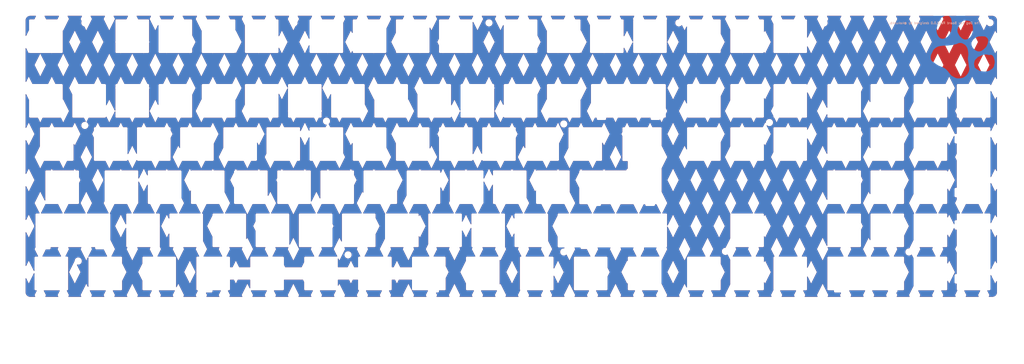
<source format=kicad_pcb>
(kicad_pcb (version 20171130) (host pcbnew "(5.1.5)-3")
  (layers (0 F.Cu signal) (31 B.Cu signal) (34 B.Paste user) (35 F.Paste user) (36 B.SilkS user) (37 F.SilkS user) (38 B.Mask user) (39 F.Mask user) (44 Edge.Cuts user))
  (net 0 "")
  (module TestKey:MountingHole_2.2mm_M2 (layer F.Cu) (at 17.145 -5.9055)
    (fp_text reference H1)
    (fp_text value MountingHole)
    (pad 1 np_thru_hole circle (at 0 0) (size 2.2 2.2) (drill 2.2) (layers *.Cu *.Mask))
  )
  (module TestKey:MountingHole_2.2mm_M2 (layer F.Cu) (at 343.535 12.7)
    (fp_text reference H3)
    (fp_text value MountingHole)
    (pad 1 np_thru_hole circle (at 0 0) (size 2.2 2.2) (drill 2.2) (layers *.Cu *.Mask))
  )
  (module TestKey:MountingHole_2.2mm_M2 (layer F.Cu) (at 343.535 -5.9055)
    (fp_text reference H3)
    (fp_text value MountingHole)
    (pad 1 np_thru_hole circle (at 0 0) (size 2.2 2.2) (drill 2.2) (layers *.Cu *.Mask))
  )
  (module TestKey:MountingHole_2.2mm_M2 (layer F.Cu) (at 319.405 38.1)
    (fp_text reference H7)
    (fp_text value MountingHole)
    (pad 1 np_thru_hole circle (at 0 0) (size 2.2 2.2) (drill 2.2) (layers *.Cu *.Mask))
  )
  (module TestKey:MountingHole_2.2mm_M2 (layer F.Cu) (at 279.4 -5.9055)
    (fp_text reference H2)
    (fp_text value MountingHole)
    (pad 1 np_thru_hole circle (at 0 0) (size 2.2 2.2) (drill 2.2) (layers *.Cu *.Mask))
  )
  (module TestKey:MountingHole_2.2mm_M2 (layer F.Cu) (at 123.825 37.465)
    (fp_text reference H5)
    (fp_text value MountingHole)
    (pad 1 np_thru_hole circle (at 0 0) (size 2.2 2.2) (drill 2.2) (layers *.Cu *.Mask))
  )
  (module TestKey:MountingHole_2.2mm_M2 (layer F.Cu) (at 228.6 38.735)
    (fp_text reference H6)
    (fp_text value MountingHole)
    (pad 1 np_thru_hole circle (at 0 0) (size 2.2 2.2) (drill 2.2) (layers *.Cu *.Mask))
  )
  (module TestKey:MountingHole_2.2mm_M2 (layer F.Cu) (at 228.6 95.25)
    (fp_text reference H10)
    (fp_text value MountingHole)
    (pad 1 np_thru_hole circle (at 0 0) (size 2.2 2.2) (drill 2.2) (layers *.Cu *.Mask))
  )
  (module TestKey:MountingHole_2.2mm_M2 (layer F.Cu) (at 133.35 96.52)
    (fp_text reference H9)
    (fp_text value MountingHole)
    (pad 1 np_thru_hole circle (at 0 0) (size 2.2 2.2) (drill 2.2) (layers *.Cu *.Mask))
  )
  (module TestKey:MountingHole_2.2mm_M2 (layer F.Cu) (at 381 95.25)
    (fp_text reference H11)
    (fp_text value MountingHole)
    (pad 1 np_thru_hole circle (at 0 0) (size 2.2 2.2) (drill 2.2) (layers *.Cu *.Mask))
  )
  (module TestKey:MountingHole_2.2mm_M2 (layer F.Cu) (at 17.145 39.37)
    (fp_text reference H4)
    (fp_text value MountingHole)
    (pad 1 np_thru_hole circle (at 0 0) (size 2.2 2.2) (drill 2.2) (layers *.Cu *.Mask))
  )
  (module TestKey:MountingHole_2.2mm_M2 (layer F.Cu) (at 14.224 99.2505)
    (fp_text reference H8)
    (fp_text value MountingHole)
    (pad 1 np_thru_hole circle (at 0 0) (size 2.2 2.2) (drill 2.2) (layers *.Cu *.Mask))
  )
  (module TestKey:MountingHole_2.2mm_M2 (layer F.Cu) (at 416.814 -5.969)
    (fp_text reference H3)
    (fp_text value MountingHole)
    (pad 1 np_thru_hole circle (at 0 0) (size 2.2 2.2) (drill 2.2) (layers *.Cu *.Mask))
  )
  (module TestKey:MountingHole_2.2mm_M2 (layer F.Cu) (at 299.974 94.996)
    (fp_text reference H15)
    (fp_text value MountingHole)
    (pad 1 np_thru_hole circle (at 0 0) (size 2.2 2.2) (drill 2.2) (layers *.Cu *.Mask))
  )
  (module TestKey:MountingHole_2.2mm_M2 (layer F.Cu) (at 109.474 -5.9055)
    (fp_text reference H14)
    (fp_text value MountingHole)
    (pad 1 np_thru_hole circle (at 0 0) (size 2.2 2.2) (drill 2.2) (layers *.Cu *.Mask))
  )
  (module TestKey:MountingHole_2.2mm_M2 (layer F.Cu) (at 195.58 -5.9055)
    (fp_text reference H16)
    (fp_text value MountingHole)
    (pad 1 np_thru_hole circle (at 0 0) (size 2.2 2.2) (drill 2.2) (layers *.Cu *.Mask))
  )
  (gr_text "The Dog Key Board Rev2.0.0 designed by @kakunkb." (at 412.496 -5.842) (layer B.SilkS) (effects (font (size 1 1)) (justify left mirror)))
  (gr_line (start 273.71551 78.741) (end 226.37851 78.741) (layer Edge.Cuts) (width 0.01))
  (gr_line (start 263.59651 93.4914) (end 263.59651 92.7404) (layer Edge.Cuts) (width 0.01))
  (gr_line (start 273.71551 92.7404) (end 273.71551 78.741) (layer Edge.Cuts) (width 0.01))
  (gr_line (start 260.29651 92.7404) (end 260.29651 93.4914) (layer Edge.Cuts) (width 0.01))
  (gr_line (start 263.59651 92.7404) (end 273.71551 92.7404) (layer Edge.Cuts) (width 0.01))
  (gr_line (start 260.29651 93.4914) (end 263.59651 93.4914) (layer Edge.Cuts) (width 0.01))
  (gr_line (start 239.79651 92.7404) (end 260.29651 92.7404) (layer Edge.Cuts) (width 0.01))
  (gr_line (start 239.79651 93.4914) (end 239.79651 92.7404) (layer Edge.Cuts) (width 0.01))
  (gr_line (start 236.49751 93.4914) (end 239.79651 93.4914) (layer Edge.Cuts) (width 0.01))
  (gr_line (start 236.49751 92.7404) (end 236.49751 93.4914) (layer Edge.Cuts) (width 0.01))
  (gr_line (start 226.37851 92.7404) (end 236.49751 92.7404) (layer Edge.Cuts) (width 0.01))
  (gr_line (start 226.37851 78.741) (end 226.37851 92.7404) (layer Edge.Cuts) (width 0.01))
  (gr_line (start 271.33451 73.6903) (end 271.33451 40.641) (layer Edge.Cuts) (width 0.01))
  (gr_line (start 265.05851 73.6903) (end 265.05851 74.4414) (layer Edge.Cuts) (width 0.01))
  (gr_line (start 268.35951 73.6903) (end 271.33451 73.6903) (layer Edge.Cuts) (width 0.01))
  (gr_line (start 271.33451 40.641) (end 254.95351 40.641) (layer Edge.Cuts) (width 0.01))
  (gr_line (start 244.55751 73.6903) (end 265.05851 73.6903) (layer Edge.Cuts) (width 0.01))
  (gr_line (start 268.35951 74.4414) (end 268.35951 73.6903) (layer Edge.Cuts) (width 0.01))
  (gr_line (start 265.05851 74.4414) (end 268.35951 74.4414) (layer Edge.Cuts) (width 0.01))
  (gr_line (start 257.33351 54.6403) (end 257.33351 59.691) (layer Edge.Cuts) (width 0.01))
  (gr_line (start 235.90351 73.6903) (end 241.25851 73.6903) (layer Edge.Cuts) (width 0.01))
  (gr_line (start 257.33351 59.691) (end 235.90351 59.691) (layer Edge.Cuts) (width 0.01))
  (gr_line (start 244.55751 74.4414) (end 244.55751 73.6903) (layer Edge.Cuts) (width 0.01))
  (gr_line (start 241.25851 74.4414) (end 244.55751 74.4414) (layer Edge.Cuts) (width 0.01))
  (gr_line (start 235.90351 59.691) (end 235.90351 73.6903) (layer Edge.Cuts) (width 0.01))
  (gr_line (start 254.95351 54.6403) (end 257.33351 54.6403) (layer Edge.Cuts) (width 0.01))
  (gr_line (start 254.95351 40.641) (end 254.95351 54.6403) (layer Edge.Cuts) (width 0.01))
  (gr_line (start 241.25851 73.6903) (end 241.25851 74.4414) (layer Edge.Cuts) (width 0.01))
  (gr_line (start 402.59251 81.7163) (end 402.59251 78.741) (layer Edge.Cuts) (width 0.01))
  (gr_line (start 401.62251 46.8161) (end 402.59251 46.8161) (angle 90) (layer Edge.Cuts) (width 0.01))
  (gr_line (start 401.62251 43.6164) (end 401.62251 46.8161) (angle 90) (layer Edge.Cuts) (width 0.01))
  (gr_line (start 402.59251 43.6164) (end 401.62251 43.6164) (angle 90) (layer Edge.Cuts) (width 0.01))
  (gr_line (start 402.59251 40.641) (end 402.59251 43.6164) (angle 90) (layer Edge.Cuts) (width 0.01))
  (gr_line (start 345.44251 97.7898) (end 345.44251 111.69142) (angle 90) (layer Edge.Cuts) (width 0.01))
  (gr_line (start 114.45851 97.7898) (end 114.45851 102.4916) (angle 90) (layer Edge.Cuts) (width 0.01))
  (gr_line (start 348.41651 111.69142) (end 348.41651 112.66156) (angle 90) (layer Edge.Cuts) (width 0.01))
  (gr_line (start 345.44251 111.69142) (end 348.41651 111.69142) (angle 90) (layer Edge.Cuts) (width 0.01))
  (gr_line (start 80.73391 97.7898) (end 66.83371 97.7898) (angle 90) (layer Edge.Cuts) (width 0.01))
  (gr_line (start 90.64751 102.4916) (end 80.73391 102.4916) (angle 90) (layer Edge.Cuts) (width 0.01))
  (gr_line (start 138.27251 102.4916) (end 128.35851 102.4916) (angle 90) (layer Edge.Cuts) (width 0.01))
  (gr_line (start 104.54751 102.4916) (end 104.54751 97.7898) (angle 90) (layer Edge.Cuts) (width 0.01))
  (gr_line (start 114.45851 102.4916) (end 104.54751 102.4916) (angle 90) (layer Edge.Cuts) (width 0.01))
  (gr_line (start 90.64751 97.7898) (end 90.64751 102.4916) (angle 90) (layer Edge.Cuts) (width 0.01))
  (gr_line (start 128.35851 102.4916) (end 128.35851 97.7898) (angle 90) (layer Edge.Cuts) (width 0.01))
  (gr_line (start 104.54751 97.7898) (end 90.64751 97.7898) (angle 90) (layer Edge.Cuts) (width 0.01))
  (gr_line (start 128.35851 97.7898) (end 114.45851 97.7898) (angle 90) (layer Edge.Cuts) (width 0.01))
  (gr_line (start 80.73391 102.4916) (end 80.73391 97.7898) (angle 90) (layer Edge.Cuts) (width 0.01))
  (gr_line (start 348.41651 112.66156) (end 351.61651 112.66156) (angle 90) (layer Edge.Cuts) (width 0.01))
  (gr_line (start 173.00851 111.69142) (end 175.98351 111.69142) (angle 90) (layer Edge.Cuts) (width 0.01))
  (gr_line (start 169.80951 111.69142) (end 169.80951 112.66156) (angle 90) (layer Edge.Cuts) (width 0.01))
  (gr_line (start 138.27251 111.69142) (end 152.17251 111.69142) (angle 90) (layer Edge.Cuts) (width 0.01))
  (gr_line (start 128.35851 106.99092) (end 138.27251 106.99092) (angle 90) (layer Edge.Cuts) (width 0.01))
  (gr_line (start 173.00851 112.66156) (end 173.00851 111.69142) (angle 90) (layer Edge.Cuts) (width 0.01))
  (gr_line (start 175.98351 97.7898) (end 162.08351 97.7898) (angle 90) (layer Edge.Cuts) (width 0.01))
  (gr_line (start 152.17251 111.69142) (end 152.17251 106.99092) (angle 90) (layer Edge.Cuts) (width 0.01))
  (gr_line (start 175.98351 111.69142) (end 175.98351 97.7898) (angle 90) (layer Edge.Cuts) (width 0.01))
  (gr_line (start 162.08351 106.99092) (end 162.08351 111.69142) (angle 90) (layer Edge.Cuts) (width 0.01))
  (gr_line (start 114.45851 106.99092) (end 114.45851 111.69142) (angle 90) (layer Edge.Cuts) (width 0.01))
  (gr_line (start 138.27251 97.7898) (end 138.27251 102.4916) (angle 90) (layer Edge.Cuts) (width 0.01))
  (gr_line (start 169.80951 112.66156) (end 173.00851 112.66156) (angle 90) (layer Edge.Cuts) (width 0.01))
  (gr_line (start 114.45851 111.69142) (end 128.35851 111.69142) (angle 90) (layer Edge.Cuts) (width 0.01))
  (gr_line (start 152.17251 97.7898) (end 138.27251 97.7898) (angle 90) (layer Edge.Cuts) (width 0.01))
  (gr_line (start 152.17251 102.4916) (end 152.17251 97.7898) (angle 90) (layer Edge.Cuts) (width 0.01))
  (gr_line (start 162.08351 102.4916) (end 152.17251 102.4916) (angle 90) (layer Edge.Cuts) (width 0.01))
  (gr_line (start 162.08351 97.7898) (end 162.08351 102.4916) (angle 90) (layer Edge.Cuts) (width 0.01))
  (gr_line (start 162.08351 111.69142) (end 169.80951 111.69142) (angle 90) (layer Edge.Cuts) (width 0.01))
  (gr_line (start 152.17251 106.99092) (end 162.08351 106.99092) (angle 90) (layer Edge.Cuts) (width 0.01))
  (gr_line (start 104.54751 111.69142) (end 104.54751 106.99092) (angle 90) (layer Edge.Cuts) (width 0.01))
  (gr_line (start 104.54751 106.99092) (end 114.45851 106.99092) (angle 90) (layer Edge.Cuts) (width 0.01))
  (gr_line (start 128.35851 111.69142) (end 128.35851 106.99092) (angle 90) (layer Edge.Cuts) (width 0.01))
  (gr_line (start 138.27251 106.99092) (end 138.27251 111.69142) (angle 90) (layer Edge.Cuts) (width 0.01))
  (gr_line (start 66.83371 111.69142) (end 69.80901 111.69142) (angle 90) (layer Edge.Cuts) (width 0.01))
  (gr_line (start 80.73391 106.99092) (end 90.64751 106.99092) (angle 90) (layer Edge.Cuts) (width 0.01))
  (gr_line (start 80.73391 111.69142) (end 80.73391 106.99092) (angle 90) (layer Edge.Cuts) (width 0.01))
  (gr_line (start 66.83371 97.7898) (end 66.83371 111.69142) (angle 90) (layer Edge.Cuts) (width 0.01))
  (gr_line (start 69.80901 111.69142) (end 69.80901 112.66156) (angle 90) (layer Edge.Cuts) (width 0.01))
  (gr_line (start 90.64751 111.69142) (end 104.54751 111.69142) (angle 90) (layer Edge.Cuts) (width 0.01))
  (gr_line (start 73.00871 111.69142) (end 80.73391 111.69142) (angle 90) (layer Edge.Cuts) (width 0.01))
  (gr_line (start 69.80901 112.66156) (end 73.00871 112.66156) (angle 90) (layer Edge.Cuts) (width 0.01))
  (gr_line (start 73.00871 112.66156) (end 73.00871 111.69142) (angle 90) (layer Edge.Cuts) (width 0.01))
  (gr_line (start 90.64751 106.99092) (end 90.64751 111.69142) (angle 90) (layer Edge.Cuts) (width 0.01))
  (gr_line (start 364.49251 54.5415) (end 364.49251 40.641) (angle 90) (layer Edge.Cuts) (width 0.01))
  (gr_line (start 359.34151 54.5415) (end 345.44251 54.5415) (angle 90) (layer Edge.Cuts) (width 0.01))
  (gr_line (start 345.44251 40.641) (end 359.34151 40.641) (angle 90) (layer Edge.Cuts) (width 0.01))
  (gr_line (start 321.62851 40.641) (end 335.52751 40.641) (angle 90) (layer Edge.Cuts) (width 0.01))
  (gr_line (start 378.39151 40.641) (end 378.39151 54.5415) (angle 90) (layer Edge.Cuts) (width 0.01))
  (gr_line (start 335.52751 54.5415) (end 321.62851 54.5415) (angle 90) (layer Edge.Cuts) (width 0.01))
  (gr_line (start 397.44151 54.5415) (end 383.54251 54.5415) (angle 90) (layer Edge.Cuts) (width 0.01))
  (gr_line (start 383.54251 40.641) (end 397.44151 40.641) (angle 90) (layer Edge.Cuts) (width 0.01))
  (gr_line (start 345.44251 54.5415) (end 345.44251 40.641) (angle 90) (layer Edge.Cuts) (width 0.01))
  (gr_line (start 302.57851 54.5415) (end 302.57851 40.641) (angle 90) (layer Edge.Cuts) (width 0.01))
  (gr_line (start 297.42751 54.5415) (end 283.52851 54.5415) (angle 90) (layer Edge.Cuts) (width 0.01))
  (gr_line (start 316.47751 54.5415) (end 302.57851 54.5415) (angle 90) (layer Edge.Cuts) (width 0.01))
  (gr_line (start 302.57851 40.641) (end 316.47751 40.641) (angle 90) (layer Edge.Cuts) (width 0.01))
  (gr_line (start 359.34151 40.641) (end 359.34151 54.5415) (angle 90) (layer Edge.Cuts) (width 0.01))
  (gr_line (start 316.47751 40.641) (end 316.47751 54.5415) (angle 90) (layer Edge.Cuts) (width 0.01))
  (gr_line (start 283.52851 54.5415) (end 283.52851 40.641) (angle 90) (layer Edge.Cuts) (width 0.01))
  (gr_line (start 335.52751 40.641) (end 335.52751 54.5415) (angle 90) (layer Edge.Cuts) (width 0.01))
  (gr_line (start 321.62851 54.5415) (end 321.62851 40.641) (angle 90) (layer Edge.Cuts) (width 0.01))
  (gr_line (start 397.44151 40.641) (end 397.44151 54.5415) (angle 90) (layer Edge.Cuts) (width 0.01))
  (gr_line (start 383.54251 54.5415) (end 383.54251 40.641) (angle 90) (layer Edge.Cuts) (width 0.01))
  (gr_line (start 378.39151 54.5415) (end 364.49251 54.5415) (angle 90) (layer Edge.Cuts) (width 0.01))
  (gr_line (start 364.49251 40.641) (end 378.39151 40.641) (angle 90) (layer Edge.Cuts) (width 0.01))
  (gr_line (start 116.84151 40.641) (end 130.74151 40.641) (angle 90) (layer Edge.Cuts) (width 0.01))
  (gr_line (start 59.69141 40.641) (end 73.59151 40.641) (angle 90) (layer Edge.Cuts) (width 0.01))
  (gr_line (start -2.22113 54.5415) (end -2.22113 40.641) (angle 90) (layer Edge.Cuts) (width 0.01))
  (gr_line (start 193.04151 40.641) (end 206.94151 40.641) (angle 90) (layer Edge.Cuts) (width 0.01))
  (gr_line (start 111.69151 54.5415) (end 97.78951 54.5415) (angle 90) (layer Edge.Cuts) (width 0.01))
  (gr_line (start -2.22113 40.641) (end 11.67781 40.641) (angle 90) (layer Edge.Cuts) (width 0.01))
  (gr_line (start 92.64151 54.5415) (end 78.74141 54.5415) (angle 90) (layer Edge.Cuts) (width 0.01))
  (gr_line (start 40.64141 54.5415) (end 40.64141 40.641) (angle 90) (layer Edge.Cuts) (width 0.01))
  (gr_line (start 231.14151 54.5415) (end 231.14151 40.641) (angle 90) (layer Edge.Cuts) (width 0.01))
  (gr_line (start 245.04051 54.5415) (end 231.14151 54.5415) (angle 90) (layer Edge.Cuts) (width 0.01))
  (gr_line (start 245.04051 40.641) (end 245.04051 54.5415) (angle 90) (layer Edge.Cuts) (width 0.01))
  (gr_line (start 231.14151 40.641) (end 245.04051 40.641) (angle 90) (layer Edge.Cuts) (width 0.01))
  (gr_line (start 212.09151 54.5415) (end 212.09151 40.641) (angle 90) (layer Edge.Cuts) (width 0.01))
  (gr_line (start 225.99151 40.641) (end 225.99151 54.5415) (angle 90) (layer Edge.Cuts) (width 0.01))
  (gr_line (start 97.78951 40.641) (end 111.69151 40.641) (angle 90) (layer Edge.Cuts) (width 0.01))
  (gr_line (start 206.94151 54.5415) (end 193.04151 54.5415) (angle 90) (layer Edge.Cuts) (width 0.01))
  (gr_line (start 11.67781 54.5415) (end -2.22113 54.5415) (angle 90) (layer Edge.Cuts) (width 0.01))
  (gr_line (start 187.89151 40.641) (end 187.89151 54.5415) (angle 90) (layer Edge.Cuts) (width 0.01))
  (gr_line (start 173.99151 40.641) (end 187.89151 40.641) (angle 90) (layer Edge.Cuts) (width 0.01))
  (gr_line (start 154.94151 40.641) (end 168.84151 40.641) (angle 90) (layer Edge.Cuts) (width 0.01))
  (gr_line (start 130.74151 40.641) (end 130.74151 54.5415) (angle 90) (layer Edge.Cuts) (width 0.01))
  (gr_line (start 135.89151 40.641) (end 149.79151 40.641) (angle 90) (layer Edge.Cuts) (width 0.01))
  (gr_line (start 59.69141 54.5415) (end 59.69141 40.641) (angle 90) (layer Edge.Cuts) (width 0.01))
  (gr_line (start 116.84151 54.5415) (end 116.84151 40.641) (angle 90) (layer Edge.Cuts) (width 0.01))
  (gr_line (start 111.69151 40.641) (end 111.69151 54.5415) (angle 90) (layer Edge.Cuts) (width 0.01))
  (gr_line (start 21.59141 40.641) (end 35.49151 40.641) (angle 90) (layer Edge.Cuts) (width 0.01))
  (gr_line (start 11.67781 40.641) (end 11.67781 54.5415) (angle 90) (layer Edge.Cuts) (width 0.01))
  (gr_line (start 149.79151 54.5415) (end 135.89151 54.5415) (angle 90) (layer Edge.Cuts) (width 0.01))
  (gr_line (start 78.74141 40.641) (end 92.64151 40.641) (angle 90) (layer Edge.Cuts) (width 0.01))
  (gr_line (start 54.54151 54.5415) (end 40.64141 54.5415) (angle 90) (layer Edge.Cuts) (width 0.01))
  (gr_line (start 40.64141 40.641) (end 54.54151 40.641) (angle 90) (layer Edge.Cuts) (width 0.01))
  (gr_line (start 154.94151 54.5415) (end 154.94151 40.641) (angle 90) (layer Edge.Cuts) (width 0.01))
  (gr_line (start 135.89151 54.5415) (end 135.89151 40.641) (angle 90) (layer Edge.Cuts) (width 0.01))
  (gr_line (start 97.78951 54.5415) (end 97.78951 40.641) (angle 90) (layer Edge.Cuts) (width 0.01))
  (gr_line (start 149.79151 40.641) (end 149.79151 54.5415) (angle 90) (layer Edge.Cuts) (width 0.01))
  (gr_line (start 206.94151 40.641) (end 206.94151 54.5415) (angle 90) (layer Edge.Cuts) (width 0.01))
  (gr_line (start 21.59141 54.5415) (end 21.59141 40.641) (angle 90) (layer Edge.Cuts) (width 0.01))
  (gr_line (start 416.49151 40.641) (end 402.59251 40.641) (angle 90) (layer Edge.Cuts) (width 0.01))
  (gr_line (start 212.09151 40.641) (end 225.99151 40.641) (angle 90) (layer Edge.Cuts) (width 0.01))
  (gr_line (start 168.84151 54.5415) (end 154.94151 54.5415) (angle 90) (layer Edge.Cuts) (width 0.01))
  (gr_line (start 168.84151 40.641) (end 168.84151 54.5415) (angle 90) (layer Edge.Cuts) (width 0.01))
  (gr_line (start 187.89151 54.5415) (end 173.99151 54.5415) (angle 90) (layer Edge.Cuts) (width 0.01))
  (gr_line (start 225.99151 54.5415) (end 212.09151 54.5415) (angle 90) (layer Edge.Cuts) (width 0.01))
  (gr_line (start 130.74151 54.5415) (end 116.84151 54.5415) (angle 90) (layer Edge.Cuts) (width 0.01))
  (gr_line (start 35.49151 40.641) (end 35.49151 54.5415) (angle 90) (layer Edge.Cuts) (width 0.01))
  (gr_line (start 193.04151 54.5415) (end 193.04151 40.641) (angle 90) (layer Edge.Cuts) (width 0.01))
  (gr_line (start 173.99151 54.5415) (end 173.99151 40.641) (angle 90) (layer Edge.Cuts) (width 0.01))
  (gr_line (start 73.59151 40.641) (end 73.59151 54.5415) (angle 90) (layer Edge.Cuts) (width 0.01))
  (gr_line (start 54.54151 40.641) (end 54.54151 54.5415) (angle 90) (layer Edge.Cuts) (width 0.01))
  (gr_line (start 73.59151 54.5415) (end 59.69141 54.5415) (angle 90) (layer Edge.Cuts) (width 0.01))
  (gr_line (start 35.49151 54.5415) (end 21.59141 54.5415) (angle 90) (layer Edge.Cuts) (width 0.01))
  (gr_line (start 297.42751 40.641) (end 297.42751 54.5415) (angle 90) (layer Edge.Cuts) (width 0.01))
  (gr_line (start 283.52851 40.641) (end 297.42751 40.641) (angle 90) (layer Edge.Cuts) (width 0.01))
  (gr_line (start 92.64151 40.641) (end 92.64151 54.5415) (angle 90) (layer Edge.Cuts) (width 0.01))
  (gr_line (start 78.74141 54.5415) (end 78.74141 40.641) (angle 90) (layer Edge.Cuts) (width 0.01))
  (gr_line (start 364.49251 73.5915) (end 364.49251 59.691) (angle 90) (layer Edge.Cuts) (width 0.01))
  (gr_line (start 416.49151 73.5915) (end 416.49151 40.641) (angle 90) (layer Edge.Cuts) (width 0.01))
  (gr_line (start 378.39151 59.691) (end 378.39151 73.5915) (angle 90) (layer Edge.Cuts) (width 0.01))
  (gr_line (start 211.70251 59.691) (end 211.70251 73.5915) (angle 90) (layer Edge.Cuts) (width 0.01))
  (gr_line (start 230.75251 59.691) (end 230.75251 73.5915) (angle 90) (layer Edge.Cuts) (width 0.01))
  (gr_line (start 159.70351 59.691) (end 173.60251 59.691) (angle 90) (layer Edge.Cuts) (width 0.01))
  (gr_line (start 364.49251 59.691) (end 378.39151 59.691) (angle 90) (layer Edge.Cuts) (width 0.01))
  (gr_line (start 359.34151 73.5915) (end 345.44251 73.5915) (angle 90) (layer Edge.Cuts) (width 0.01))
  (gr_line (start 173.60251 59.691) (end 173.60251 73.5915) (angle 90) (layer Edge.Cuts) (width 0.01))
  (gr_line (start 159.70351 73.5915) (end 159.70351 59.691) (angle 90) (layer Edge.Cuts) (width 0.01))
  (gr_line (start 402.59251 73.5915) (end 416.49151 73.5915) (angle 90) (layer Edge.Cuts) (width 0.01))
  (gr_line (start 402.59251 70.6162) (end 402.59251 73.5915) (angle 90) (layer Edge.Cuts) (width 0.01))
  (gr_line (start 197.80351 59.691) (end 211.70251 59.691) (angle 90) (layer Edge.Cuts) (width 0.01))
  (gr_line (start 397.44151 73.5915) (end 383.54251 73.5915) (angle 90) (layer Edge.Cuts) (width 0.01))
  (gr_line (start 378.39151 73.5915) (end 364.49251 73.5915) (angle 90) (layer Edge.Cuts) (width 0.01))
  (gr_line (start 192.65251 73.5915) (end 178.75351 73.5915) (angle 90) (layer Edge.Cuts) (width 0.01))
  (gr_line (start 216.85351 73.5915) (end 216.85351 59.691) (angle 90) (layer Edge.Cuts) (width 0.01))
  (gr_line (start 345.44251 59.691) (end 359.34151 59.691) (angle 90) (layer Edge.Cuts) (width 0.01))
  (gr_line (start 401.62251 70.6162) (end 402.59251 70.6162) (angle 90) (layer Edge.Cuts) (width 0.01))
  (gr_line (start 401.62251 67.4165) (end 401.62251 70.6162) (angle 90) (layer Edge.Cuts) (width 0.01))
  (gr_line (start 402.59251 46.8161) (end 402.59251 67.4165) (angle 90) (layer Edge.Cuts) (width 0.01))
  (gr_line (start 397.44151 59.691) (end 397.44151 73.5915) (angle 90) (layer Edge.Cuts) (width 0.01))
  (gr_line (start 383.54251 59.691) (end 397.44151 59.691) (angle 90) (layer Edge.Cuts) (width 0.01))
  (gr_line (start 178.75351 73.5915) (end 178.75351 59.691) (angle 90) (layer Edge.Cuts) (width 0.01))
  (gr_line (start 230.75251 73.5915) (end 216.85351 73.5915) (angle 90) (layer Edge.Cuts) (width 0.01))
  (gr_line (start 197.80351 73.5915) (end 197.80351 59.691) (angle 90) (layer Edge.Cuts) (width 0.01))
  (gr_line (start 173.60251 73.5915) (end 159.70351 73.5915) (angle 90) (layer Edge.Cuts) (width 0.01))
  (gr_line (start 383.54251 73.5915) (end 383.54251 59.691) (angle 90) (layer Edge.Cuts) (width 0.01))
  (gr_line (start 345.44251 73.5915) (end 345.44251 59.691) (angle 90) (layer Edge.Cuts) (width 0.01))
  (gr_line (start 359.34151 59.691) (end 359.34151 73.5915) (angle 90) (layer Edge.Cuts) (width 0.01))
  (gr_line (start 216.85351 59.691) (end 230.75251 59.691) (angle 90) (layer Edge.Cuts) (width 0.01))
  (gr_line (start 211.70251 73.5915) (end 197.80351 73.5915) (angle 90) (layer Edge.Cuts) (width 0.01))
  (gr_line (start 178.75351 59.691) (end 192.65251 59.691) (angle 90) (layer Edge.Cuts) (width 0.01))
  (gr_line (start 402.59251 67.4165) (end 401.62251 67.4165) (angle 90) (layer Edge.Cuts) (width 0.01))
  (gr_line (start 192.65251 59.691) (end 192.65251 73.5915) (angle 90) (layer Edge.Cuts) (width 0.01))
  (gr_line (start 154.55251 59.691) (end 154.55251 73.5915) (angle 90) (layer Edge.Cuts) (width 0.01))
  (gr_line (start 135.50251 59.691) (end 135.50251 73.5915) (angle 90) (layer Edge.Cuts) (width 0.01))
  (gr_line (start 83.50391 73.5915) (end 83.50391 59.691) (angle 90) (layer Edge.Cuts) (width 0.01))
  (gr_line (start 78.35261 73.5915) (end 64.45391 73.5915) (angle 90) (layer Edge.Cuts) (width 0.01))
  (gr_line (start 154.55251 73.5915) (end 140.65351 73.5915) (angle 90) (layer Edge.Cuts) (width 0.01))
  (gr_line (start 40.25261 73.5915) (end 26.35391 73.5915) (angle 90) (layer Edge.Cuts) (width 0.01))
  (gr_line (start 140.65351 59.691) (end 154.55251 59.691) (angle 90) (layer Edge.Cuts) (width 0.01))
  (gr_line (start 83.50391 59.691) (end 97.40251 59.691) (angle 90) (layer Edge.Cuts) (width 0.01))
  (gr_line (start 121.60351 59.691) (end 135.50251 59.691) (angle 90) (layer Edge.Cuts) (width 0.01))
  (gr_line (start 102.55351 73.5915) (end 102.55351 59.691) (angle 90) (layer Edge.Cuts) (width 0.01))
  (gr_line (start 116.45251 73.5915) (end 102.55351 73.5915) (angle 90) (layer Edge.Cuts) (width 0.01))
  (gr_line (start 45.40391 73.5915) (end 45.40391 59.691) (angle 90) (layer Edge.Cuts) (width 0.01))
  (gr_line (start 102.55351 59.691) (end 116.45251 59.691) (angle 90) (layer Edge.Cuts) (width 0.01))
  (gr_line (start 14.05901 73.5915) (end 0.15874 73.5915) (angle 90) (layer Edge.Cuts) (width 0.01))
  (gr_line (start 0.15874 73.5915) (end 0.15874 59.691) (angle 90) (layer Edge.Cuts) (width 0.01))
  (gr_line (start 64.45391 59.691) (end 78.35261 59.691) (angle 90) (layer Edge.Cuts) (width 0.01))
  (gr_line (start 59.30261 73.5915) (end 45.40391 73.5915) (angle 90) (layer Edge.Cuts) (width 0.01))
  (gr_line (start 59.30261 59.691) (end 59.30261 73.5915) (angle 90) (layer Edge.Cuts) (width 0.01))
  (gr_line (start 45.40391 59.691) (end 59.30261 59.691) (angle 90) (layer Edge.Cuts) (width 0.01))
  (gr_line (start 26.35391 73.5915) (end 26.35391 59.691) (angle 90) (layer Edge.Cuts) (width 0.01))
  (gr_line (start 14.05901 59.691) (end 14.05901 73.5915) (angle 90) (layer Edge.Cuts) (width 0.01))
  (gr_line (start 0.15874 59.691) (end 14.05901 59.691) (angle 90) (layer Edge.Cuts) (width 0.01))
  (gr_line (start 64.45391 73.5915) (end 64.45391 59.691) (angle 90) (layer Edge.Cuts) (width 0.01))
  (gr_line (start 116.45251 59.691) (end 116.45251 73.5915) (angle 90) (layer Edge.Cuts) (width 0.01))
  (gr_line (start 121.60351 73.5915) (end 121.60351 59.691) (angle 90) (layer Edge.Cuts) (width 0.01))
  (gr_line (start 135.50251 73.5915) (end 121.60351 73.5915) (angle 90) (layer Edge.Cuts) (width 0.01))
  (gr_line (start 97.40251 73.5915) (end 83.50391 73.5915) (angle 90) (layer Edge.Cuts) (width 0.01))
  (gr_line (start 26.35391 59.691) (end 40.25261 59.691) (angle 90) (layer Edge.Cuts) (width 0.01))
  (gr_line (start 97.40251 59.691) (end 97.40251 73.5915) (angle 90) (layer Edge.Cuts) (width 0.01))
  (gr_line (start 78.35261 59.691) (end 78.35261 73.5915) (angle 90) (layer Edge.Cuts) (width 0.01))
  (gr_line (start 40.25261 59.691) (end 40.25261 73.5915) (angle 90) (layer Edge.Cuts) (width 0.01))
  (gr_line (start 140.65351 73.5915) (end 140.65351 59.691) (angle 90) (layer Edge.Cuts) (width 0.01))
  (gr_line (start 383.54251 92.6414) (end 383.54251 78.741) (angle 90) (layer Edge.Cuts) (width 0.01))
  (gr_line (start 383.54251 78.741) (end 397.44151 78.741) (angle 90) (layer Edge.Cuts) (width 0.01))
  (gr_line (start 345.44251 78.741) (end 359.34151 78.741) (angle 90) (layer Edge.Cuts) (width 0.01))
  (gr_line (start 359.34151 92.6414) (end 345.44251 92.6414) (angle 90) (layer Edge.Cuts) (width 0.01))
  (gr_line (start 364.49251 92.6414) (end 364.49251 78.741) (angle 90) (layer Edge.Cuts) (width 0.01))
  (gr_line (start 202.17751 78.741) (end 202.17751 92.6414) (angle 90) (layer Edge.Cuts) (width 0.01))
  (gr_line (start 378.39151 78.741) (end 378.39151 92.6414) (angle 90) (layer Edge.Cuts) (width 0.01))
  (gr_line (start 207.32851 92.6414) (end 207.32851 78.741) (angle 90) (layer Edge.Cuts) (width 0.01))
  (gr_line (start 221.22751 92.6414) (end 207.32851 92.6414) (angle 90) (layer Edge.Cuts) (width 0.01))
  (gr_line (start 302.57851 78.741) (end 316.47751 78.741) (angle 90) (layer Edge.Cuts) (width 0.01))
  (gr_line (start 397.44151 92.6414) (end 383.54251 92.6414) (angle 90) (layer Edge.Cuts) (width 0.01))
  (gr_line (start 221.22751 78.741) (end 221.22751 92.6414) (angle 90) (layer Edge.Cuts) (width 0.01))
  (gr_line (start 397.44151 78.741) (end 397.44151 92.6414) (angle 90) (layer Edge.Cuts) (width 0.01))
  (gr_line (start 359.34151 78.741) (end 359.34151 92.6414) (angle 90) (layer Edge.Cuts) (width 0.01))
  (gr_line (start 207.32851 78.741) (end 221.22751 78.741) (angle 90) (layer Edge.Cuts) (width 0.01))
  (gr_line (start 378.39151 92.6414) (end 364.49251 92.6414) (angle 90) (layer Edge.Cuts) (width 0.01))
  (gr_line (start 188.27851 92.6414) (end 188.27851 78.741) (angle 90) (layer Edge.Cuts) (width 0.01))
  (gr_line (start 364.49251 78.741) (end 378.39151 78.741) (angle 90) (layer Edge.Cuts) (width 0.01))
  (gr_line (start 345.44251 92.6414) (end 345.44251 78.741) (angle 90) (layer Edge.Cuts) (width 0.01))
  (gr_line (start 316.47751 92.6414) (end 302.57851 92.6414) (angle 90) (layer Edge.Cuts) (width 0.01))
  (gr_line (start 302.57851 92.6414) (end 302.57851 78.741) (angle 90) (layer Edge.Cuts) (width 0.01))
  (gr_line (start 316.47751 78.741) (end 316.47751 92.6414) (angle 90) (layer Edge.Cuts) (width 0.01))
  (gr_line (start 188.27851 78.741) (end 202.17751 78.741) (angle 90) (layer Edge.Cuts) (width 0.01))
  (gr_line (start 202.17751 92.6414) (end 188.27851 92.6414) (angle 90) (layer Edge.Cuts) (width 0.01))
  (gr_line (start 150.17851 78.741) (end 164.07751 78.741) (angle 90) (layer Edge.Cuts) (width 0.01))
  (gr_line (start 131.12851 92.6414) (end 131.12851 78.741) (angle 90) (layer Edge.Cuts) (width 0.01))
  (gr_line (start 112.07851 92.6414) (end 112.07851 78.741) (angle 90) (layer Edge.Cuts) (width 0.01))
  (gr_line (start 125.97751 92.6414) (end 112.07851 92.6414) (angle 90) (layer Edge.Cuts) (width 0.01))
  (gr_line (start 68.82761 78.741) (end 68.82761 92.6414) (angle 90) (layer Edge.Cuts) (width 0.01))
  (gr_line (start 125.97751 78.741) (end 125.97751 92.6414) (angle 90) (layer Edge.Cuts) (width 0.01))
  (gr_line (start 73.97891 92.6414) (end 73.97891 78.741) (angle 90) (layer Edge.Cuts) (width 0.01))
  (gr_line (start 68.82761 92.6414) (end 54.92891 92.6414) (angle 90) (layer Edge.Cuts) (width 0.01))
  (gr_line (start 35.87891 78.741) (end 49.77761 78.741) (angle 90) (layer Edge.Cuts) (width 0.01))
  (gr_line (start 169.22851 92.6414) (end 169.22851 78.741) (angle 90) (layer Edge.Cuts) (width 0.01))
  (gr_line (start 164.07751 78.741) (end 164.07751 92.6414) (angle 90) (layer Edge.Cuts) (width 0.01))
  (gr_line (start 73.97891 78.741) (end 87.87761 78.741) (angle 90) (layer Edge.Cuts) (width 0.01))
  (gr_line (start 183.12751 78.741) (end 183.12751 92.6414) (angle 90) (layer Edge.Cuts) (width 0.01))
  (gr_line (start 150.17851 92.6414) (end 150.17851 78.741) (angle 90) (layer Edge.Cuts) (width 0.01))
  (gr_line (start 54.92891 78.741) (end 68.82761 78.741) (angle 90) (layer Edge.Cuts) (width 0.01))
  (gr_line (start 183.12751 92.6414) (end 169.22851 92.6414) (angle 90) (layer Edge.Cuts) (width 0.01))
  (gr_line (start 54.92891 92.6414) (end 54.92891 78.741) (angle 90) (layer Edge.Cuts) (width 0.01))
  (gr_line (start 106.92751 92.6414) (end 93.02851 92.6414) (angle 90) (layer Edge.Cuts) (width 0.01))
  (gr_line (start 169.22851 78.741) (end 183.12751 78.741) (angle 90) (layer Edge.Cuts) (width 0.01))
  (gr_line (start 164.07751 92.6414) (end 150.17851 92.6414) (angle 90) (layer Edge.Cuts) (width 0.01))
  (gr_line (start 145.02751 92.6414) (end 131.12851 92.6414) (angle 90) (layer Edge.Cuts) (width 0.01))
  (gr_line (start 49.77761 78.741) (end 49.77761 92.6414) (angle 90) (layer Edge.Cuts) (width 0.01))
  (gr_line (start 145.02751 78.741) (end 145.02751 92.6414) (angle 90) (layer Edge.Cuts) (width 0.01))
  (gr_line (start 131.12851 78.741) (end 145.02751 78.741) (angle 90) (layer Edge.Cuts) (width 0.01))
  (gr_line (start 106.92751 78.741) (end 106.92751 92.6414) (angle 90) (layer Edge.Cuts) (width 0.01))
  (gr_line (start 93.02851 78.741) (end 106.92751 78.741) (angle 90) (layer Edge.Cuts) (width 0.01))
  (gr_line (start 87.87761 78.741) (end 87.87761 92.6414) (angle 90) (layer Edge.Cuts) (width 0.01))
  (gr_line (start 87.87761 92.6414) (end 73.97891 92.6414) (angle 90) (layer Edge.Cuts) (width 0.01))
  (gr_line (start 112.07851 78.741) (end 125.97751 78.741) (angle 90) (layer Edge.Cuts) (width 0.01))
  (gr_line (start 35.87891 92.6414) (end 35.87891 78.741) (angle 90) (layer Edge.Cuts) (width 0.01))
  (gr_line (start 93.02851 92.6414) (end 93.02851 78.741) (angle 90) (layer Edge.Cuts) (width 0.01))
  (gr_line (start 49.77761 92.6414) (end 35.87891 92.6414) (angle 90) (layer Edge.Cuts) (width 0.01))
  (gr_line (start 27.92201 78.741) (end -4.17792 78.741) (angle 90) (layer Edge.Cuts) (width 0.01))
  (gr_line (start 1.57261 92.6414) (end 22.17291 92.6414) (angle 90) (layer Edge.Cuts) (width 0.01))
  (gr_line (start 22.17291 92.6414) (end 22.17291 93.6116) (angle 90) (layer Edge.Cuts) (width 0.01))
  (gr_line (start 1.57261 93.6116) (end 1.57261 92.6414) (angle 90) (layer Edge.Cuts) (width 0.01))
  (gr_line (start 27.92201 78.741) (end 27.92201 92.6414) (angle 90) (layer Edge.Cuts) (width 0.01))
  (gr_line (start 25.37271 92.6414) (end 27.92201 92.6414) (angle 90) (layer Edge.Cuts) (width 0.01))
  (gr_line (start 22.17291 93.6116) (end 25.37271 93.6116) (angle 90) (layer Edge.Cuts) (width 0.01))
  (gr_line (start 25.37271 93.6116) (end 25.37271 92.6414) (angle 90) (layer Edge.Cuts) (width 0.01))
  (gr_line (start 401.62251 108.71625) (end 402.59251 108.71625) (angle 90) (layer Edge.Cuts) (width 0.01))
  (gr_line (start -4.17792 78.741) (end -4.17792 92.6414) (angle 90) (layer Edge.Cuts) (width 0.01))
  (gr_line (start 416.49151 78.741) (end 402.59251 78.741) (angle 90) (layer Edge.Cuts) (width 0.01))
  (gr_line (start 402.59251 108.71625) (end 402.59251 111.69142) (angle 90) (layer Edge.Cuts) (width 0.01))
  (gr_line (start 416.49151 111.69142) (end 416.49151 78.741) (angle 90) (layer Edge.Cuts) (width 0.01))
  (gr_line (start -1.62719 93.6116) (end 1.57261 93.6116) (angle 90) (layer Edge.Cuts) (width 0.01))
  (gr_line (start -1.62719 92.6414) (end -1.62719 93.6116) (angle 90) (layer Edge.Cuts) (width 0.01))
  (gr_line (start 402.59251 111.69142) (end 416.49151 111.69142) (angle 90) (layer Edge.Cuts) (width 0.01))
  (gr_line (start -4.17792 92.6414) (end -1.62719 92.6414) (angle 90) (layer Edge.Cuts) (width 0.01))
  (gr_line (start 401.62251 81.7163) (end 401.62251 84.9161) (angle 90) (layer Edge.Cuts) (width 0.01))
  (gr_line (start 316.47751 111.69142) (end 302.57851 111.69142) (angle 90) (layer Edge.Cuts) (width 0.01))
  (gr_line (start 397.44151 97.7898) (end 397.44151 111.69142) (angle 90) (layer Edge.Cuts) (width 0.01))
  (gr_line (start 383.54251 97.7898) (end 397.44151 97.7898) (angle 90) (layer Edge.Cuts) (width 0.01))
  (gr_line (start 302.57851 111.69142) (end 302.57851 97.7898) (angle 90) (layer Edge.Cuts) (width 0.01))
  (gr_line (start 397.44151 111.69142) (end 383.54251 111.69142) (angle 90) (layer Edge.Cuts) (width 0.01))
  (gr_line (start 401.62251 105.51642) (end 401.62251 108.71625) (angle 90) (layer Edge.Cuts) (width 0.01))
  (gr_line (start 321.62851 111.69142) (end 321.62851 97.7898) (angle 90) (layer Edge.Cuts) (width 0.01))
  (gr_line (start 402.59251 105.51642) (end 401.62251 105.51642) (angle 90) (layer Edge.Cuts) (width 0.01))
  (gr_line (start 402.59251 81.7163) (end 401.62251 81.7163) (angle 90) (layer Edge.Cuts) (width 0.01))
  (gr_line (start 401.62251 84.9161) (end 402.59251 84.9161) (angle 90) (layer Edge.Cuts) (width 0.01))
  (gr_line (start 335.52751 111.69142) (end 321.62851 111.69142) (angle 90) (layer Edge.Cuts) (width 0.01))
  (gr_line (start 335.52751 97.7898) (end 335.52751 111.69142) (angle 90) (layer Edge.Cuts) (width 0.01))
  (gr_line (start 383.54251 111.69142) (end 383.54251 97.7898) (angle 90) (layer Edge.Cuts) (width 0.01))
  (gr_line (start 402.59251 84.9161) (end 402.59251 105.51642) (angle 90) (layer Edge.Cuts) (width 0.01))
  (gr_line (start 321.62851 97.7898) (end 335.52751 97.7898) (angle 90) (layer Edge.Cuts) (width 0.01))
  (gr_line (start 178.36651 21.591) (end 178.36651 35.4915) (angle 90) (layer Edge.Cuts) (width 0.01))
  (gr_line (start 202.56651 35.4915) (end 202.56651 21.591) (angle 90) (layer Edge.Cuts) (width 0.01))
  (gr_line (start 235.51651 35.4915) (end 221.61651 35.4915) (angle 90) (layer Edge.Cuts) (width 0.01))
  (gr_line (start 183.51651 35.4915) (end 183.51651 21.591) (angle 90) (layer Edge.Cuts) (width 0.01))
  (gr_line (start 164.46651 21.591) (end 178.36651 21.591) (angle 90) (layer Edge.Cuts) (width 0.01))
  (gr_line (start 216.46651 21.591) (end 216.46651 35.4915) (angle 90) (layer Edge.Cuts) (width 0.01))
  (gr_line (start 297.42751 21.591) (end 297.42751 35.4915) (angle 90) (layer Edge.Cuts) (width 0.01))
  (gr_line (start 283.52851 21.591) (end 297.42751 21.591) (angle 90) (layer Edge.Cuts) (width 0.01))
  (gr_line (start 302.57851 21.591) (end 316.47751 21.591) (angle 90) (layer Edge.Cuts) (width 0.01))
  (gr_line (start 283.52851 35.4915) (end 283.52851 21.591) (angle 90) (layer Edge.Cuts) (width 0.01))
  (gr_line (start 216.46651 35.4915) (end 202.56651 35.4915) (angle 90) (layer Edge.Cuts) (width 0.01))
  (gr_line (start 183.51651 21.591) (end 197.41651 21.591) (angle 90) (layer Edge.Cuts) (width 0.01))
  (gr_line (start 297.42751 35.4915) (end 283.52851 35.4915) (angle 90) (layer Edge.Cuts) (width 0.01))
  (gr_line (start 221.61651 21.591) (end 235.51651 21.591) (angle 90) (layer Edge.Cuts) (width 0.01))
  (gr_line (start 197.41651 21.591) (end 197.41651 35.4915) (angle 90) (layer Edge.Cuts) (width 0.01))
  (gr_line (start 145.41651 35.4915) (end 145.41651 21.591) (angle 90) (layer Edge.Cuts) (width 0.01))
  (gr_line (start 221.61651 35.4915) (end 221.61651 21.591) (angle 90) (layer Edge.Cuts) (width 0.01))
  (gr_line (start 335.52751 21.591) (end 335.52751 35.4915) (angle 90) (layer Edge.Cuts) (width 0.01))
  (gr_line (start 321.62851 21.591) (end 335.52751 21.591) (angle 90) (layer Edge.Cuts) (width 0.01))
  (gr_line (start 302.57851 35.4915) (end 302.57851 21.591) (angle 90) (layer Edge.Cuts) (width 0.01))
  (gr_line (start 316.47751 35.4915) (end 302.57851 35.4915) (angle 90) (layer Edge.Cuts) (width 0.01))
  (gr_line (start 316.47751 21.591) (end 316.47751 35.4915) (angle 90) (layer Edge.Cuts) (width 0.01))
  (gr_line (start 164.46651 35.4915) (end 164.46651 21.591) (angle 90) (layer Edge.Cuts) (width 0.01))
  (gr_line (start 178.36651 35.4915) (end 164.46651 35.4915) (angle 90) (layer Edge.Cuts) (width 0.01))
  (gr_line (start 159.31651 35.4915) (end 145.41651 35.4915) (angle 90) (layer Edge.Cuts) (width 0.01))
  (gr_line (start 235.51651 21.591) (end 235.51651 35.4915) (angle 90) (layer Edge.Cuts) (width 0.01))
  (gr_line (start 197.41651 35.4915) (end 183.51651 35.4915) (angle 90) (layer Edge.Cuts) (width 0.01))
  (gr_line (start 202.56651 21.591) (end 216.46651 21.591) (angle 90) (layer Edge.Cuts) (width 0.01))
  (gr_line (start 31.11491 35.4915) (end 31.11491 21.591) (angle 90) (layer Edge.Cuts) (width 0.01))
  (gr_line (start 126.36651 21.591) (end 140.26651 21.591) (angle 90) (layer Edge.Cuts) (width 0.01))
  (gr_line (start 121.21651 21.591) (end 121.21651 35.4915) (angle 90) (layer Edge.Cuts) (width 0.01))
  (gr_line (start 107.31651 21.591) (end 121.21651 21.591) (angle 90) (layer Edge.Cuts) (width 0.01))
  (gr_line (start 25.96651 21.591) (end 25.96651 35.4915) (angle 90) (layer Edge.Cuts) (width 0.01))
  (gr_line (start 83.11651 21.591) (end 83.11651 35.4915) (angle 90) (layer Edge.Cuts) (width 0.01))
  (gr_line (start 246.84151 35.4915) (end 267.441511 35.4915) (angle 90) (layer Edge.Cuts) (width 0.01))
  (gr_line (start 140.26651 21.591) (end 140.26651 35.4915) (angle 90) (layer Edge.Cuts) (width 0.01))
  (gr_line (start 88.26491 35.4915) (end 88.26491 21.591) (angle 90) (layer Edge.Cuts) (width 0.01))
  (gr_line (start 107.31651 35.4915) (end 107.31651 21.591) (angle 90) (layer Edge.Cuts) (width 0.01))
  (gr_line (start 273.19051 35.4915) (end 273.19051 21.591) (angle 90) (layer Edge.Cuts) (width 0.01))
  (gr_line (start 243.64151 36.4617) (end 246.84151 36.4617) (angle 90) (layer Edge.Cuts) (width 0.01))
  (gr_line (start 12.06641 35.4915) (end 12.06641 21.591) (angle 90) (layer Edge.Cuts) (width 0.01))
  (gr_line (start 241.09051 35.4915) (end 243.64151 35.4915) (angle 90) (layer Edge.Cuts) (width 0.01))
  (gr_line (start 241.09051 21.591) (end 241.09051 28.9913) (angle 90) (layer Edge.Cuts) (width 0.01))
  (gr_line (start 6.91671 21.591) (end 6.91671 35.4915) (angle 90) (layer Edge.Cuts) (width 0.01))
  (gr_line (start 121.21651 35.4915) (end 107.31651 35.4915) (angle 90) (layer Edge.Cuts) (width 0.01))
  (gr_line (start 69.21491 35.4915) (end 69.21491 21.591) (angle 90) (layer Edge.Cuts) (width 0.01))
  (gr_line (start 64.06651 35.4915) (end 50.16491 35.4915) (angle 90) (layer Edge.Cuts) (width 0.01))
  (gr_line (start 267.44151 36.4617) (end 270.64151 36.4617) (angle 90) (layer Edge.Cuts) (width 0.01))
  (gr_line (start 102.16551 21.591) (end 102.16551 35.4915) (angle 90) (layer Edge.Cuts) (width 0.01))
  (gr_line (start -6.985 35.4915) (end -6.985 21.591) (angle 90) (layer Edge.Cuts) (width 0.01))
  (gr_line (start 270.64151 36.4617) (end 270.64151 35.4915) (angle 90) (layer Edge.Cuts) (width 0.01))
  (gr_line (start 243.64151 35.4915) (end 243.64151 36.4617) (angle 90) (layer Edge.Cuts) (width 0.01))
  (gr_line (start 126.36651 35.4915) (end 126.36651 21.591) (angle 90) (layer Edge.Cuts) (width 0.01))
  (gr_line (start 140.26651 35.4915) (end 126.36651 35.4915) (angle 90) (layer Edge.Cuts) (width 0.01))
  (gr_line (start 25.96651 35.4915) (end 12.06641 35.4915) (angle 90) (layer Edge.Cuts) (width 0.01))
  (gr_line (start 102.16551 35.4915) (end 88.26491 35.4915) (angle 90) (layer Edge.Cuts) (width 0.01))
  (gr_line (start 88.26491 21.591) (end 102.16551 21.591) (angle 90) (layer Edge.Cuts) (width 0.01))
  (gr_line (start -6.985 21.591) (end 6.91671 21.591) (angle 90) (layer Edge.Cuts) (width 0.01))
  (gr_line (start 83.11651 35.4915) (end 69.21491 35.4915) (angle 90) (layer Edge.Cuts) (width 0.01))
  (gr_line (start 69.21491 21.591) (end 83.11651 21.591) (angle 90) (layer Edge.Cuts) (width 0.01))
  (gr_line (start 45.01651 35.4915) (end 31.11491 35.4915) (angle 90) (layer Edge.Cuts) (width 0.01))
  (gr_line (start 50.16491 35.4915) (end 50.16491 21.591) (angle 90) (layer Edge.Cuts) (width 0.01))
  (gr_line (start 12.06641 21.591) (end 25.96651 21.591) (angle 90) (layer Edge.Cuts) (width 0.01))
  (gr_line (start 267.441511 35.4915) (end 267.44151 36.4617) (angle 90) (layer Edge.Cuts) (width 0.01))
  (gr_line (start 6.91671 35.4915) (end -6.985 35.4915) (angle 90) (layer Edge.Cuts) (width 0.01))
  (gr_line (start 273.19051 21.591) (end 241.09051 21.591) (angle 90) (layer Edge.Cuts) (width 0.01))
  (gr_line (start 241.09051 28.9913) (end 241.09051 35.4915) (angle 90) (layer Edge.Cuts) (width 0.01))
  (gr_line (start 64.06651 21.591) (end 64.06651 35.4915) (angle 90) (layer Edge.Cuts) (width 0.01))
  (gr_line (start 50.16491 21.591) (end 64.06651 21.591) (angle 90) (layer Edge.Cuts) (width 0.01))
  (gr_line (start 31.11491 21.591) (end 45.01651 21.591) (angle 90) (layer Edge.Cuts) (width 0.01))
  (gr_line (start 246.84151 36.4617) (end 246.84151 35.4915) (angle 90) (layer Edge.Cuts) (width 0.01))
  (gr_line (start 45.01651 21.591) (end 45.01651 35.4915) (angle 90) (layer Edge.Cuts) (width 0.01))
  (gr_line (start 270.64151 35.4915) (end 273.19051 35.4915) (angle 90) (layer Edge.Cuts) (width 0.01))
  (gr_line (start 159.31651 21.591) (end 159.31651 35.4915) (angle 90) (layer Edge.Cuts) (width 0.01))
  (gr_line (start 145.41651 21.591) (end 159.31651 21.591) (angle 90) (layer Edge.Cuts) (width 0.01))
  (gr_line (start 223.60851 97.7898) (end 223.60851 111.69142) (angle 90) (layer Edge.Cuts) (width 0.01))
  (gr_line (start 302.57851 97.7898) (end 316.47751 97.7898) (angle 90) (layer Edge.Cuts) (width 0.01))
  (gr_line (start 283.52851 111.69142) (end 283.52851 97.7898) (angle 90) (layer Edge.Cuts) (width 0.01))
  (gr_line (start 247.42251 111.69142) (end 233.52251 111.69142) (angle 90) (layer Edge.Cuts) (width 0.01))
  (gr_line (start 257.33351 97.7898) (end 271.23351 97.7898) (angle 90) (layer Edge.Cuts) (width 0.01))
  (gr_line (start 199.79751 97.7898) (end 199.79751 111.69142) (angle 90) (layer Edge.Cuts) (width 0.01))
  (gr_line (start 297.42751 97.7898) (end 297.42751 111.69142) (angle 90) (layer Edge.Cuts) (width 0.01))
  (gr_line (start 271.23351 111.69142) (end 257.33351 111.69142) (angle 90) (layer Edge.Cuts) (width 0.01))
  (gr_line (start 247.42251 97.7898) (end 247.42251 111.69142) (angle 90) (layer Edge.Cuts) (width 0.01))
  (gr_line (start 233.52251 97.7898) (end 247.42251 97.7898) (angle 90) (layer Edge.Cuts) (width 0.01))
  (gr_line (start 283.52851 97.7898) (end 297.42751 97.7898) (angle 90) (layer Edge.Cuts) (width 0.01))
  (gr_line (start 209.70851 111.69142) (end 209.70851 97.7898) (angle 90) (layer Edge.Cuts) (width 0.01))
  (gr_line (start 209.70851 97.7898) (end 223.60851 97.7898) (angle 90) (layer Edge.Cuts) (width 0.01))
  (gr_line (start 271.23351 97.7898) (end 271.23351 111.69142) (angle 90) (layer Edge.Cuts) (width 0.01))
  (gr_line (start 316.47751 97.7898) (end 316.47751 111.69142) (angle 90) (layer Edge.Cuts) (width 0.01))
  (gr_line (start 257.33351 111.69142) (end 257.33351 97.7898) (angle 90) (layer Edge.Cuts) (width 0.01))
  (gr_line (start 185.89751 111.69142) (end 185.89751 97.7898) (angle 90) (layer Edge.Cuts) (width 0.01))
  (gr_line (start 199.79751 111.69142) (end 185.89751 111.69142) (angle 90) (layer Edge.Cuts) (width 0.01))
  (gr_line (start 43.02261 111.69142) (end 43.02261 97.7898) (angle 90) (layer Edge.Cuts) (width 0.01))
  (gr_line (start 185.89751 97.7898) (end 199.79751 97.7898) (angle 90) (layer Edge.Cuts) (width 0.01))
  (gr_line (start 297.42751 111.69142) (end 283.52851 111.69142) (angle 90) (layer Edge.Cuts) (width 0.01))
  (gr_line (start 233.52251 111.69142) (end 233.52251 97.7898) (angle 90) (layer Edge.Cuts) (width 0.01))
  (gr_line (start 223.60851 111.69142) (end 209.70851 111.69142) (angle 90) (layer Edge.Cuts) (width 0.01))
  (gr_line (start 375.41751 111.69142) (end 378.39151 111.69142) (angle 90) (layer Edge.Cuts) (width 0.01))
  (gr_line (start 372.21851 112.66156) (end 375.41751 112.66156) (angle 90) (layer Edge.Cuts) (width 0.01))
  (gr_line (start -4.60238 97.7898) (end 9.29791 97.7898) (angle 90) (layer Edge.Cuts) (width 0.01))
  (gr_line (start 351.61651 111.69142) (end 372.21851 111.69142) (angle 90) (layer Edge.Cuts) (width 0.01))
  (gr_line (start 33.10881 111.69142) (end 19.20871 111.69142) (angle 90) (layer Edge.Cuts) (width 0.01))
  (gr_line (start 19.20871 97.7898) (end 33.10881 97.7898) (angle 90) (layer Edge.Cuts) (width 0.01))
  (gr_line (start 378.39151 111.69142) (end 378.39151 97.7898) (angle 90) (layer Edge.Cuts) (width 0.01))
  (gr_line (start 9.29791 97.7898) (end 9.29791 111.69142) (angle 90) (layer Edge.Cuts) (width 0.01))
  (gr_line (start 375.41751 112.66156) (end 375.41751 111.69142) (angle 90) (layer Edge.Cuts) (width 0.01))
  (gr_line (start 351.61651 112.66156) (end 351.61651 111.69142) (angle 90) (layer Edge.Cuts) (width 0.01))
  (gr_line (start 372.21851 111.69142) (end 372.21851 112.66156) (angle 90) (layer Edge.Cuts) (width 0.01))
  (gr_line (start 56.92281 111.69142) (end 43.02261 111.69142) (angle 90) (layer Edge.Cuts) (width 0.01))
  (gr_line (start 9.29791 111.69142) (end -4.60238 111.69142) (angle 90) (layer Edge.Cuts) (width 0.01))
  (gr_line (start 56.92281 97.7898) (end 56.92281 111.69142) (angle 90) (layer Edge.Cuts) (width 0.01))
  (gr_line (start 43.02261 97.7898) (end 56.92281 97.7898) (angle 90) (layer Edge.Cuts) (width 0.01))
  (gr_line (start 19.20871 111.69142) (end 19.20871 97.7898) (angle 90) (layer Edge.Cuts) (width 0.01))
  (gr_line (start 33.10881 97.7898) (end 33.10881 111.69142) (angle 90) (layer Edge.Cuts) (width 0.01))
  (gr_line (start -4.60238 111.69142) (end -4.60238 97.7898) (angle 90) (layer Edge.Cuts) (width 0.01))
  (gr_line (start 378.39151 97.7898) (end 345.44251 97.7898) (angle 90) (layer Edge.Cuts) (width 0.01))
  (gr_line (start 31.11491 6.917) (end 31.11491 -6.985) (angle 90) (layer Edge.Cuts) (width 0.01))
  (gr_line (start 345.44251 21.591) (end 359.34151 21.591) (angle 90) (layer Edge.Cuts) (width 0.01))
  (gr_line (start 45.01651 6.917) (end 31.11491 6.917) (angle 90) (layer Edge.Cuts) (width 0.01))
  (gr_line (start 45.01651 -6.985) (end 45.01651 6.917) (angle 90) (layer Edge.Cuts) (width 0.01))
  (gr_line (start 31.11491 -6.985) (end 45.01651 -6.985) (angle 90) (layer Edge.Cuts) (width 0.01))
  (gr_line (start 6.91671 6.917) (end -6.985 6.917) (angle 90) (layer Edge.Cuts) (width 0.01))
  (gr_line (start 397.44151 21.591) (end 397.44151 35.4915) (angle 90) (layer Edge.Cuts) (width 0.01))
  (gr_line (start 364.49251 35.4915) (end 364.49251 21.591) (angle 90) (layer Edge.Cuts) (width 0.01))
  (gr_line (start 397.44151 35.4915) (end 383.54251 35.4915) (angle 90) (layer Edge.Cuts) (width 0.01))
  (gr_line (start 378.39151 21.591) (end 378.39151 35.4915) (angle 90) (layer Edge.Cuts) (width 0.01))
  (gr_line (start 383.54251 21.591) (end 397.44151 21.591) (angle 90) (layer Edge.Cuts) (width 0.01))
  (gr_line (start -6.985 -6.985) (end 6.91671 -6.985) (angle 90) (layer Edge.Cuts) (width 0.01))
  (gr_line (start -6.985 6.917) (end -6.985 -6.985) (angle 90) (layer Edge.Cuts) (width 0.01))
  (gr_line (start 6.91671 -6.985) (end 6.91671 6.917) (angle 90) (layer Edge.Cuts) (width 0.01))
  (gr_line (start 64.06651 -6.985) (end 64.06651 6.917) (angle 90) (layer Edge.Cuts) (width 0.01))
  (gr_line (start 383.54251 35.4915) (end 383.54251 21.591) (angle 90) (layer Edge.Cuts) (width 0.01))
  (gr_line (start 359.34151 35.4915) (end 345.44251 35.4915) (angle 90) (layer Edge.Cuts) (width 0.01))
  (gr_line (start 416.49151 35.4915) (end 402.59251 35.4915) (angle 90) (layer Edge.Cuts) (width 0.01))
  (gr_line (start 416.49151 21.591) (end 416.49151 35.4915) (angle 90) (layer Edge.Cuts) (width 0.01))
  (gr_line (start 359.34151 21.591) (end 359.34151 35.4915) (angle 90) (layer Edge.Cuts) (width 0.01))
  (gr_line (start 364.49251 21.591) (end 378.39151 21.591) (angle 90) (layer Edge.Cuts) (width 0.01))
  (gr_line (start 335.52751 35.4915) (end 321.62851 35.4915) (angle 90) (layer Edge.Cuts) (width 0.01))
  (gr_line (start 345.44251 35.4915) (end 345.44251 21.591) (angle 90) (layer Edge.Cuts) (width 0.01))
  (gr_line (start 321.62851 35.4915) (end 321.62851 21.591) (angle 90) (layer Edge.Cuts) (width 0.01))
  (gr_line (start 378.39151 35.4915) (end 364.49251 35.4915) (angle 90) (layer Edge.Cuts) (width 0.01))
  (gr_line (start 50.16491 -6.985) (end 64.06651 -6.985) (angle 90) (layer Edge.Cuts) (width 0.01))
  (gr_line (start 402.59251 35.4915) (end 402.59251 21.591) (angle 90) (layer Edge.Cuts) (width 0.01))
  (gr_line (start 402.59251 21.591) (end 416.49151 21.591) (angle 90) (layer Edge.Cuts) (width 0.01))
  (gr_line (start 202.56651 -6.985) (end 216.46651 -6.985) (angle 90) (layer Edge.Cuts) (width 0.01))
  (gr_line (start 173.99151 6.917) (end 173.99151 -6.985) (angle 90) (layer Edge.Cuts) (width 0.01))
  (gr_line (start 259.71651 -6.985) (end 273.61651 -6.985) (angle 90) (layer Edge.Cuts) (width 0.01))
  (gr_line (start 83.11651 6.917) (end 69.21491 6.917) (angle 90) (layer Edge.Cuts) (width 0.01))
  (gr_line (start 69.21491 -6.985) (end 83.11651 -6.985) (angle 90) (layer Edge.Cuts) (width 0.01))
  (gr_line (start 335.52751 -6.985) (end 335.52751 6.917) (angle 90) (layer Edge.Cuts) (width 0.01))
  (gr_line (start 321.62851 -6.985) (end 335.52751 -6.985) (angle 90) (layer Edge.Cuts) (width 0.01))
  (gr_line (start 297.42751 6.917) (end 283.52851 6.917) (angle 90) (layer Edge.Cuts) (width 0.01))
  (gr_line (start 221.61651 -6.985) (end 235.51651 -6.985) (angle 90) (layer Edge.Cuts) (width 0.01))
  (gr_line (start 154.94151 6.917) (end 154.94151 -6.985) (angle 90) (layer Edge.Cuts) (width 0.01))
  (gr_line (start 149.79051 -6.985) (end 149.79051 6.917) (angle 90) (layer Edge.Cuts) (width 0.01))
  (gr_line (start 64.06651 6.917) (end 50.16491 6.917) (angle 90) (layer Edge.Cuts) (width 0.01))
  (gr_line (start 149.79051 6.917) (end 135.89151 6.917) (angle 90) (layer Edge.Cuts) (width 0.01))
  (gr_line (start 116.84151 -6.985) (end 130.74051 -6.985) (angle 90) (layer Edge.Cuts) (width 0.01))
  (gr_line (start 102.16551 -6.985) (end 102.16551 6.917) (angle 90) (layer Edge.Cuts) (width 0.01))
  (gr_line (start 302.57851 6.917) (end 302.57851 -6.985) (angle 90) (layer Edge.Cuts) (width 0.01))
  (gr_line (start 283.52851 -6.985) (end 297.42751 -6.985) (angle 90) (layer Edge.Cuts) (width 0.01))
  (gr_line (start 240.66651 6.917) (end 240.66651 -6.985) (angle 90) (layer Edge.Cuts) (width 0.01))
  (gr_line (start 69.21491 6.917) (end 69.21491 -6.985) (angle 90) (layer Edge.Cuts) (width 0.01))
  (gr_line (start 235.51651 6.917) (end 221.61651 6.917) (angle 90) (layer Edge.Cuts) (width 0.01))
  (gr_line (start 154.94151 -6.985) (end 168.84151 -6.985) (angle 90) (layer Edge.Cuts) (width 0.01))
  (gr_line (start 316.47751 6.917) (end 302.57851 6.917) (angle 90) (layer Edge.Cuts) (width 0.01))
  (gr_line (start 202.56651 6.917) (end 202.56651 -6.985) (angle 90) (layer Edge.Cuts) (width 0.01))
  (gr_line (start 135.89151 -6.985) (end 149.79051 -6.985) (angle 90) (layer Edge.Cuts) (width 0.01))
  (gr_line (start 240.66651 -6.985) (end 254.56651 -6.985) (angle 90) (layer Edge.Cuts) (width 0.01))
  (gr_line (start 216.46651 6.917) (end 202.56651 6.917) (angle 90) (layer Edge.Cuts) (width 0.01))
  (gr_line (start 135.89151 6.917) (end 135.89151 -6.985) (angle 90) (layer Edge.Cuts) (width 0.01))
  (gr_line (start 83.11651 -6.985) (end 83.11651 6.917) (angle 90) (layer Edge.Cuts) (width 0.01))
  (gr_line (start 102.16551 6.917) (end 88.26491 6.917) (angle 90) (layer Edge.Cuts) (width 0.01))
  (gr_line (start 187.89151 6.917) (end 173.99151 6.917) (angle 90) (layer Edge.Cuts) (width 0.01))
  (gr_line (start 216.46651 -6.985) (end 216.46651 6.917) (angle 90) (layer Edge.Cuts) (width 0.01))
  (gr_line (start 316.47751 -6.985) (end 316.47751 6.917) (angle 90) (layer Edge.Cuts) (width 0.01))
  (gr_line (start 130.74051 -6.985) (end 130.74051 6.917) (angle 90) (layer Edge.Cuts) (width 0.01))
  (gr_line (start 50.16491 6.917) (end 50.16491 -6.985) (angle 90) (layer Edge.Cuts) (width 0.01))
  (gr_line (start 254.56651 6.917) (end 240.66651 6.917) (angle 90) (layer Edge.Cuts) (width 0.01))
  (gr_line (start 302.57851 -6.985) (end 316.47751 -6.985) (angle 90) (layer Edge.Cuts) (width 0.01))
  (gr_line (start 321.62851 6.917) (end 321.62851 -6.985) (angle 90) (layer Edge.Cuts) (width 0.01))
  (gr_line (start 221.61651 6.917) (end 221.61651 -6.985) (angle 90) (layer Edge.Cuts) (width 0.01))
  (gr_line (start 335.52751 6.917) (end 321.62851 6.917) (angle 90) (layer Edge.Cuts) (width 0.01))
  (gr_line (start 273.61651 -6.985) (end 273.61651 6.917) (angle 90) (layer Edge.Cuts) (width 0.01))
  (gr_line (start 254.56651 -6.985) (end 254.56651 6.917) (angle 90) (layer Edge.Cuts) (width 0.01))
  (gr_line (start 173.99151 -6.985) (end 187.89151 -6.985) (angle 90) (layer Edge.Cuts) (width 0.01))
  (gr_line (start 88.26491 6.917) (end 88.26491 -6.985) (angle 90) (layer Edge.Cuts) (width 0.01))
  (gr_line (start 187.89151 -6.985) (end 187.89151 6.917) (angle 90) (layer Edge.Cuts) (width 0.01))
  (gr_line (start 168.84151 -6.985) (end 168.84151 6.917) (angle 90) (layer Edge.Cuts) (width 0.01))
  (gr_line (start 259.71651 6.917) (end 259.71651 -6.985) (angle 90) (layer Edge.Cuts) (width 0.01))
  (gr_line (start 168.84151 6.917) (end 154.94151 6.917) (angle 90) (layer Edge.Cuts) (width 0.01))
  (gr_line (start 297.42751 -6.985) (end 297.42751 6.917) (angle 90) (layer Edge.Cuts) (width 0.01))
  (gr_line (start 273.61651 6.917) (end 259.71651 6.917) (angle 90) (layer Edge.Cuts) (width 0.01))
  (gr_line (start 116.84151 6.917) (end 116.84151 -6.985) (angle 90) (layer Edge.Cuts) (width 0.01))
  (gr_line (start 283.52851 6.917) (end 283.52851 -6.985) (angle 90) (layer Edge.Cuts) (width 0.01))
  (gr_line (start 235.51651 -6.985) (end 235.51651 6.917) (angle 90) (layer Edge.Cuts) (width 0.01))
  (gr_line (start 130.74051 6.917) (end 116.84151 6.917) (angle 90) (layer Edge.Cuts) (width 0.01))
  (gr_line (start 88.26491 -6.985) (end 102.16551 -6.985) (angle 90) (layer Edge.Cuts) (width 0.01))
  (gr_line (start 420.37 -6.985) (end 420.37 113.03) (layer Edge.Cuts) (width 0.01))
  (gr_arc (start 417.83 113.03) (end 417.83 115.57) (angle -90) (layer Edge.Cuts) (width 0.01))
  (gr_line (start -6.985 115.57) (end 417.83 115.57) (layer Edge.Cuts) (width 0.01))
  (gr_line (start 417.83 -9.525) (end -6.985 -9.525) (layer Edge.Cuts) (width 0.01))
  (gr_arc (start 417.83 -6.985) (end 420.37 -6.985) (angle -90) (layer Edge.Cuts) (width 0.01))
  (gr_line (start -9.525 113.03) (end -9.525 -6.985) (layer Edge.Cuts) (width 0.01))
  (gr_arc (start -6.985 113.03) (end -9.525 113.03) (angle -90) (layer Edge.Cuts) (width 0.01))
  (gr_arc (start -6.985 -6.985) (end -6.985 -9.525) (angle -90) (layer Edge.Cuts) (width 0.01))
  (zone (net 0) (net_name "") (layers F&B.Cu) (connect_pads (clearance 0.508)) (min_thickness 0.254)
    (keepout (tracks allowed) (vias allowed) (copperpour not_allowed))
    (fill (arc_segments 32) (thermal_gap 0.508) (thermal_bridge_width 0.508))
    (polygon (pts (xy -10.16 -7.62) (xy -12.7 -2.54) (xy -15.24 -7.62) (xy -12.7 -12.7)))
  )
  (zone (net 0) (net_name "") (layers F&B.Cu) (connect_pads (clearance 0.508)) (min_thickness 0.254)
    (keepout (tracks allowed) (vias allowed) (copperpour not_allowed))
    (fill (arc_segments 32) (thermal_gap 0.508) (thermal_bridge_width 0.508))
    (polygon (pts (xy -15.24 2.54) (xy -17.78 7.62) (xy -20.32 2.54) (xy -17.78 -2.54)))
  )
  (zone (net 0) (net_name "") (layers F&B.Cu) (connect_pads (clearance 0.508)) (min_thickness 0.254)
    (keepout (tracks allowed) (vias allowed) (copperpour not_allowed))
    (fill (arc_segments 32) (thermal_gap 0.508) (thermal_bridge_width 0.508))
    (polygon (pts (xy -5.08 2.54) (xy -7.62 7.62) (xy -10.16 2.54) (xy -7.62 -2.54)))
  )
  (zone (net 0) (net_name "") (layers F&B.Cu) (connect_pads (clearance 0.508)) (min_thickness 0.254)
    (keepout (tracks allowed) (vias allowed) (copperpour not_allowed))
    (fill (arc_segments 32) (thermal_gap 0.508) (thermal_bridge_width 0.508))
    (polygon (pts (xy 5.08 2.54) (xy 2.54 7.62) (xy 0 2.54) (xy 2.54 -2.54)))
  )
  (zone (net 0) (net_name "") (layers F&B.Cu) (connect_pads (clearance 0.508)) (min_thickness 0.254)
    (keepout (tracks allowed) (vias allowed) (copperpour not_allowed))
    (fill (arc_segments 32) (thermal_gap 0.508) (thermal_bridge_width 0.508))
    (polygon (pts (xy 15.24 2.54) (xy 12.7 7.62) (xy 10.16 2.54) (xy 12.7 -2.54)))
  )
  (zone (net 0) (net_name "") (layers F&B.Cu) (connect_pads (clearance 0.508)) (min_thickness 0.254)
    (keepout (tracks allowed) (vias allowed) (copperpour not_allowed))
    (fill (arc_segments 32) (thermal_gap 0.508) (thermal_bridge_width 0.508))
    (polygon (pts (xy 25.4 2.54) (xy 22.86 7.62) (xy 20.32 2.54) (xy 22.86 -2.54)))
  )
  (zone (net 0) (net_name "") (layers F&B.Cu) (connect_pads (clearance 0.508)) (min_thickness 0.254)
    (keepout (tracks allowed) (vias allowed) (copperpour not_allowed))
    (fill (arc_segments 32) (thermal_gap 0.508) (thermal_bridge_width 0.508))
    (polygon (pts (xy 35.56 2.54) (xy 33.02 7.62) (xy 30.48 2.54) (xy 33.02 -2.54)))
  )
  (zone (net 0) (net_name "") (layers F&B.Cu) (connect_pads (clearance 0.508)) (min_thickness 0.254)
    (keepout (tracks allowed) (vias allowed) (copperpour not_allowed))
    (fill (arc_segments 32) (thermal_gap 0.508) (thermal_bridge_width 0.508))
    (polygon (pts (xy 45.72 2.54) (xy 43.18 7.62) (xy 40.64 2.54) (xy 43.18 -2.54)))
  )
  (zone (net 0) (net_name "") (layers F&B.Cu) (connect_pads (clearance 0.508)) (min_thickness 0.254)
    (keepout (tracks allowed) (vias allowed) (copperpour not_allowed))
    (fill (arc_segments 32) (thermal_gap 0.508) (thermal_bridge_width 0.508))
    (polygon (pts (xy 55.88 2.54) (xy 53.34 7.62) (xy 50.8 2.54) (xy 53.34 -2.54)))
  )
  (zone (net 0) (net_name "") (layers F&B.Cu) (connect_pads (clearance 0.508)) (min_thickness 0.254)
    (keepout (tracks allowed) (vias allowed) (copperpour not_allowed))
    (fill (arc_segments 32) (thermal_gap 0.508) (thermal_bridge_width 0.508))
    (polygon (pts (xy 66.04 2.54) (xy 63.5 7.62) (xy 60.96 2.54) (xy 63.5 -2.54)))
  )
  (zone (net 0) (net_name "") (layers F&B.Cu) (connect_pads (clearance 0.508)) (min_thickness 0.254)
    (keepout (tracks allowed) (vias allowed) (copperpour not_allowed))
    (fill (arc_segments 32) (thermal_gap 0.508) (thermal_bridge_width 0.508))
    (polygon (pts (xy 76.2 2.54) (xy 73.66 7.62) (xy 71.12 2.54) (xy 73.66 -2.54)))
  )
  (zone (net 0) (net_name "") (layers F&B.Cu) (connect_pads (clearance 0.508)) (min_thickness 0.254)
    (keepout (tracks allowed) (vias allowed) (copperpour not_allowed))
    (fill (arc_segments 32) (thermal_gap 0.508) (thermal_bridge_width 0.508))
    (polygon (pts (xy 86.36 2.54) (xy 83.82 7.62) (xy 81.28 2.54) (xy 83.82 -2.54)))
  )
  (zone (net 0) (net_name "") (layers F&B.Cu) (connect_pads (clearance 0.508)) (min_thickness 0.254)
    (keepout (tracks allowed) (vias allowed) (copperpour not_allowed))
    (fill (arc_segments 32) (thermal_gap 0.508) (thermal_bridge_width 0.508))
    (polygon (pts (xy 96.52 2.54) (xy 93.98 7.62) (xy 91.44 2.54) (xy 93.98 -2.54)))
  )
  (zone (net 0) (net_name "") (layers F&B.Cu) (connect_pads (clearance 0.508)) (min_thickness 0.254)
    (keepout (tracks allowed) (vias allowed) (copperpour not_allowed))
    (fill (arc_segments 32) (thermal_gap 0.508) (thermal_bridge_width 0.508))
    (polygon (pts (xy 106.68 2.54) (xy 104.14 7.62) (xy 101.6 2.54) (xy 104.14 -2.54)))
  )
  (zone (net 0) (net_name "") (layers F&B.Cu) (connect_pads (clearance 0.508)) (min_thickness 0.254)
    (keepout (tracks allowed) (vias allowed) (copperpour not_allowed))
    (fill (arc_segments 32) (thermal_gap 0.508) (thermal_bridge_width 0.508))
    (polygon (pts (xy 116.84 2.54) (xy 114.3 7.62) (xy 111.76 2.54) (xy 114.3 -2.54)))
  )
  (zone (net 0) (net_name "") (layers F&B.Cu) (connect_pads (clearance 0.508)) (min_thickness 0.254)
    (keepout (tracks allowed) (vias allowed) (copperpour not_allowed))
    (fill (arc_segments 32) (thermal_gap 0.508) (thermal_bridge_width 0.508))
    (polygon (pts (xy 127 2.54) (xy 124.46 7.62) (xy 121.92 2.54) (xy 124.46 -2.54)))
  )
  (zone (net 0) (net_name "") (layers F&B.Cu) (connect_pads (clearance 0.508)) (min_thickness 0.254)
    (keepout (tracks allowed) (vias allowed) (copperpour not_allowed))
    (fill (arc_segments 32) (thermal_gap 0.508) (thermal_bridge_width 0.508))
    (polygon (pts (xy 137.16 2.54) (xy 134.62 7.62) (xy 132.08 2.54) (xy 134.62 -2.54)))
  )
  (zone (net 0) (net_name "") (layers F&B.Cu) (connect_pads (clearance 0.508)) (min_thickness 0.254)
    (keepout (tracks allowed) (vias allowed) (copperpour not_allowed))
    (fill (arc_segments 32) (thermal_gap 0.508) (thermal_bridge_width 0.508))
    (polygon (pts (xy 147.32 2.54) (xy 144.78 7.62) (xy 142.24 2.54) (xy 144.78 -2.54)))
  )
  (zone (net 0) (net_name "") (layers F&B.Cu) (connect_pads (clearance 0.508)) (min_thickness 0.254)
    (keepout (tracks allowed) (vias allowed) (copperpour not_allowed))
    (fill (arc_segments 32) (thermal_gap 0.508) (thermal_bridge_width 0.508))
    (polygon (pts (xy 157.48 2.54) (xy 154.94 7.62) (xy 152.4 2.54) (xy 154.94 -2.54)))
  )
  (zone (net 0) (net_name "") (layers F&B.Cu) (connect_pads (clearance 0.508)) (min_thickness 0.254)
    (keepout (tracks allowed) (vias allowed) (copperpour not_allowed))
    (fill (arc_segments 32) (thermal_gap 0.508) (thermal_bridge_width 0.508))
    (polygon (pts (xy 167.64 2.54) (xy 165.1 7.62) (xy 162.56 2.54) (xy 165.1 -2.54)))
  )
  (zone (net 0) (net_name "") (layers F&B.Cu) (connect_pads (clearance 0.508)) (min_thickness 0.254)
    (keepout (tracks allowed) (vias allowed) (copperpour not_allowed))
    (fill (arc_segments 32) (thermal_gap 0.508) (thermal_bridge_width 0.508))
    (polygon (pts (xy 177.8 2.54) (xy 175.26 7.62) (xy 172.72 2.54) (xy 175.26 -2.54)))
  )
  (zone (net 0) (net_name "") (layers F&B.Cu) (connect_pads (clearance 0.508)) (min_thickness 0.254)
    (keepout (tracks allowed) (vias allowed) (copperpour not_allowed))
    (fill (arc_segments 32) (thermal_gap 0.508) (thermal_bridge_width 0.508))
    (polygon (pts (xy 187.96 2.54) (xy 185.42 7.62) (xy 182.88 2.54) (xy 185.42 -2.54)))
  )
  (zone (net 0) (net_name "") (layers F&B.Cu) (connect_pads (clearance 0.508)) (min_thickness 0.254)
    (keepout (tracks allowed) (vias allowed) (copperpour not_allowed))
    (fill (arc_segments 32) (thermal_gap 0.508) (thermal_bridge_width 0.508))
    (polygon (pts (xy 198.12 2.54) (xy 195.58 7.62) (xy 193.04 2.54) (xy 195.58 -2.54)))
  )
  (zone (net 0) (net_name "") (layers F&B.Cu) (connect_pads (clearance 0.508)) (min_thickness 0.254)
    (keepout (tracks allowed) (vias allowed) (copperpour not_allowed))
    (fill (arc_segments 32) (thermal_gap 0.508) (thermal_bridge_width 0.508))
    (polygon (pts (xy 208.28 2.54) (xy 205.74 7.62) (xy 203.2 2.54) (xy 205.74 -2.54)))
  )
  (zone (net 0) (net_name "") (layers F&B.Cu) (connect_pads (clearance 0.508)) (min_thickness 0.254)
    (keepout (tracks allowed) (vias allowed) (copperpour not_allowed))
    (fill (arc_segments 32) (thermal_gap 0.508) (thermal_bridge_width 0.508))
    (polygon (pts (xy 218.44 2.54) (xy 215.9 7.62) (xy 213.36 2.54) (xy 215.9 -2.54)))
  )
  (zone (net 0) (net_name "") (layers F&B.Cu) (connect_pads (clearance 0.508)) (min_thickness 0.254)
    (keepout (tracks allowed) (vias allowed) (copperpour not_allowed))
    (fill (arc_segments 32) (thermal_gap 0.508) (thermal_bridge_width 0.508))
    (polygon (pts (xy 228.6 2.54) (xy 226.06 7.62) (xy 223.52 2.54) (xy 226.06 -2.54)))
  )
  (zone (net 0) (net_name "") (layers F&B.Cu) (connect_pads (clearance 0.508)) (min_thickness 0.254)
    (keepout (tracks allowed) (vias allowed) (copperpour not_allowed))
    (fill (arc_segments 32) (thermal_gap 0.508) (thermal_bridge_width 0.508))
    (polygon (pts (xy 238.76 2.54) (xy 236.22 7.62) (xy 233.68 2.54) (xy 236.22 -2.54)))
  )
  (zone (net 0) (net_name "") (layers F&B.Cu) (connect_pads (clearance 0.508)) (min_thickness 0.254)
    (keepout (tracks allowed) (vias allowed) (copperpour not_allowed))
    (fill (arc_segments 32) (thermal_gap 0.508) (thermal_bridge_width 0.508))
    (polygon (pts (xy 248.92 2.54) (xy 246.38 7.62) (xy 243.84 2.54) (xy 246.38 -2.54)))
  )
  (zone (net 0) (net_name "") (layers F&B.Cu) (connect_pads (clearance 0.508)) (min_thickness 0.254)
    (keepout (tracks allowed) (vias allowed) (copperpour not_allowed))
    (fill (arc_segments 32) (thermal_gap 0.508) (thermal_bridge_width 0.508))
    (polygon (pts (xy 259.08 2.54) (xy 256.54 7.62) (xy 254 2.54) (xy 256.54 -2.54)))
  )
  (zone (net 0) (net_name "") (layers F&B.Cu) (connect_pads (clearance 0.508)) (min_thickness 0.254)
    (keepout (tracks allowed) (vias allowed) (copperpour not_allowed))
    (fill (arc_segments 32) (thermal_gap 0.508) (thermal_bridge_width 0.508))
    (polygon (pts (xy 269.24 2.54) (xy 266.7 7.62) (xy 264.16 2.54) (xy 266.7 -2.54)))
  )
  (zone (net 0) (net_name "") (layers F&B.Cu) (connect_pads (clearance 0.508)) (min_thickness 0.254)
    (keepout (tracks allowed) (vias allowed) (copperpour not_allowed))
    (fill (arc_segments 32) (thermal_gap 0.508) (thermal_bridge_width 0.508))
    (polygon (pts (xy 279.4 2.54) (xy 276.86 7.62) (xy 274.32 2.54) (xy 276.86 -2.54)))
  )
  (zone (net 0) (net_name "") (layers F&B.Cu) (connect_pads (clearance 0.508)) (min_thickness 0.254)
    (keepout (tracks allowed) (vias allowed) (copperpour not_allowed))
    (fill (arc_segments 32) (thermal_gap 0.508) (thermal_bridge_width 0.508))
    (polygon (pts (xy 289.56 2.54) (xy 287.02 7.62) (xy 284.48 2.54) (xy 287.02 -2.54)))
  )
  (zone (net 0) (net_name "") (layers F&B.Cu) (connect_pads (clearance 0.508)) (min_thickness 0.254)
    (keepout (tracks allowed) (vias allowed) (copperpour not_allowed))
    (fill (arc_segments 32) (thermal_gap 0.508) (thermal_bridge_width 0.508))
    (polygon (pts (xy 299.72 2.54) (xy 297.18 7.62) (xy 294.64 2.54) (xy 297.18 -2.54)))
  )
  (zone (net 0) (net_name "") (layers F&B.Cu) (connect_pads (clearance 0.508)) (min_thickness 0.254)
    (keepout (tracks allowed) (vias allowed) (copperpour not_allowed))
    (fill (arc_segments 32) (thermal_gap 0.508) (thermal_bridge_width 0.508))
    (polygon (pts (xy 309.88 2.54) (xy 307.34 7.62) (xy 304.8 2.54) (xy 307.34 -2.54)))
  )
  (zone (net 0) (net_name "") (layers F&B.Cu) (connect_pads (clearance 0.508)) (min_thickness 0.254)
    (keepout (tracks allowed) (vias allowed) (copperpour not_allowed))
    (fill (arc_segments 32) (thermal_gap 0.508) (thermal_bridge_width 0.508))
    (polygon (pts (xy 320.04 2.54) (xy 317.5 7.62) (xy 314.96 2.54) (xy 317.5 -2.54)))
  )
  (zone (net 0) (net_name "") (layers F&B.Cu) (connect_pads (clearance 0.508)) (min_thickness 0.254)
    (keepout (tracks allowed) (vias allowed) (copperpour not_allowed))
    (fill (arc_segments 32) (thermal_gap 0.508) (thermal_bridge_width 0.508))
    (polygon (pts (xy 330.2 2.54) (xy 327.66 7.62) (xy 325.12 2.54) (xy 327.66 -2.54)))
  )
  (zone (net 0) (net_name "") (layers F&B.Cu) (connect_pads (clearance 0.508)) (min_thickness 0.254)
    (keepout (tracks allowed) (vias allowed) (copperpour not_allowed))
    (fill (arc_segments 32) (thermal_gap 0.508) (thermal_bridge_width 0.508))
    (polygon (pts (xy 340.36 2.54) (xy 337.82 7.62) (xy 335.28 2.54) (xy 337.82 -2.54)))
  )
  (zone (net 0) (net_name "") (layers F&B.Cu) (connect_pads (clearance 0.508)) (min_thickness 0.254)
    (keepout (tracks allowed) (vias allowed) (copperpour not_allowed))
    (fill (arc_segments 32) (thermal_gap 0.508) (thermal_bridge_width 0.508))
    (polygon (pts (xy 350.52 2.54) (xy 347.98 7.62) (xy 345.44 2.54) (xy 347.98 -2.54)))
  )
  (zone (net 0) (net_name "") (layers F&B.Cu) (connect_pads (clearance 0.508)) (min_thickness 0.254)
    (keepout (tracks allowed) (vias allowed) (copperpour not_allowed))
    (fill (arc_segments 32) (thermal_gap 0.508) (thermal_bridge_width 0.508))
    (polygon (pts (xy 360.68 2.54) (xy 358.14 7.62) (xy 355.6 2.54) (xy 358.14 -2.54)))
  )
  (zone (net 0) (net_name "") (layers F&B.Cu) (connect_pads (clearance 0.508)) (min_thickness 0.254)
    (keepout (tracks allowed) (vias allowed) (copperpour not_allowed))
    (fill (arc_segments 32) (thermal_gap 0.508) (thermal_bridge_width 0.508))
    (polygon (pts (xy 370.84 2.54) (xy 368.3 7.62) (xy 365.76 2.54) (xy 368.3 -2.54)))
  )
  (zone (net 0) (net_name "") (layers F&B.Cu) (connect_pads (clearance 0.508)) (min_thickness 0.254)
    (keepout (tracks allowed) (vias allowed) (copperpour not_allowed))
    (fill (arc_segments 32) (thermal_gap 0.508) (thermal_bridge_width 0.508))
    (polygon (pts (xy 381 2.54) (xy 378.46 7.62) (xy 375.92 2.54) (xy 378.46 -2.54)))
  )
  (zone (net 0) (net_name "") (layers F&B.Cu) (connect_pads (clearance 0.508)) (min_thickness 0.254)
    (keepout (tracks allowed) (vias allowed) (copperpour not_allowed))
    (fill (arc_segments 32) (thermal_gap 0.508) (thermal_bridge_width 0.508))
    (polygon (pts (xy 391.16 2.54) (xy 388.62 7.62) (xy 386.08 2.54) (xy 388.62 -2.54)))
  )
  (zone (net 0) (net_name "") (layer F.Cu) (connect_pads (clearance 0.508)) (min_thickness 0.254)
    (keepout (tracks allowed) (vias allowed) (copperpour not_allowed))
    (fill (arc_segments 32) (thermal_gap 0.508) (thermal_bridge_width 0.508))
    (polygon (pts (xy 401.32 2.54) (xy 398.78 7.62) (xy 396.24 2.54) (xy 398.78 -2.54)))
  )
  (zone (net 0) (net_name "") (layer F.Cu) (connect_pads (clearance 0.508)) (min_thickness 0.254)
    (keepout (tracks allowed) (vias allowed) (copperpour not_allowed))
    (fill (arc_segments 32) (thermal_gap 0.508) (thermal_bridge_width 0.508))
    (polygon (pts (xy 411.48 2.54) (xy 408.94 7.62) (xy 406.4 2.54) (xy 408.94 -2.54)))
  )
  (zone (net 0) (net_name "") (layers F&B.Cu) (connect_pads (clearance 0.508)) (min_thickness 0.254)
    (keepout (tracks allowed) (vias allowed) (copperpour not_allowed))
    (fill (arc_segments 32) (thermal_gap 0.508) (thermal_bridge_width 0.508))
    (polygon (pts (xy 421.64 2.54) (xy 419.1 7.62) (xy 416.56 2.54) (xy 419.1 -2.54)))
  )
  (zone (net 0) (net_name "") (layers F&B.Cu) (connect_pads (clearance 0.508)) (min_thickness 0.254)
    (keepout (tracks allowed) (vias allowed) (copperpour not_allowed))
    (fill (arc_segments 32) (thermal_gap 0.508) (thermal_bridge_width 0.508))
    (polygon (pts (xy 431.8 2.54) (xy 429.26 7.62) (xy 426.72 2.54) (xy 429.26 -2.54)))
  )
  (zone (net 0) (net_name "") (layers F&B.Cu) (connect_pads (clearance 0.508)) (min_thickness 0.254)
    (keepout (tracks allowed) (vias allowed) (copperpour not_allowed))
    (fill (arc_segments 32) (thermal_gap 0.508) (thermal_bridge_width 0.508))
    (polygon (pts (xy -15.24 22.86) (xy -17.78 27.94) (xy -20.32 22.86) (xy -17.78 17.78)))
  )
  (zone (net 0) (net_name "") (layers F&B.Cu) (connect_pads (clearance 0.508)) (min_thickness 0.254)
    (keepout (tracks allowed) (vias allowed) (copperpour not_allowed))
    (fill (arc_segments 32) (thermal_gap 0.508) (thermal_bridge_width 0.508))
    (polygon (pts (xy -5.08 22.86) (xy -7.62 27.94) (xy -10.16 22.86) (xy -7.62 17.78)))
  )
  (zone (net 0) (net_name "") (layers F&B.Cu) (connect_pads (clearance 0.508)) (min_thickness 0.254)
    (keepout (tracks allowed) (vias allowed) (copperpour not_allowed))
    (fill (arc_segments 32) (thermal_gap 0.508) (thermal_bridge_width 0.508))
    (polygon (pts (xy 5.08 22.86) (xy 2.54 27.94) (xy 0 22.86) (xy 2.54 17.78)))
  )
  (zone (net 0) (net_name "") (layers F&B.Cu) (connect_pads (clearance 0.508)) (min_thickness 0.254)
    (keepout (tracks allowed) (vias allowed) (copperpour not_allowed))
    (fill (arc_segments 32) (thermal_gap 0.508) (thermal_bridge_width 0.508))
    (polygon (pts (xy 15.24 22.86) (xy 12.7 27.94) (xy 10.16 22.86) (xy 12.7 17.78)))
  )
  (zone (net 0) (net_name "") (layers F&B.Cu) (connect_pads (clearance 0.508)) (min_thickness 0.254)
    (keepout (tracks allowed) (vias allowed) (copperpour not_allowed))
    (fill (arc_segments 32) (thermal_gap 0.508) (thermal_bridge_width 0.508))
    (polygon (pts (xy 25.4 22.86) (xy 22.86 27.94) (xy 20.32 22.86) (xy 22.86 17.78)))
  )
  (zone (net 0) (net_name "") (layers F&B.Cu) (connect_pads (clearance 0.508)) (min_thickness 0.254)
    (keepout (tracks allowed) (vias allowed) (copperpour not_allowed))
    (fill (arc_segments 32) (thermal_gap 0.508) (thermal_bridge_width 0.508))
    (polygon (pts (xy 35.56 22.86) (xy 33.02 27.94) (xy 30.48 22.86) (xy 33.02 17.78)))
  )
  (zone (net 0) (net_name "") (layers F&B.Cu) (connect_pads (clearance 0.508)) (min_thickness 0.254)
    (keepout (tracks allowed) (vias allowed) (copperpour not_allowed))
    (fill (arc_segments 32) (thermal_gap 0.508) (thermal_bridge_width 0.508))
    (polygon (pts (xy 45.72 22.86) (xy 43.18 27.94) (xy 40.64 22.86) (xy 43.18 17.78)))
  )
  (zone (net 0) (net_name "") (layers F&B.Cu) (connect_pads (clearance 0.508)) (min_thickness 0.254)
    (keepout (tracks allowed) (vias allowed) (copperpour not_allowed))
    (fill (arc_segments 32) (thermal_gap 0.508) (thermal_bridge_width 0.508))
    (polygon (pts (xy 55.88 22.86) (xy 53.34 27.94) (xy 50.8 22.86) (xy 53.34 17.78)))
  )
  (zone (net 0) (net_name "") (layers F&B.Cu) (connect_pads (clearance 0.508)) (min_thickness 0.254)
    (keepout (tracks allowed) (vias allowed) (copperpour not_allowed))
    (fill (arc_segments 32) (thermal_gap 0.508) (thermal_bridge_width 0.508))
    (polygon (pts (xy 66.04 22.86) (xy 63.5 27.94) (xy 60.96 22.86) (xy 63.5 17.78)))
  )
  (zone (net 0) (net_name "") (layers F&B.Cu) (connect_pads (clearance 0.508)) (min_thickness 0.254)
    (keepout (tracks allowed) (vias allowed) (copperpour not_allowed))
    (fill (arc_segments 32) (thermal_gap 0.508) (thermal_bridge_width 0.508))
    (polygon (pts (xy 76.2 22.86) (xy 73.66 27.94) (xy 71.12 22.86) (xy 73.66 17.78)))
  )
  (zone (net 0) (net_name "") (layers F&B.Cu) (connect_pads (clearance 0.508)) (min_thickness 0.254)
    (keepout (tracks allowed) (vias allowed) (copperpour not_allowed))
    (fill (arc_segments 32) (thermal_gap 0.508) (thermal_bridge_width 0.508))
    (polygon (pts (xy 86.36 22.86) (xy 83.82 27.94) (xy 81.28 22.86) (xy 83.82 17.78)))
  )
  (zone (net 0) (net_name "") (layers F&B.Cu) (connect_pads (clearance 0.508)) (min_thickness 0.254)
    (keepout (tracks allowed) (vias allowed) (copperpour not_allowed))
    (fill (arc_segments 32) (thermal_gap 0.508) (thermal_bridge_width 0.508))
    (polygon (pts (xy 96.52 22.86) (xy 93.98 27.94) (xy 91.44 22.86) (xy 93.98 17.78)))
  )
  (zone (net 0) (net_name "") (layers F&B.Cu) (connect_pads (clearance 0.508)) (min_thickness 0.254)
    (keepout (tracks allowed) (vias allowed) (copperpour not_allowed))
    (fill (arc_segments 32) (thermal_gap 0.508) (thermal_bridge_width 0.508))
    (polygon (pts (xy 106.68 22.86) (xy 104.14 27.94) (xy 101.6 22.86) (xy 104.14 17.78)))
  )
  (zone (net 0) (net_name "") (layers F&B.Cu) (connect_pads (clearance 0.508)) (min_thickness 0.254)
    (keepout (tracks allowed) (vias allowed) (copperpour not_allowed))
    (fill (arc_segments 32) (thermal_gap 0.508) (thermal_bridge_width 0.508))
    (polygon (pts (xy 116.84 22.86) (xy 114.3 27.94) (xy 111.76 22.86) (xy 114.3 17.78)))
  )
  (zone (net 0) (net_name "") (layers F&B.Cu) (connect_pads (clearance 0.508)) (min_thickness 0.254)
    (keepout (tracks allowed) (vias allowed) (copperpour not_allowed))
    (fill (arc_segments 32) (thermal_gap 0.508) (thermal_bridge_width 0.508))
    (polygon (pts (xy 127 22.86) (xy 124.46 27.94) (xy 121.92 22.86) (xy 124.46 17.78)))
  )
  (zone (net 0) (net_name "") (layers F&B.Cu) (connect_pads (clearance 0.508)) (min_thickness 0.254)
    (keepout (tracks allowed) (vias allowed) (copperpour not_allowed))
    (fill (arc_segments 32) (thermal_gap 0.508) (thermal_bridge_width 0.508))
    (polygon (pts (xy 137.16 22.86) (xy 134.62 27.94) (xy 132.08 22.86) (xy 134.62 17.78)))
  )
  (zone (net 0) (net_name "") (layers F&B.Cu) (connect_pads (clearance 0.508)) (min_thickness 0.254)
    (keepout (tracks allowed) (vias allowed) (copperpour not_allowed))
    (fill (arc_segments 32) (thermal_gap 0.508) (thermal_bridge_width 0.508))
    (polygon (pts (xy 147.32 22.86) (xy 144.78 27.94) (xy 142.24 22.86) (xy 144.78 17.78)))
  )
  (zone (net 0) (net_name "") (layers F&B.Cu) (connect_pads (clearance 0.508)) (min_thickness 0.254)
    (keepout (tracks allowed) (vias allowed) (copperpour not_allowed))
    (fill (arc_segments 32) (thermal_gap 0.508) (thermal_bridge_width 0.508))
    (polygon (pts (xy 157.48 22.86) (xy 154.94 27.94) (xy 152.4 22.86) (xy 154.94 17.78)))
  )
  (zone (net 0) (net_name "") (layers F&B.Cu) (connect_pads (clearance 0.508)) (min_thickness 0.254)
    (keepout (tracks allowed) (vias allowed) (copperpour not_allowed))
    (fill (arc_segments 32) (thermal_gap 0.508) (thermal_bridge_width 0.508))
    (polygon (pts (xy 167.64 22.86) (xy 165.1 27.94) (xy 162.56 22.86) (xy 165.1 17.78)))
  )
  (zone (net 0) (net_name "") (layers F&B.Cu) (connect_pads (clearance 0.508)) (min_thickness 0.254)
    (keepout (tracks allowed) (vias allowed) (copperpour not_allowed))
    (fill (arc_segments 32) (thermal_gap 0.508) (thermal_bridge_width 0.508))
    (polygon (pts (xy 177.8 22.86) (xy 175.26 27.94) (xy 172.72 22.86) (xy 175.26 17.78)))
  )
  (zone (net 0) (net_name "") (layers F&B.Cu) (connect_pads (clearance 0.508)) (min_thickness 0.254)
    (keepout (tracks allowed) (vias allowed) (copperpour not_allowed))
    (fill (arc_segments 32) (thermal_gap 0.508) (thermal_bridge_width 0.508))
    (polygon (pts (xy 187.96 22.86) (xy 185.42 27.94) (xy 182.88 22.86) (xy 185.42 17.78)))
  )
  (zone (net 0) (net_name "") (layers F&B.Cu) (connect_pads (clearance 0.508)) (min_thickness 0.254)
    (keepout (tracks allowed) (vias allowed) (copperpour not_allowed))
    (fill (arc_segments 32) (thermal_gap 0.508) (thermal_bridge_width 0.508))
    (polygon (pts (xy 198.12 22.86) (xy 195.58 27.94) (xy 193.04 22.86) (xy 195.58 17.78)))
  )
  (zone (net 0) (net_name "") (layers F&B.Cu) (connect_pads (clearance 0.508)) (min_thickness 0.254)
    (keepout (tracks allowed) (vias allowed) (copperpour not_allowed))
    (fill (arc_segments 32) (thermal_gap 0.508) (thermal_bridge_width 0.508))
    (polygon (pts (xy 208.28 22.86) (xy 205.74 27.94) (xy 203.2 22.86) (xy 205.74 17.78)))
  )
  (zone (net 0) (net_name "") (layers F&B.Cu) (connect_pads (clearance 0.508)) (min_thickness 0.254)
    (keepout (tracks allowed) (vias allowed) (copperpour not_allowed))
    (fill (arc_segments 32) (thermal_gap 0.508) (thermal_bridge_width 0.508))
    (polygon (pts (xy 218.44 22.86) (xy 215.9 27.94) (xy 213.36 22.86) (xy 215.9 17.78)))
  )
  (zone (net 0) (net_name "") (layers F&B.Cu) (connect_pads (clearance 0.508)) (min_thickness 0.254)
    (keepout (tracks allowed) (vias allowed) (copperpour not_allowed))
    (fill (arc_segments 32) (thermal_gap 0.508) (thermal_bridge_width 0.508))
    (polygon (pts (xy 228.6 22.86) (xy 226.06 27.94) (xy 223.52 22.86) (xy 226.06 17.78)))
  )
  (zone (net 0) (net_name "") (layers F&B.Cu) (connect_pads (clearance 0.508)) (min_thickness 0.254)
    (keepout (tracks allowed) (vias allowed) (copperpour not_allowed))
    (fill (arc_segments 32) (thermal_gap 0.508) (thermal_bridge_width 0.508))
    (polygon (pts (xy 238.76 22.86) (xy 236.22 27.94) (xy 233.68 22.86) (xy 236.22 17.78)))
  )
  (zone (net 0) (net_name "") (layers F&B.Cu) (connect_pads (clearance 0.508)) (min_thickness 0.254)
    (keepout (tracks allowed) (vias allowed) (copperpour not_allowed))
    (fill (arc_segments 32) (thermal_gap 0.508) (thermal_bridge_width 0.508))
    (polygon (pts (xy 248.92 22.86) (xy 246.38 27.94) (xy 243.84 22.86) (xy 246.38 17.78)))
  )
  (zone (net 0) (net_name "") (layers F&B.Cu) (connect_pads (clearance 0.508)) (min_thickness 0.254)
    (keepout (tracks allowed) (vias allowed) (copperpour not_allowed))
    (fill (arc_segments 32) (thermal_gap 0.508) (thermal_bridge_width 0.508))
    (polygon (pts (xy 259.08 22.86) (xy 256.54 27.94) (xy 254 22.86) (xy 256.54 17.78)))
  )
  (zone (net 0) (net_name "") (layers F&B.Cu) (connect_pads (clearance 0.508)) (min_thickness 0.254)
    (keepout (tracks allowed) (vias allowed) (copperpour not_allowed))
    (fill (arc_segments 32) (thermal_gap 0.508) (thermal_bridge_width 0.508))
    (polygon (pts (xy 269.24 22.86) (xy 266.7 27.94) (xy 264.16 22.86) (xy 266.7 17.78)))
  )
  (zone (net 0) (net_name "") (layers F&B.Cu) (connect_pads (clearance 0.508)) (min_thickness 0.254)
    (keepout (tracks allowed) (vias allowed) (copperpour not_allowed))
    (fill (arc_segments 32) (thermal_gap 0.508) (thermal_bridge_width 0.508))
    (polygon (pts (xy 279.4 22.86) (xy 276.86 27.94) (xy 274.32 22.86) (xy 276.86 17.78)))
  )
  (zone (net 0) (net_name "") (layers F&B.Cu) (connect_pads (clearance 0.508)) (min_thickness 0.254)
    (keepout (tracks allowed) (vias allowed) (copperpour not_allowed))
    (fill (arc_segments 32) (thermal_gap 0.508) (thermal_bridge_width 0.508))
    (polygon (pts (xy 289.56 22.86) (xy 287.02 27.94) (xy 284.48 22.86) (xy 287.02 17.78)))
  )
  (zone (net 0) (net_name "") (layers F&B.Cu) (connect_pads (clearance 0.508)) (min_thickness 0.254)
    (keepout (tracks allowed) (vias allowed) (copperpour not_allowed))
    (fill (arc_segments 32) (thermal_gap 0.508) (thermal_bridge_width 0.508))
    (polygon (pts (xy 299.72 22.86) (xy 297.18 27.94) (xy 294.64 22.86) (xy 297.18 17.78)))
  )
  (zone (net 0) (net_name "") (layers F&B.Cu) (connect_pads (clearance 0.508)) (min_thickness 0.254)
    (keepout (tracks allowed) (vias allowed) (copperpour not_allowed))
    (fill (arc_segments 32) (thermal_gap 0.508) (thermal_bridge_width 0.508))
    (polygon (pts (xy 309.88 22.86) (xy 307.34 27.94) (xy 304.8 22.86) (xy 307.34 17.78)))
  )
  (zone (net 0) (net_name "") (layers F&B.Cu) (connect_pads (clearance 0.508)) (min_thickness 0.254)
    (keepout (tracks allowed) (vias allowed) (copperpour not_allowed))
    (fill (arc_segments 32) (thermal_gap 0.508) (thermal_bridge_width 0.508))
    (polygon (pts (xy 320.04 22.86) (xy 317.5 27.94) (xy 314.96 22.86) (xy 317.5 17.78)))
  )
  (zone (net 0) (net_name "") (layers F&B.Cu) (connect_pads (clearance 0.508)) (min_thickness 0.254)
    (keepout (tracks allowed) (vias allowed) (copperpour not_allowed))
    (fill (arc_segments 32) (thermal_gap 0.508) (thermal_bridge_width 0.508))
    (polygon (pts (xy 330.2 22.86) (xy 327.66 27.94) (xy 325.12 22.86) (xy 327.66 17.78)))
  )
  (zone (net 0) (net_name "") (layers F&B.Cu) (connect_pads (clearance 0.508)) (min_thickness 0.254)
    (keepout (tracks allowed) (vias allowed) (copperpour not_allowed))
    (fill (arc_segments 32) (thermal_gap 0.508) (thermal_bridge_width 0.508))
    (polygon (pts (xy 340.36 22.86) (xy 337.82 27.94) (xy 335.28 22.86) (xy 337.82 17.78)))
  )
  (zone (net 0) (net_name "") (layers F&B.Cu) (connect_pads (clearance 0.508)) (min_thickness 0.254)
    (keepout (tracks allowed) (vias allowed) (copperpour not_allowed))
    (fill (arc_segments 32) (thermal_gap 0.508) (thermal_bridge_width 0.508))
    (polygon (pts (xy 350.52 22.86) (xy 347.98 27.94) (xy 345.44 22.86) (xy 347.98 17.78)))
  )
  (zone (net 0) (net_name "") (layers F&B.Cu) (connect_pads (clearance 0.508)) (min_thickness 0.254)
    (keepout (tracks allowed) (vias allowed) (copperpour not_allowed))
    (fill (arc_segments 32) (thermal_gap 0.508) (thermal_bridge_width 0.508))
    (polygon (pts (xy 360.68 22.86) (xy 358.14 27.94) (xy 355.6 22.86) (xy 358.14 17.78)))
  )
  (zone (net 0) (net_name "") (layers F&B.Cu) (connect_pads (clearance 0.508)) (min_thickness 0.254)
    (keepout (tracks allowed) (vias allowed) (copperpour not_allowed))
    (fill (arc_segments 32) (thermal_gap 0.508) (thermal_bridge_width 0.508))
    (polygon (pts (xy 370.84 22.86) (xy 368.3 27.94) (xy 365.76 22.86) (xy 368.3 17.78)))
  )
  (zone (net 0) (net_name "") (layers F&B.Cu) (connect_pads (clearance 0.508)) (min_thickness 0.254)
    (keepout (tracks allowed) (vias allowed) (copperpour not_allowed))
    (fill (arc_segments 32) (thermal_gap 0.508) (thermal_bridge_width 0.508))
    (polygon (pts (xy 381 22.86) (xy 378.46 27.94) (xy 375.92 22.86) (xy 378.46 17.78)))
  )
  (zone (net 0) (net_name "") (layers F&B.Cu) (connect_pads (clearance 0.508)) (min_thickness 0.254)
    (keepout (tracks allowed) (vias allowed) (copperpour not_allowed))
    (fill (arc_segments 32) (thermal_gap 0.508) (thermal_bridge_width 0.508))
    (polygon (pts (xy 391.16 22.86) (xy 388.62 27.94) (xy 386.08 22.86) (xy 388.62 17.78)))
  )
  (zone (net 0) (net_name "") (layers F&B.Cu) (connect_pads (clearance 0.508)) (min_thickness 0.254)
    (keepout (tracks allowed) (vias allowed) (copperpour not_allowed))
    (fill (arc_segments 32) (thermal_gap 0.508) (thermal_bridge_width 0.508))
    (polygon (pts (xy 401.32 22.86) (xy 398.78 27.94) (xy 396.24 22.86) (xy 398.78 17.78)))
  )
  (zone (net 0) (net_name "") (layers F&B.Cu) (connect_pads (clearance 0.508)) (min_thickness 0.254)
    (keepout (tracks allowed) (vias allowed) (copperpour not_allowed))
    (fill (arc_segments 32) (thermal_gap 0.508) (thermal_bridge_width 0.508))
    (polygon (pts (xy 411.48 22.86) (xy 408.94 27.94) (xy 406.4 22.86) (xy 408.94 17.78)))
  )
  (zone (net 0) (net_name "") (layers F&B.Cu) (connect_pads (clearance 0.508)) (min_thickness 0.254)
    (keepout (tracks allowed) (vias allowed) (copperpour not_allowed))
    (fill (arc_segments 32) (thermal_gap 0.508) (thermal_bridge_width 0.508))
    (polygon (pts (xy 421.64 22.86) (xy 419.1 27.94) (xy 416.56 22.86) (xy 419.1 17.78)))
  )
  (zone (net 0) (net_name "") (layers F&B.Cu) (connect_pads (clearance 0.508)) (min_thickness 0.254)
    (keepout (tracks allowed) (vias allowed) (copperpour not_allowed))
    (fill (arc_segments 32) (thermal_gap 0.508) (thermal_bridge_width 0.508))
    (polygon (pts (xy 431.8 22.86) (xy 429.26 27.94) (xy 426.72 22.86) (xy 429.26 17.78)))
  )
  (zone (net 0) (net_name "") (layers F&B.Cu) (connect_pads (clearance 0.508)) (min_thickness 0.254)
    (keepout (tracks allowed) (vias allowed) (copperpour not_allowed))
    (fill (arc_segments 32) (thermal_gap 0.508) (thermal_bridge_width 0.508))
    (polygon (pts (xy -15.24 43.18) (xy -17.78 48.26) (xy -20.32 43.18) (xy -17.78 38.1)))
  )
  (zone (net 0) (net_name "") (layers F&B.Cu) (connect_pads (clearance 0.508)) (min_thickness 0.254)
    (keepout (tracks allowed) (vias allowed) (copperpour not_allowed))
    (fill (arc_segments 32) (thermal_gap 0.508) (thermal_bridge_width 0.508))
    (polygon (pts (xy -5.08 43.18) (xy -7.62 48.26) (xy -10.16 43.18) (xy -7.62 38.1)))
  )
  (zone (net 0) (net_name "") (layers F&B.Cu) (connect_pads (clearance 0.508)) (min_thickness 0.254)
    (keepout (tracks allowed) (vias allowed) (copperpour not_allowed))
    (fill (arc_segments 32) (thermal_gap 0.508) (thermal_bridge_width 0.508))
    (polygon (pts (xy 5.08 43.18) (xy 2.54 48.26) (xy 0 43.18) (xy 2.54 38.1)))
  )
  (zone (net 0) (net_name "") (layers F&B.Cu) (connect_pads (clearance 0.508)) (min_thickness 0.254)
    (keepout (tracks allowed) (vias allowed) (copperpour not_allowed))
    (fill (arc_segments 32) (thermal_gap 0.508) (thermal_bridge_width 0.508))
    (polygon (pts (xy 15.24 43.18) (xy 12.7 48.26) (xy 10.16 43.18) (xy 12.7 38.1)))
  )
  (zone (net 0) (net_name "") (layers F&B.Cu) (connect_pads (clearance 0.508)) (min_thickness 0.254)
    (keepout (tracks allowed) (vias allowed) (copperpour not_allowed))
    (fill (arc_segments 32) (thermal_gap 0.508) (thermal_bridge_width 0.508))
    (polygon (pts (xy 25.4 43.18) (xy 22.86 48.26) (xy 20.32 43.18) (xy 22.86 38.1)))
  )
  (zone (net 0) (net_name "") (layers F&B.Cu) (connect_pads (clearance 0.508)) (min_thickness 0.254)
    (keepout (tracks allowed) (vias allowed) (copperpour not_allowed))
    (fill (arc_segments 32) (thermal_gap 0.508) (thermal_bridge_width 0.508))
    (polygon (pts (xy 35.56 43.18) (xy 33.02 48.26) (xy 30.48 43.18) (xy 33.02 38.1)))
  )
  (zone (net 0) (net_name "") (layers F&B.Cu) (connect_pads (clearance 0.508)) (min_thickness 0.254)
    (keepout (tracks allowed) (vias allowed) (copperpour not_allowed))
    (fill (arc_segments 32) (thermal_gap 0.508) (thermal_bridge_width 0.508))
    (polygon (pts (xy 45.72 43.18) (xy 43.18 48.26) (xy 40.64 43.18) (xy 43.18 38.1)))
  )
  (zone (net 0) (net_name "") (layers F&B.Cu) (connect_pads (clearance 0.508)) (min_thickness 0.254)
    (keepout (tracks allowed) (vias allowed) (copperpour not_allowed))
    (fill (arc_segments 32) (thermal_gap 0.508) (thermal_bridge_width 0.508))
    (polygon (pts (xy 55.88 43.18) (xy 53.34 48.26) (xy 50.8 43.18) (xy 53.34 38.1)))
  )
  (zone (net 0) (net_name "") (layers F&B.Cu) (connect_pads (clearance 0.508)) (min_thickness 0.254)
    (keepout (tracks allowed) (vias allowed) (copperpour not_allowed))
    (fill (arc_segments 32) (thermal_gap 0.508) (thermal_bridge_width 0.508))
    (polygon (pts (xy 66.04 43.18) (xy 63.5 48.26) (xy 60.96 43.18) (xy 63.5 38.1)))
  )
  (zone (net 0) (net_name "") (layers F&B.Cu) (connect_pads (clearance 0.508)) (min_thickness 0.254)
    (keepout (tracks allowed) (vias allowed) (copperpour not_allowed))
    (fill (arc_segments 32) (thermal_gap 0.508) (thermal_bridge_width 0.508))
    (polygon (pts (xy 76.2 43.18) (xy 73.66 48.26) (xy 71.12 43.18) (xy 73.66 38.1)))
  )
  (zone (net 0) (net_name "") (layers F&B.Cu) (connect_pads (clearance 0.508)) (min_thickness 0.254)
    (keepout (tracks allowed) (vias allowed) (copperpour not_allowed))
    (fill (arc_segments 32) (thermal_gap 0.508) (thermal_bridge_width 0.508))
    (polygon (pts (xy 86.36 43.18) (xy 83.82 48.26) (xy 81.28 43.18) (xy 83.82 38.1)))
  )
  (zone (net 0) (net_name "") (layers F&B.Cu) (connect_pads (clearance 0.508)) (min_thickness 0.254)
    (keepout (tracks allowed) (vias allowed) (copperpour not_allowed))
    (fill (arc_segments 32) (thermal_gap 0.508) (thermal_bridge_width 0.508))
    (polygon (pts (xy 96.52 43.18) (xy 93.98 48.26) (xy 91.44 43.18) (xy 93.98 38.1)))
  )
  (zone (net 0) (net_name "") (layers F&B.Cu) (connect_pads (clearance 0.508)) (min_thickness 0.254)
    (keepout (tracks allowed) (vias allowed) (copperpour not_allowed))
    (fill (arc_segments 32) (thermal_gap 0.508) (thermal_bridge_width 0.508))
    (polygon (pts (xy 106.68 43.18) (xy 104.14 48.26) (xy 101.6 43.18) (xy 104.14 38.1)))
  )
  (zone (net 0) (net_name "") (layers F&B.Cu) (connect_pads (clearance 0.508)) (min_thickness 0.254)
    (keepout (tracks allowed) (vias allowed) (copperpour not_allowed))
    (fill (arc_segments 32) (thermal_gap 0.508) (thermal_bridge_width 0.508))
    (polygon (pts (xy 116.84 43.18) (xy 114.3 48.26) (xy 111.76 43.18) (xy 114.3 38.1)))
  )
  (zone (net 0) (net_name "") (layers F&B.Cu) (connect_pads (clearance 0.508)) (min_thickness 0.254)
    (keepout (tracks allowed) (vias allowed) (copperpour not_allowed))
    (fill (arc_segments 32) (thermal_gap 0.508) (thermal_bridge_width 0.508))
    (polygon (pts (xy 127 43.18) (xy 124.46 48.26) (xy 121.92 43.18) (xy 124.46 38.1)))
  )
  (zone (net 0) (net_name "") (layers F&B.Cu) (connect_pads (clearance 0.508)) (min_thickness 0.254)
    (keepout (tracks allowed) (vias allowed) (copperpour not_allowed))
    (fill (arc_segments 32) (thermal_gap 0.508) (thermal_bridge_width 0.508))
    (polygon (pts (xy 137.16 43.18) (xy 134.62 48.26) (xy 132.08 43.18) (xy 134.62 38.1)))
  )
  (zone (net 0) (net_name "") (layers F&B.Cu) (connect_pads (clearance 0.508)) (min_thickness 0.254)
    (keepout (tracks allowed) (vias allowed) (copperpour not_allowed))
    (fill (arc_segments 32) (thermal_gap 0.508) (thermal_bridge_width 0.508))
    (polygon (pts (xy 147.32 43.18) (xy 144.78 48.26) (xy 142.24 43.18) (xy 144.78 38.1)))
  )
  (zone (net 0) (net_name "") (layers F&B.Cu) (connect_pads (clearance 0.508)) (min_thickness 0.254)
    (keepout (tracks allowed) (vias allowed) (copperpour not_allowed))
    (fill (arc_segments 32) (thermal_gap 0.508) (thermal_bridge_width 0.508))
    (polygon (pts (xy 157.48 43.18) (xy 154.94 48.26) (xy 152.4 43.18) (xy 154.94 38.1)))
  )
  (zone (net 0) (net_name "") (layers F&B.Cu) (connect_pads (clearance 0.508)) (min_thickness 0.254)
    (keepout (tracks allowed) (vias allowed) (copperpour not_allowed))
    (fill (arc_segments 32) (thermal_gap 0.508) (thermal_bridge_width 0.508))
    (polygon (pts (xy 167.64 43.18) (xy 165.1 48.26) (xy 162.56 43.18) (xy 165.1 38.1)))
  )
  (zone (net 0) (net_name "") (layers F&B.Cu) (connect_pads (clearance 0.508)) (min_thickness 0.254)
    (keepout (tracks allowed) (vias allowed) (copperpour not_allowed))
    (fill (arc_segments 32) (thermal_gap 0.508) (thermal_bridge_width 0.508))
    (polygon (pts (xy 177.8 43.18) (xy 175.26 48.26) (xy 172.72 43.18) (xy 175.26 38.1)))
  )
  (zone (net 0) (net_name "") (layers F&B.Cu) (connect_pads (clearance 0.508)) (min_thickness 0.254)
    (keepout (tracks allowed) (vias allowed) (copperpour not_allowed))
    (fill (arc_segments 32) (thermal_gap 0.508) (thermal_bridge_width 0.508))
    (polygon (pts (xy 187.96 43.18) (xy 185.42 48.26) (xy 182.88 43.18) (xy 185.42 38.1)))
  )
  (zone (net 0) (net_name "") (layers F&B.Cu) (connect_pads (clearance 0.508)) (min_thickness 0.254)
    (keepout (tracks allowed) (vias allowed) (copperpour not_allowed))
    (fill (arc_segments 32) (thermal_gap 0.508) (thermal_bridge_width 0.508))
    (polygon (pts (xy 198.12 43.18) (xy 195.58 48.26) (xy 193.04 43.18) (xy 195.58 38.1)))
  )
  (zone (net 0) (net_name "") (layers F&B.Cu) (connect_pads (clearance 0.508)) (min_thickness 0.254)
    (keepout (tracks allowed) (vias allowed) (copperpour not_allowed))
    (fill (arc_segments 32) (thermal_gap 0.508) (thermal_bridge_width 0.508))
    (polygon (pts (xy 208.28 43.18) (xy 205.74 48.26) (xy 203.2 43.18) (xy 205.74 38.1)))
  )
  (zone (net 0) (net_name "") (layers F&B.Cu) (connect_pads (clearance 0.508)) (min_thickness 0.254)
    (keepout (tracks allowed) (vias allowed) (copperpour not_allowed))
    (fill (arc_segments 32) (thermal_gap 0.508) (thermal_bridge_width 0.508))
    (polygon (pts (xy 218.44 43.18) (xy 215.9 48.26) (xy 213.36 43.18) (xy 215.9 38.1)))
  )
  (zone (net 0) (net_name "") (layers F&B.Cu) (connect_pads (clearance 0.508)) (min_thickness 0.254)
    (keepout (tracks allowed) (vias allowed) (copperpour not_allowed))
    (fill (arc_segments 32) (thermal_gap 0.508) (thermal_bridge_width 0.508))
    (polygon (pts (xy 228.6 43.18) (xy 226.06 48.26) (xy 223.52 43.18) (xy 226.06 38.1)))
  )
  (zone (net 0) (net_name "") (layers F&B.Cu) (connect_pads (clearance 0.508)) (min_thickness 0.254)
    (keepout (tracks allowed) (vias allowed) (copperpour not_allowed))
    (fill (arc_segments 32) (thermal_gap 0.508) (thermal_bridge_width 0.508))
    (polygon (pts (xy 238.76 43.18) (xy 236.22 48.26) (xy 233.68 43.18) (xy 236.22 38.1)))
  )
  (zone (net 0) (net_name "") (layers F&B.Cu) (connect_pads (clearance 0.508)) (min_thickness 0.254)
    (keepout (tracks allowed) (vias allowed) (copperpour not_allowed))
    (fill (arc_segments 32) (thermal_gap 0.508) (thermal_bridge_width 0.508))
    (polygon (pts (xy 248.92 43.18) (xy 246.38 48.26) (xy 243.84 43.18) (xy 246.38 38.1)))
  )
  (zone (net 0) (net_name "") (layers F&B.Cu) (connect_pads (clearance 0.508)) (min_thickness 0.254)
    (keepout (tracks allowed) (vias allowed) (copperpour not_allowed))
    (fill (arc_segments 32) (thermal_gap 0.508) (thermal_bridge_width 0.508))
    (polygon (pts (xy 259.08 43.18) (xy 256.54 48.26) (xy 254 43.18) (xy 256.54 38.1)))
  )
  (zone (net 0) (net_name "") (layers F&B.Cu) (connect_pads (clearance 0.508)) (min_thickness 0.254)
    (keepout (tracks allowed) (vias allowed) (copperpour not_allowed))
    (fill (arc_segments 32) (thermal_gap 0.508) (thermal_bridge_width 0.508))
    (polygon (pts (xy 269.24 43.18) (xy 266.7 48.26) (xy 264.16 43.18) (xy 266.7 38.1)))
  )
  (zone (net 0) (net_name "") (layers F&B.Cu) (connect_pads (clearance 0.508)) (min_thickness 0.254)
    (keepout (tracks allowed) (vias allowed) (copperpour not_allowed))
    (fill (arc_segments 32) (thermal_gap 0.508) (thermal_bridge_width 0.508))
    (polygon (pts (xy 279.4 43.18) (xy 276.86 48.26) (xy 274.32 43.18) (xy 276.86 38.1)))
  )
  (zone (net 0) (net_name "") (layers F&B.Cu) (connect_pads (clearance 0.508)) (min_thickness 0.254)
    (keepout (tracks allowed) (vias allowed) (copperpour not_allowed))
    (fill (arc_segments 32) (thermal_gap 0.508) (thermal_bridge_width 0.508))
    (polygon (pts (xy 289.56 43.18) (xy 287.02 48.26) (xy 284.48 43.18) (xy 287.02 38.1)))
  )
  (zone (net 0) (net_name "") (layers F&B.Cu) (connect_pads (clearance 0.508)) (min_thickness 0.254)
    (keepout (tracks allowed) (vias allowed) (copperpour not_allowed))
    (fill (arc_segments 32) (thermal_gap 0.508) (thermal_bridge_width 0.508))
    (polygon (pts (xy 299.72 43.18) (xy 297.18 48.26) (xy 294.64 43.18) (xy 297.18 38.1)))
  )
  (zone (net 0) (net_name "") (layers F&B.Cu) (connect_pads (clearance 0.508)) (min_thickness 0.254)
    (keepout (tracks allowed) (vias allowed) (copperpour not_allowed))
    (fill (arc_segments 32) (thermal_gap 0.508) (thermal_bridge_width 0.508))
    (polygon (pts (xy 309.88 43.18) (xy 307.34 48.26) (xy 304.8 43.18) (xy 307.34 38.1)))
  )
  (zone (net 0) (net_name "") (layers F&B.Cu) (connect_pads (clearance 0.508)) (min_thickness 0.254)
    (keepout (tracks allowed) (vias allowed) (copperpour not_allowed))
    (fill (arc_segments 32) (thermal_gap 0.508) (thermal_bridge_width 0.508))
    (polygon (pts (xy 320.04 43.18) (xy 317.5 48.26) (xy 314.96 43.18) (xy 317.5 38.1)))
  )
  (zone (net 0) (net_name "") (layers F&B.Cu) (connect_pads (clearance 0.508)) (min_thickness 0.254)
    (keepout (tracks allowed) (vias allowed) (copperpour not_allowed))
    (fill (arc_segments 32) (thermal_gap 0.508) (thermal_bridge_width 0.508))
    (polygon (pts (xy 330.2 43.18) (xy 327.66 48.26) (xy 325.12 43.18) (xy 327.66 38.1)))
  )
  (zone (net 0) (net_name "") (layers F&B.Cu) (connect_pads (clearance 0.508)) (min_thickness 0.254)
    (keepout (tracks allowed) (vias allowed) (copperpour not_allowed))
    (fill (arc_segments 32) (thermal_gap 0.508) (thermal_bridge_width 0.508))
    (polygon (pts (xy 340.36 43.18) (xy 337.82 48.26) (xy 335.28 43.18) (xy 337.82 38.1)))
  )
  (zone (net 0) (net_name "") (layers F&B.Cu) (connect_pads (clearance 0.508)) (min_thickness 0.254)
    (keepout (tracks allowed) (vias allowed) (copperpour not_allowed))
    (fill (arc_segments 32) (thermal_gap 0.508) (thermal_bridge_width 0.508))
    (polygon (pts (xy 350.52 43.18) (xy 347.98 48.26) (xy 345.44 43.18) (xy 347.98 38.1)))
  )
  (zone (net 0) (net_name "") (layers F&B.Cu) (connect_pads (clearance 0.508)) (min_thickness 0.254)
    (keepout (tracks allowed) (vias allowed) (copperpour not_allowed))
    (fill (arc_segments 32) (thermal_gap 0.508) (thermal_bridge_width 0.508))
    (polygon (pts (xy 360.68 43.18) (xy 358.14 48.26) (xy 355.6 43.18) (xy 358.14 38.1)))
  )
  (zone (net 0) (net_name "") (layers F&B.Cu) (connect_pads (clearance 0.508)) (min_thickness 0.254)
    (keepout (tracks allowed) (vias allowed) (copperpour not_allowed))
    (fill (arc_segments 32) (thermal_gap 0.508) (thermal_bridge_width 0.508))
    (polygon (pts (xy 370.84 43.18) (xy 368.3 48.26) (xy 365.76 43.18) (xy 368.3 38.1)))
  )
  (zone (net 0) (net_name "") (layers F&B.Cu) (connect_pads (clearance 0.508)) (min_thickness 0.254)
    (keepout (tracks allowed) (vias allowed) (copperpour not_allowed))
    (fill (arc_segments 32) (thermal_gap 0.508) (thermal_bridge_width 0.508))
    (polygon (pts (xy 381 43.18) (xy 378.46 48.26) (xy 375.92 43.18) (xy 378.46 38.1)))
  )
  (zone (net 0) (net_name "") (layers F&B.Cu) (connect_pads (clearance 0.508)) (min_thickness 0.254)
    (keepout (tracks allowed) (vias allowed) (copperpour not_allowed))
    (fill (arc_segments 32) (thermal_gap 0.508) (thermal_bridge_width 0.508))
    (polygon (pts (xy 391.16 43.18) (xy 388.62 48.26) (xy 386.08 43.18) (xy 388.62 38.1)))
  )
  (zone (net 0) (net_name "") (layers F&B.Cu) (connect_pads (clearance 0.508)) (min_thickness 0.254)
    (keepout (tracks allowed) (vias allowed) (copperpour not_allowed))
    (fill (arc_segments 32) (thermal_gap 0.508) (thermal_bridge_width 0.508))
    (polygon (pts (xy 401.32 43.18) (xy 398.78 48.26) (xy 396.24 43.18) (xy 398.78 38.1)))
  )
  (zone (net 0) (net_name "") (layers F&B.Cu) (connect_pads (clearance 0.508)) (min_thickness 0.254)
    (keepout (tracks allowed) (vias allowed) (copperpour not_allowed))
    (fill (arc_segments 32) (thermal_gap 0.508) (thermal_bridge_width 0.508))
    (polygon (pts (xy 411.48 43.18) (xy 408.94 48.26) (xy 406.4 43.18) (xy 408.94 38.1)))
  )
  (zone (net 0) (net_name "") (layers F&B.Cu) (connect_pads (clearance 0.508)) (min_thickness 0.254)
    (keepout (tracks allowed) (vias allowed) (copperpour not_allowed))
    (fill (arc_segments 32) (thermal_gap 0.508) (thermal_bridge_width 0.508))
    (polygon (pts (xy 421.64 43.18) (xy 419.1 48.26) (xy 416.56 43.18) (xy 419.1 38.1)))
  )
  (zone (net 0) (net_name "") (layers F&B.Cu) (connect_pads (clearance 0.508)) (min_thickness 0.254)
    (keepout (tracks allowed) (vias allowed) (copperpour not_allowed))
    (fill (arc_segments 32) (thermal_gap 0.508) (thermal_bridge_width 0.508))
    (polygon (pts (xy 431.8 43.18) (xy 429.26 48.26) (xy 426.72 43.18) (xy 429.26 38.1)))
  )
  (zone (net 0) (net_name "") (layers F&B.Cu) (connect_pads (clearance 0.508)) (min_thickness 0.254)
    (keepout (tracks allowed) (vias allowed) (copperpour not_allowed))
    (fill (arc_segments 32) (thermal_gap 0.508) (thermal_bridge_width 0.508))
    (polygon (pts (xy -15.24 63.5) (xy -17.78 68.58) (xy -20.32 63.5) (xy -17.78 58.42)))
  )
  (zone (net 0) (net_name "") (layers F&B.Cu) (connect_pads (clearance 0.508)) (min_thickness 0.254)
    (keepout (tracks allowed) (vias allowed) (copperpour not_allowed))
    (fill (arc_segments 32) (thermal_gap 0.508) (thermal_bridge_width 0.508))
    (polygon (pts (xy -5.08 63.5) (xy -7.62 68.58) (xy -10.16 63.5) (xy -7.62 58.42)))
  )
  (zone (net 0) (net_name "") (layers F&B.Cu) (connect_pads (clearance 0.508)) (min_thickness 0.254)
    (keepout (tracks allowed) (vias allowed) (copperpour not_allowed))
    (fill (arc_segments 32) (thermal_gap 0.508) (thermal_bridge_width 0.508))
    (polygon (pts (xy 5.08 63.5) (xy 2.54 68.58) (xy 0 63.5) (xy 2.54 58.42)))
  )
  (zone (net 0) (net_name "") (layers F&B.Cu) (connect_pads (clearance 0.508)) (min_thickness 0.254)
    (keepout (tracks allowed) (vias allowed) (copperpour not_allowed))
    (fill (arc_segments 32) (thermal_gap 0.508) (thermal_bridge_width 0.508))
    (polygon (pts (xy 15.24 63.5) (xy 12.7 68.58) (xy 10.16 63.5) (xy 12.7 58.42)))
  )
  (zone (net 0) (net_name "") (layers F&B.Cu) (connect_pads (clearance 0.508)) (min_thickness 0.254)
    (keepout (tracks allowed) (vias allowed) (copperpour not_allowed))
    (fill (arc_segments 32) (thermal_gap 0.508) (thermal_bridge_width 0.508))
    (polygon (pts (xy 25.4 63.5) (xy 22.86 68.58) (xy 20.32 63.5) (xy 22.86 58.42)))
  )
  (zone (net 0) (net_name "") (layers F&B.Cu) (connect_pads (clearance 0.508)) (min_thickness 0.254)
    (keepout (tracks allowed) (vias allowed) (copperpour not_allowed))
    (fill (arc_segments 32) (thermal_gap 0.508) (thermal_bridge_width 0.508))
    (polygon (pts (xy 35.56 63.5) (xy 33.02 68.58) (xy 30.48 63.5) (xy 33.02 58.42)))
  )
  (zone (net 0) (net_name "") (layers F&B.Cu) (connect_pads (clearance 0.508)) (min_thickness 0.254)
    (keepout (tracks allowed) (vias allowed) (copperpour not_allowed))
    (fill (arc_segments 32) (thermal_gap 0.508) (thermal_bridge_width 0.508))
    (polygon (pts (xy 45.72 63.5) (xy 43.18 68.58) (xy 40.64 63.5) (xy 43.18 58.42)))
  )
  (zone (net 0) (net_name "") (layers F&B.Cu) (connect_pads (clearance 0.508)) (min_thickness 0.254)
    (keepout (tracks allowed) (vias allowed) (copperpour not_allowed))
    (fill (arc_segments 32) (thermal_gap 0.508) (thermal_bridge_width 0.508))
    (polygon (pts (xy 55.88 63.5) (xy 53.34 68.58) (xy 50.8 63.5) (xy 53.34 58.42)))
  )
  (zone (net 0) (net_name "") (layers F&B.Cu) (connect_pads (clearance 0.508)) (min_thickness 0.254)
    (keepout (tracks allowed) (vias allowed) (copperpour not_allowed))
    (fill (arc_segments 32) (thermal_gap 0.508) (thermal_bridge_width 0.508))
    (polygon (pts (xy 66.04 63.5) (xy 63.5 68.58) (xy 60.96 63.5) (xy 63.5 58.42)))
  )
  (zone (net 0) (net_name "") (layers F&B.Cu) (connect_pads (clearance 0.508)) (min_thickness 0.254)
    (keepout (tracks allowed) (vias allowed) (copperpour not_allowed))
    (fill (arc_segments 32) (thermal_gap 0.508) (thermal_bridge_width 0.508))
    (polygon (pts (xy 76.2 63.5) (xy 73.66 68.58) (xy 71.12 63.5) (xy 73.66 58.42)))
  )
  (zone (net 0) (net_name "") (layers F&B.Cu) (connect_pads (clearance 0.508)) (min_thickness 0.254)
    (keepout (tracks allowed) (vias allowed) (copperpour not_allowed))
    (fill (arc_segments 32) (thermal_gap 0.508) (thermal_bridge_width 0.508))
    (polygon (pts (xy 86.36 63.5) (xy 83.82 68.58) (xy 81.28 63.5) (xy 83.82 58.42)))
  )
  (zone (net 0) (net_name "") (layers F&B.Cu) (connect_pads (clearance 0.508)) (min_thickness 0.254)
    (keepout (tracks allowed) (vias allowed) (copperpour not_allowed))
    (fill (arc_segments 32) (thermal_gap 0.508) (thermal_bridge_width 0.508))
    (polygon (pts (xy 96.52 63.5) (xy 93.98 68.58) (xy 91.44 63.5) (xy 93.98 58.42)))
  )
  (zone (net 0) (net_name "") (layers F&B.Cu) (connect_pads (clearance 0.508)) (min_thickness 0.254)
    (keepout (tracks allowed) (vias allowed) (copperpour not_allowed))
    (fill (arc_segments 32) (thermal_gap 0.508) (thermal_bridge_width 0.508))
    (polygon (pts (xy 106.68 63.5) (xy 104.14 68.58) (xy 101.6 63.5) (xy 104.14 58.42)))
  )
  (zone (net 0) (net_name "") (layers F&B.Cu) (connect_pads (clearance 0.508)) (min_thickness 0.254)
    (keepout (tracks allowed) (vias allowed) (copperpour not_allowed))
    (fill (arc_segments 32) (thermal_gap 0.508) (thermal_bridge_width 0.508))
    (polygon (pts (xy 116.84 63.5) (xy 114.3 68.58) (xy 111.76 63.5) (xy 114.3 58.42)))
  )
  (zone (net 0) (net_name "") (layers F&B.Cu) (connect_pads (clearance 0.508)) (min_thickness 0.254)
    (keepout (tracks allowed) (vias allowed) (copperpour not_allowed))
    (fill (arc_segments 32) (thermal_gap 0.508) (thermal_bridge_width 0.508))
    (polygon (pts (xy 127 63.5) (xy 124.46 68.58) (xy 121.92 63.5) (xy 124.46 58.42)))
  )
  (zone (net 0) (net_name "") (layers F&B.Cu) (connect_pads (clearance 0.508)) (min_thickness 0.254)
    (keepout (tracks allowed) (vias allowed) (copperpour not_allowed))
    (fill (arc_segments 32) (thermal_gap 0.508) (thermal_bridge_width 0.508))
    (polygon (pts (xy 137.16 63.5) (xy 134.62 68.58) (xy 132.08 63.5) (xy 134.62 58.42)))
  )
  (zone (net 0) (net_name "") (layers F&B.Cu) (connect_pads (clearance 0.508)) (min_thickness 0.254)
    (keepout (tracks allowed) (vias allowed) (copperpour not_allowed))
    (fill (arc_segments 32) (thermal_gap 0.508) (thermal_bridge_width 0.508))
    (polygon (pts (xy 147.32 63.5) (xy 144.78 68.58) (xy 142.24 63.5) (xy 144.78 58.42)))
  )
  (zone (net 0) (net_name "") (layers F&B.Cu) (connect_pads (clearance 0.508)) (min_thickness 0.254)
    (keepout (tracks allowed) (vias allowed) (copperpour not_allowed))
    (fill (arc_segments 32) (thermal_gap 0.508) (thermal_bridge_width 0.508))
    (polygon (pts (xy 157.48 63.5) (xy 154.94 68.58) (xy 152.4 63.5) (xy 154.94 58.42)))
  )
  (zone (net 0) (net_name "") (layers F&B.Cu) (connect_pads (clearance 0.508)) (min_thickness 0.254)
    (keepout (tracks allowed) (vias allowed) (copperpour not_allowed))
    (fill (arc_segments 32) (thermal_gap 0.508) (thermal_bridge_width 0.508))
    (polygon (pts (xy 167.64 63.5) (xy 165.1 68.58) (xy 162.56 63.5) (xy 165.1 58.42)))
  )
  (zone (net 0) (net_name "") (layers F&B.Cu) (connect_pads (clearance 0.508)) (min_thickness 0.254)
    (keepout (tracks allowed) (vias allowed) (copperpour not_allowed))
    (fill (arc_segments 32) (thermal_gap 0.508) (thermal_bridge_width 0.508))
    (polygon (pts (xy 177.8 63.5) (xy 175.26 68.58) (xy 172.72 63.5) (xy 175.26 58.42)))
  )
  (zone (net 0) (net_name "") (layers F&B.Cu) (connect_pads (clearance 0.508)) (min_thickness 0.254)
    (keepout (tracks allowed) (vias allowed) (copperpour not_allowed))
    (fill (arc_segments 32) (thermal_gap 0.508) (thermal_bridge_width 0.508))
    (polygon (pts (xy 187.96 63.5) (xy 185.42 68.58) (xy 182.88 63.5) (xy 185.42 58.42)))
  )
  (zone (net 0) (net_name "") (layers F&B.Cu) (connect_pads (clearance 0.508)) (min_thickness 0.254)
    (keepout (tracks allowed) (vias allowed) (copperpour not_allowed))
    (fill (arc_segments 32) (thermal_gap 0.508) (thermal_bridge_width 0.508))
    (polygon (pts (xy 198.12 63.5) (xy 195.58 68.58) (xy 193.04 63.5) (xy 195.58 58.42)))
  )
  (zone (net 0) (net_name "") (layers F&B.Cu) (connect_pads (clearance 0.508)) (min_thickness 0.254)
    (keepout (tracks allowed) (vias allowed) (copperpour not_allowed))
    (fill (arc_segments 32) (thermal_gap 0.508) (thermal_bridge_width 0.508))
    (polygon (pts (xy 208.28 63.5) (xy 205.74 68.58) (xy 203.2 63.5) (xy 205.74 58.42)))
  )
  (zone (net 0) (net_name "") (layers F&B.Cu) (connect_pads (clearance 0.508)) (min_thickness 0.254)
    (keepout (tracks allowed) (vias allowed) (copperpour not_allowed))
    (fill (arc_segments 32) (thermal_gap 0.508) (thermal_bridge_width 0.508))
    (polygon (pts (xy 218.44 63.5) (xy 215.9 68.58) (xy 213.36 63.5) (xy 215.9 58.42)))
  )
  (zone (net 0) (net_name "") (layers F&B.Cu) (connect_pads (clearance 0.508)) (min_thickness 0.254)
    (keepout (tracks allowed) (vias allowed) (copperpour not_allowed))
    (fill (arc_segments 32) (thermal_gap 0.508) (thermal_bridge_width 0.508))
    (polygon (pts (xy 228.6 63.5) (xy 226.06 68.58) (xy 223.52 63.5) (xy 226.06 58.42)))
  )
  (zone (net 0) (net_name "") (layers F&B.Cu) (connect_pads (clearance 0.508)) (min_thickness 0.254)
    (keepout (tracks allowed) (vias allowed) (copperpour not_allowed))
    (fill (arc_segments 32) (thermal_gap 0.508) (thermal_bridge_width 0.508))
    (polygon (pts (xy 238.76 63.5) (xy 236.22 68.58) (xy 233.68 63.5) (xy 236.22 58.42)))
  )
  (zone (net 0) (net_name "") (layers F&B.Cu) (connect_pads (clearance 0.508)) (min_thickness 0.254)
    (keepout (tracks allowed) (vias allowed) (copperpour not_allowed))
    (fill (arc_segments 32) (thermal_gap 0.508) (thermal_bridge_width 0.508))
    (polygon (pts (xy 248.92 63.5) (xy 246.38 68.58) (xy 243.84 63.5) (xy 246.38 58.42)))
  )
  (zone (net 0) (net_name "") (layers F&B.Cu) (connect_pads (clearance 0.508)) (min_thickness 0.254)
    (keepout (tracks allowed) (vias allowed) (copperpour not_allowed))
    (fill (arc_segments 32) (thermal_gap 0.508) (thermal_bridge_width 0.508))
    (polygon (pts (xy 259.08 63.5) (xy 256.54 68.58) (xy 254 63.5) (xy 256.54 58.42)))
  )
  (zone (net 0) (net_name "") (layers F&B.Cu) (connect_pads (clearance 0.508)) (min_thickness 0.254)
    (keepout (tracks allowed) (vias allowed) (copperpour not_allowed))
    (fill (arc_segments 32) (thermal_gap 0.508) (thermal_bridge_width 0.508))
    (polygon (pts (xy 269.24 63.5) (xy 266.7 68.58) (xy 264.16 63.5) (xy 266.7 58.42)))
  )
  (zone (net 0) (net_name "") (layers F&B.Cu) (connect_pads (clearance 0.508)) (min_thickness 0.254)
    (keepout (tracks allowed) (vias allowed) (copperpour not_allowed))
    (fill (arc_segments 32) (thermal_gap 0.508) (thermal_bridge_width 0.508))
    (polygon (pts (xy 279.4 63.5) (xy 276.86 68.58) (xy 274.32 63.5) (xy 276.86 58.42)))
  )
  (zone (net 0) (net_name "") (layers F&B.Cu) (connect_pads (clearance 0.508)) (min_thickness 0.254)
    (keepout (tracks allowed) (vias allowed) (copperpour not_allowed))
    (fill (arc_segments 32) (thermal_gap 0.508) (thermal_bridge_width 0.508))
    (polygon (pts (xy 289.56 63.5) (xy 287.02 68.58) (xy 284.48 63.5) (xy 287.02 58.42)))
  )
  (zone (net 0) (net_name "") (layers F&B.Cu) (connect_pads (clearance 0.508)) (min_thickness 0.254)
    (keepout (tracks allowed) (vias allowed) (copperpour not_allowed))
    (fill (arc_segments 32) (thermal_gap 0.508) (thermal_bridge_width 0.508))
    (polygon (pts (xy 299.72 63.5) (xy 297.18 68.58) (xy 294.64 63.5) (xy 297.18 58.42)))
  )
  (zone (net 0) (net_name "") (layers F&B.Cu) (connect_pads (clearance 0.508)) (min_thickness 0.254)
    (keepout (tracks allowed) (vias allowed) (copperpour not_allowed))
    (fill (arc_segments 32) (thermal_gap 0.508) (thermal_bridge_width 0.508))
    (polygon (pts (xy 309.88 63.5) (xy 307.34 68.58) (xy 304.8 63.5) (xy 307.34 58.42)))
  )
  (zone (net 0) (net_name "") (layers F&B.Cu) (connect_pads (clearance 0.508)) (min_thickness 0.254)
    (keepout (tracks allowed) (vias allowed) (copperpour not_allowed))
    (fill (arc_segments 32) (thermal_gap 0.508) (thermal_bridge_width 0.508))
    (polygon (pts (xy 320.04 63.5) (xy 317.5 68.58) (xy 314.96 63.5) (xy 317.5 58.42)))
  )
  (zone (net 0) (net_name "") (layers F&B.Cu) (connect_pads (clearance 0.508)) (min_thickness 0.254)
    (keepout (tracks allowed) (vias allowed) (copperpour not_allowed))
    (fill (arc_segments 32) (thermal_gap 0.508) (thermal_bridge_width 0.508))
    (polygon (pts (xy 330.2 63.5) (xy 327.66 68.58) (xy 325.12 63.5) (xy 327.66 58.42)))
  )
  (zone (net 0) (net_name "") (layers F&B.Cu) (connect_pads (clearance 0.508)) (min_thickness 0.254)
    (keepout (tracks allowed) (vias allowed) (copperpour not_allowed))
    (fill (arc_segments 32) (thermal_gap 0.508) (thermal_bridge_width 0.508))
    (polygon (pts (xy 340.36 63.5) (xy 337.82 68.58) (xy 335.28 63.5) (xy 337.82 58.42)))
  )
  (zone (net 0) (net_name "") (layers F&B.Cu) (connect_pads (clearance 0.508)) (min_thickness 0.254)
    (keepout (tracks allowed) (vias allowed) (copperpour not_allowed))
    (fill (arc_segments 32) (thermal_gap 0.508) (thermal_bridge_width 0.508))
    (polygon (pts (xy 350.52 63.5) (xy 347.98 68.58) (xy 345.44 63.5) (xy 347.98 58.42)))
  )
  (zone (net 0) (net_name "") (layers F&B.Cu) (connect_pads (clearance 0.508)) (min_thickness 0.254)
    (keepout (tracks allowed) (vias allowed) (copperpour not_allowed))
    (fill (arc_segments 32) (thermal_gap 0.508) (thermal_bridge_width 0.508))
    (polygon (pts (xy 360.68 63.5) (xy 358.14 68.58) (xy 355.6 63.5) (xy 358.14 58.42)))
  )
  (zone (net 0) (net_name "") (layers F&B.Cu) (connect_pads (clearance 0.508)) (min_thickness 0.254)
    (keepout (tracks allowed) (vias allowed) (copperpour not_allowed))
    (fill (arc_segments 32) (thermal_gap 0.508) (thermal_bridge_width 0.508))
    (polygon (pts (xy 370.84 63.5) (xy 368.3 68.58) (xy 365.76 63.5) (xy 368.3 58.42)))
  )
  (zone (net 0) (net_name "") (layers F&B.Cu) (connect_pads (clearance 0.508)) (min_thickness 0.254)
    (keepout (tracks allowed) (vias allowed) (copperpour not_allowed))
    (fill (arc_segments 32) (thermal_gap 0.508) (thermal_bridge_width 0.508))
    (polygon (pts (xy 381 63.5) (xy 378.46 68.58) (xy 375.92 63.5) (xy 378.46 58.42)))
  )
  (zone (net 0) (net_name "") (layers F&B.Cu) (connect_pads (clearance 0.508)) (min_thickness 0.254)
    (keepout (tracks allowed) (vias allowed) (copperpour not_allowed))
    (fill (arc_segments 32) (thermal_gap 0.508) (thermal_bridge_width 0.508))
    (polygon (pts (xy 391.16 63.5) (xy 388.62 68.58) (xy 386.08 63.5) (xy 388.62 58.42)))
  )
  (zone (net 0) (net_name "") (layers F&B.Cu) (connect_pads (clearance 0.508)) (min_thickness 0.254)
    (keepout (tracks allowed) (vias allowed) (copperpour not_allowed))
    (fill (arc_segments 32) (thermal_gap 0.508) (thermal_bridge_width 0.508))
    (polygon (pts (xy 401.32 63.5) (xy 398.78 68.58) (xy 396.24 63.5) (xy 398.78 58.42)))
  )
  (zone (net 0) (net_name "") (layers F&B.Cu) (connect_pads (clearance 0.508)) (min_thickness 0.254)
    (keepout (tracks allowed) (vias allowed) (copperpour not_allowed))
    (fill (arc_segments 32) (thermal_gap 0.508) (thermal_bridge_width 0.508))
    (polygon (pts (xy 411.48 63.5) (xy 408.94 68.58) (xy 406.4 63.5) (xy 408.94 58.42)))
  )
  (zone (net 0) (net_name "") (layers F&B.Cu) (connect_pads (clearance 0.508)) (min_thickness 0.254)
    (keepout (tracks allowed) (vias allowed) (copperpour not_allowed))
    (fill (arc_segments 32) (thermal_gap 0.508) (thermal_bridge_width 0.508))
    (polygon (pts (xy 421.64 63.5) (xy 419.1 68.58) (xy 416.56 63.5) (xy 419.1 58.42)))
  )
  (zone (net 0) (net_name "") (layers F&B.Cu) (connect_pads (clearance 0.508)) (min_thickness 0.254)
    (keepout (tracks allowed) (vias allowed) (copperpour not_allowed))
    (fill (arc_segments 32) (thermal_gap 0.508) (thermal_bridge_width 0.508))
    (polygon (pts (xy 431.8 63.5) (xy 429.26 68.58) (xy 426.72 63.5) (xy 429.26 58.42)))
  )
  (zone (net 0) (net_name "") (layers F&B.Cu) (connect_pads (clearance 0.508)) (min_thickness 0.254)
    (keepout (tracks allowed) (vias allowed) (copperpour not_allowed))
    (fill (arc_segments 32) (thermal_gap 0.508) (thermal_bridge_width 0.508))
    (polygon (pts (xy -15.24 83.82) (xy -17.78 88.9) (xy -20.32 83.82) (xy -17.78 78.74)))
  )
  (zone (net 0) (net_name "") (layers F&B.Cu) (connect_pads (clearance 0.508)) (min_thickness 0.254)
    (keepout (tracks allowed) (vias allowed) (copperpour not_allowed))
    (fill (arc_segments 32) (thermal_gap 0.508) (thermal_bridge_width 0.508))
    (polygon (pts (xy -5.08 83.82) (xy -7.62 88.9) (xy -10.16 83.82) (xy -7.62 78.74)))
  )
  (zone (net 0) (net_name "") (layers F&B.Cu) (connect_pads (clearance 0.508)) (min_thickness 0.254)
    (keepout (tracks allowed) (vias allowed) (copperpour not_allowed))
    (fill (arc_segments 32) (thermal_gap 0.508) (thermal_bridge_width 0.508))
    (polygon (pts (xy 5.08 83.82) (xy 2.54 88.9) (xy 0 83.82) (xy 2.54 78.74)))
  )
  (zone (net 0) (net_name "") (layers F&B.Cu) (connect_pads (clearance 0.508)) (min_thickness 0.254)
    (keepout (tracks allowed) (vias allowed) (copperpour not_allowed))
    (fill (arc_segments 32) (thermal_gap 0.508) (thermal_bridge_width 0.508))
    (polygon (pts (xy 15.24 83.82) (xy 12.7 88.9) (xy 10.16 83.82) (xy 12.7 78.74)))
  )
  (zone (net 0) (net_name "") (layers F&B.Cu) (connect_pads (clearance 0.508)) (min_thickness 0.254)
    (keepout (tracks allowed) (vias allowed) (copperpour not_allowed))
    (fill (arc_segments 32) (thermal_gap 0.508) (thermal_bridge_width 0.508))
    (polygon (pts (xy 25.4 83.82) (xy 22.86 88.9) (xy 20.32 83.82) (xy 22.86 78.74)))
  )
  (zone (net 0) (net_name "") (layers F&B.Cu) (connect_pads (clearance 0.508)) (min_thickness 0.254)
    (keepout (tracks allowed) (vias allowed) (copperpour not_allowed))
    (fill (arc_segments 32) (thermal_gap 0.508) (thermal_bridge_width 0.508))
    (polygon (pts (xy 35.56 83.82) (xy 33.02 88.9) (xy 30.48 83.82) (xy 33.02 78.74)))
  )
  (zone (net 0) (net_name "") (layers F&B.Cu) (connect_pads (clearance 0.508)) (min_thickness 0.254)
    (keepout (tracks allowed) (vias allowed) (copperpour not_allowed))
    (fill (arc_segments 32) (thermal_gap 0.508) (thermal_bridge_width 0.508))
    (polygon (pts (xy 45.72 83.82) (xy 43.18 88.9) (xy 40.64 83.82) (xy 43.18 78.74)))
  )
  (zone (net 0) (net_name "") (layers F&B.Cu) (connect_pads (clearance 0.508)) (min_thickness 0.254)
    (keepout (tracks allowed) (vias allowed) (copperpour not_allowed))
    (fill (arc_segments 32) (thermal_gap 0.508) (thermal_bridge_width 0.508))
    (polygon (pts (xy 55.88 83.82) (xy 53.34 88.9) (xy 50.8 83.82) (xy 53.34 78.74)))
  )
  (zone (net 0) (net_name "") (layers F&B.Cu) (connect_pads (clearance 0.508)) (min_thickness 0.254)
    (keepout (tracks allowed) (vias allowed) (copperpour not_allowed))
    (fill (arc_segments 32) (thermal_gap 0.508) (thermal_bridge_width 0.508))
    (polygon (pts (xy 66.04 83.82) (xy 63.5 88.9) (xy 60.96 83.82) (xy 63.5 78.74)))
  )
  (zone (net 0) (net_name "") (layers F&B.Cu) (connect_pads (clearance 0.508)) (min_thickness 0.254)
    (keepout (tracks allowed) (vias allowed) (copperpour not_allowed))
    (fill (arc_segments 32) (thermal_gap 0.508) (thermal_bridge_width 0.508))
    (polygon (pts (xy 76.2 83.82) (xy 73.66 88.9) (xy 71.12 83.82) (xy 73.66 78.74)))
  )
  (zone (net 0) (net_name "") (layers F&B.Cu) (connect_pads (clearance 0.508)) (min_thickness 0.254)
    (keepout (tracks allowed) (vias allowed) (copperpour not_allowed))
    (fill (arc_segments 32) (thermal_gap 0.508) (thermal_bridge_width 0.508))
    (polygon (pts (xy 86.36 83.82) (xy 83.82 88.9) (xy 81.28 83.82) (xy 83.82 78.74)))
  )
  (zone (net 0) (net_name "") (layers F&B.Cu) (connect_pads (clearance 0.508)) (min_thickness 0.254)
    (keepout (tracks allowed) (vias allowed) (copperpour not_allowed))
    (fill (arc_segments 32) (thermal_gap 0.508) (thermal_bridge_width 0.508))
    (polygon (pts (xy 96.52 83.82) (xy 93.98 88.9) (xy 91.44 83.82) (xy 93.98 78.74)))
  )
  (zone (net 0) (net_name "") (layers F&B.Cu) (connect_pads (clearance 0.508)) (min_thickness 0.254)
    (keepout (tracks allowed) (vias allowed) (copperpour not_allowed))
    (fill (arc_segments 32) (thermal_gap 0.508) (thermal_bridge_width 0.508))
    (polygon (pts (xy 106.68 83.82) (xy 104.14 88.9) (xy 101.6 83.82) (xy 104.14 78.74)))
  )
  (zone (net 0) (net_name "") (layers F&B.Cu) (connect_pads (clearance 0.508)) (min_thickness 0.254)
    (keepout (tracks allowed) (vias allowed) (copperpour not_allowed))
    (fill (arc_segments 32) (thermal_gap 0.508) (thermal_bridge_width 0.508))
    (polygon (pts (xy 116.84 83.82) (xy 114.3 88.9) (xy 111.76 83.82) (xy 114.3 78.74)))
  )
  (zone (net 0) (net_name "") (layers F&B.Cu) (connect_pads (clearance 0.508)) (min_thickness 0.254)
    (keepout (tracks allowed) (vias allowed) (copperpour not_allowed))
    (fill (arc_segments 32) (thermal_gap 0.508) (thermal_bridge_width 0.508))
    (polygon (pts (xy 127 83.82) (xy 124.46 88.9) (xy 121.92 83.82) (xy 124.46 78.74)))
  )
  (zone (net 0) (net_name "") (layers F&B.Cu) (connect_pads (clearance 0.508)) (min_thickness 0.254)
    (keepout (tracks allowed) (vias allowed) (copperpour not_allowed))
    (fill (arc_segments 32) (thermal_gap 0.508) (thermal_bridge_width 0.508))
    (polygon (pts (xy 137.16 83.82) (xy 134.62 88.9) (xy 132.08 83.82) (xy 134.62 78.74)))
  )
  (zone (net 0) (net_name "") (layers F&B.Cu) (connect_pads (clearance 0.508)) (min_thickness 0.254)
    (keepout (tracks allowed) (vias allowed) (copperpour not_allowed))
    (fill (arc_segments 32) (thermal_gap 0.508) (thermal_bridge_width 0.508))
    (polygon (pts (xy 147.32 83.82) (xy 144.78 88.9) (xy 142.24 83.82) (xy 144.78 78.74)))
  )
  (zone (net 0) (net_name "") (layers F&B.Cu) (connect_pads (clearance 0.508)) (min_thickness 0.254)
    (keepout (tracks allowed) (vias allowed) (copperpour not_allowed))
    (fill (arc_segments 32) (thermal_gap 0.508) (thermal_bridge_width 0.508))
    (polygon (pts (xy 157.48 83.82) (xy 154.94 88.9) (xy 152.4 83.82) (xy 154.94 78.74)))
  )
  (zone (net 0) (net_name "") (layers F&B.Cu) (connect_pads (clearance 0.508)) (min_thickness 0.254)
    (keepout (tracks allowed) (vias allowed) (copperpour not_allowed))
    (fill (arc_segments 32) (thermal_gap 0.508) (thermal_bridge_width 0.508))
    (polygon (pts (xy 167.64 83.82) (xy 165.1 88.9) (xy 162.56 83.82) (xy 165.1 78.74)))
  )
  (zone (net 0) (net_name "") (layers F&B.Cu) (connect_pads (clearance 0.508)) (min_thickness 0.254)
    (keepout (tracks allowed) (vias allowed) (copperpour not_allowed))
    (fill (arc_segments 32) (thermal_gap 0.508) (thermal_bridge_width 0.508))
    (polygon (pts (xy 177.8 83.82) (xy 175.26 88.9) (xy 172.72 83.82) (xy 175.26 78.74)))
  )
  (zone (net 0) (net_name "") (layers F&B.Cu) (connect_pads (clearance 0.508)) (min_thickness 0.254)
    (keepout (tracks allowed) (vias allowed) (copperpour not_allowed))
    (fill (arc_segments 32) (thermal_gap 0.508) (thermal_bridge_width 0.508))
    (polygon (pts (xy 187.96 83.82) (xy 185.42 88.9) (xy 182.88 83.82) (xy 185.42 78.74)))
  )
  (zone (net 0) (net_name "") (layers F&B.Cu) (connect_pads (clearance 0.508)) (min_thickness 0.254)
    (keepout (tracks allowed) (vias allowed) (copperpour not_allowed))
    (fill (arc_segments 32) (thermal_gap 0.508) (thermal_bridge_width 0.508))
    (polygon (pts (xy 198.12 83.82) (xy 195.58 88.9) (xy 193.04 83.82) (xy 195.58 78.74)))
  )
  (zone (net 0) (net_name "") (layers F&B.Cu) (connect_pads (clearance 0.508)) (min_thickness 0.254)
    (keepout (tracks allowed) (vias allowed) (copperpour not_allowed))
    (fill (arc_segments 32) (thermal_gap 0.508) (thermal_bridge_width 0.508))
    (polygon (pts (xy 208.28 83.82) (xy 205.74 88.9) (xy 203.2 83.82) (xy 205.74 78.74)))
  )
  (zone (net 0) (net_name "") (layers F&B.Cu) (connect_pads (clearance 0.508)) (min_thickness 0.254)
    (keepout (tracks allowed) (vias allowed) (copperpour not_allowed))
    (fill (arc_segments 32) (thermal_gap 0.508) (thermal_bridge_width 0.508))
    (polygon (pts (xy 218.44 83.82) (xy 215.9 88.9) (xy 213.36 83.82) (xy 215.9 78.74)))
  )
  (zone (net 0) (net_name "") (layers F&B.Cu) (connect_pads (clearance 0.508)) (min_thickness 0.254)
    (keepout (tracks allowed) (vias allowed) (copperpour not_allowed))
    (fill (arc_segments 32) (thermal_gap 0.508) (thermal_bridge_width 0.508))
    (polygon (pts (xy 228.6 83.82) (xy 226.06 88.9) (xy 223.52 83.82) (xy 226.06 78.74)))
  )
  (zone (net 0) (net_name "") (layers F&B.Cu) (connect_pads (clearance 0.508)) (min_thickness 0.254)
    (keepout (tracks allowed) (vias allowed) (copperpour not_allowed))
    (fill (arc_segments 32) (thermal_gap 0.508) (thermal_bridge_width 0.508))
    (polygon (pts (xy 238.76 83.82) (xy 236.22 88.9) (xy 233.68 83.82) (xy 236.22 78.74)))
  )
  (zone (net 0) (net_name "") (layers F&B.Cu) (connect_pads (clearance 0.508)) (min_thickness 0.254)
    (keepout (tracks allowed) (vias allowed) (copperpour not_allowed))
    (fill (arc_segments 32) (thermal_gap 0.508) (thermal_bridge_width 0.508))
    (polygon (pts (xy 248.92 83.82) (xy 246.38 88.9) (xy 243.84 83.82) (xy 246.38 78.74)))
  )
  (zone (net 0) (net_name "") (layers F&B.Cu) (connect_pads (clearance 0.508)) (min_thickness 0.254)
    (keepout (tracks allowed) (vias allowed) (copperpour not_allowed))
    (fill (arc_segments 32) (thermal_gap 0.508) (thermal_bridge_width 0.508))
    (polygon (pts (xy 269.24 83.82) (xy 266.7 88.9) (xy 264.16 83.82) (xy 266.7 78.74)))
  )
  (zone (net 0) (net_name "") (layers F&B.Cu) (connect_pads (clearance 0.508)) (min_thickness 0.254)
    (keepout (tracks allowed) (vias allowed) (copperpour not_allowed))
    (fill (arc_segments 32) (thermal_gap 0.508) (thermal_bridge_width 0.508))
    (polygon (pts (xy 279.4 83.82) (xy 276.86 88.9) (xy 274.32 83.82) (xy 276.86 78.74)))
  )
  (zone (net 0) (net_name "") (layers F&B.Cu) (connect_pads (clearance 0.508)) (min_thickness 0.254)
    (keepout (tracks allowed) (vias allowed) (copperpour not_allowed))
    (fill (arc_segments 32) (thermal_gap 0.508) (thermal_bridge_width 0.508))
    (polygon (pts (xy 289.56 83.82) (xy 287.02 88.9) (xy 284.48 83.82) (xy 287.02 78.74)))
  )
  (zone (net 0) (net_name "") (layers F&B.Cu) (connect_pads (clearance 0.508)) (min_thickness 0.254)
    (keepout (tracks allowed) (vias allowed) (copperpour not_allowed))
    (fill (arc_segments 32) (thermal_gap 0.508) (thermal_bridge_width 0.508))
    (polygon (pts (xy 299.72 83.82) (xy 297.18 88.9) (xy 294.64 83.82) (xy 297.18 78.74)))
  )
  (zone (net 0) (net_name "") (layers F&B.Cu) (connect_pads (clearance 0.508)) (min_thickness 0.254)
    (keepout (tracks allowed) (vias allowed) (copperpour not_allowed))
    (fill (arc_segments 32) (thermal_gap 0.508) (thermal_bridge_width 0.508))
    (polygon (pts (xy 309.88 83.82) (xy 307.34 88.9) (xy 304.8 83.82) (xy 307.34 78.74)))
  )
  (zone (net 0) (net_name "") (layers F&B.Cu) (connect_pads (clearance 0.508)) (min_thickness 0.254)
    (keepout (tracks allowed) (vias allowed) (copperpour not_allowed))
    (fill (arc_segments 32) (thermal_gap 0.508) (thermal_bridge_width 0.508))
    (polygon (pts (xy 320.04 83.82) (xy 317.5 88.9) (xy 314.96 83.82) (xy 317.5 78.74)))
  )
  (zone (net 0) (net_name "") (layers F&B.Cu) (connect_pads (clearance 0.508)) (min_thickness 0.254)
    (keepout (tracks allowed) (vias allowed) (copperpour not_allowed))
    (fill (arc_segments 32) (thermal_gap 0.508) (thermal_bridge_width 0.508))
    (polygon (pts (xy 330.2 83.82) (xy 327.66 88.9) (xy 325.12 83.82) (xy 327.66 78.74)))
  )
  (zone (net 0) (net_name "") (layers F&B.Cu) (connect_pads (clearance 0.508)) (min_thickness 0.254)
    (keepout (tracks allowed) (vias allowed) (copperpour not_allowed))
    (fill (arc_segments 32) (thermal_gap 0.508) (thermal_bridge_width 0.508))
    (polygon (pts (xy 340.36 83.82) (xy 337.82 88.9) (xy 335.28 83.82) (xy 337.82 78.74)))
  )
  (zone (net 0) (net_name "") (layers F&B.Cu) (connect_pads (clearance 0.508)) (min_thickness 0.254)
    (keepout (tracks allowed) (vias allowed) (copperpour not_allowed))
    (fill (arc_segments 32) (thermal_gap 0.508) (thermal_bridge_width 0.508))
    (polygon (pts (xy 350.52 83.82) (xy 347.98 88.9) (xy 345.44 83.82) (xy 347.98 78.74)))
  )
  (zone (net 0) (net_name "") (layers F&B.Cu) (connect_pads (clearance 0.508)) (min_thickness 0.254)
    (keepout (tracks allowed) (vias allowed) (copperpour not_allowed))
    (fill (arc_segments 32) (thermal_gap 0.508) (thermal_bridge_width 0.508))
    (polygon (pts (xy 360.68 83.82) (xy 358.14 88.9) (xy 355.6 83.82) (xy 358.14 78.74)))
  )
  (zone (net 0) (net_name "") (layers F&B.Cu) (connect_pads (clearance 0.508)) (min_thickness 0.254)
    (keepout (tracks allowed) (vias allowed) (copperpour not_allowed))
    (fill (arc_segments 32) (thermal_gap 0.508) (thermal_bridge_width 0.508))
    (polygon (pts (xy 370.84 83.82) (xy 368.3 88.9) (xy 365.76 83.82) (xy 368.3 78.74)))
  )
  (zone (net 0) (net_name "") (layers F&B.Cu) (connect_pads (clearance 0.508)) (min_thickness 0.254)
    (keepout (tracks allowed) (vias allowed) (copperpour not_allowed))
    (fill (arc_segments 32) (thermal_gap 0.508) (thermal_bridge_width 0.508))
    (polygon (pts (xy 381 83.82) (xy 378.46 88.9) (xy 375.92 83.82) (xy 378.46 78.74)))
  )
  (zone (net 0) (net_name "") (layers F&B.Cu) (connect_pads (clearance 0.508)) (min_thickness 0.254)
    (keepout (tracks allowed) (vias allowed) (copperpour not_allowed))
    (fill (arc_segments 32) (thermal_gap 0.508) (thermal_bridge_width 0.508))
    (polygon (pts (xy 391.16 83.82) (xy 388.62 88.9) (xy 386.08 83.82) (xy 388.62 78.74)))
  )
  (zone (net 0) (net_name "") (layers F&B.Cu) (connect_pads (clearance 0.508)) (min_thickness 0.254)
    (keepout (tracks allowed) (vias allowed) (copperpour not_allowed))
    (fill (arc_segments 32) (thermal_gap 0.508) (thermal_bridge_width 0.508))
    (polygon (pts (xy 401.32 83.82) (xy 398.78 88.9) (xy 396.24 83.82) (xy 398.78 78.74)))
  )
  (zone (net 0) (net_name "") (layers F&B.Cu) (connect_pads (clearance 0.508)) (min_thickness 0.254)
    (keepout (tracks allowed) (vias allowed) (copperpour not_allowed))
    (fill (arc_segments 32) (thermal_gap 0.508) (thermal_bridge_width 0.508))
    (polygon (pts (xy 411.48 83.82) (xy 408.94 88.9) (xy 406.4 83.82) (xy 408.94 78.74)))
  )
  (zone (net 0) (net_name "") (layers F&B.Cu) (connect_pads (clearance 0.508)) (min_thickness 0.254)
    (keepout (tracks allowed) (vias allowed) (copperpour not_allowed))
    (fill (arc_segments 32) (thermal_gap 0.508) (thermal_bridge_width 0.508))
    (polygon (pts (xy 421.64 83.82) (xy 419.1 88.9) (xy 416.56 83.82) (xy 419.1 78.74)))
  )
  (zone (net 0) (net_name "") (layers F&B.Cu) (connect_pads (clearance 0.508)) (min_thickness 0.254)
    (keepout (tracks allowed) (vias allowed) (copperpour not_allowed))
    (fill (arc_segments 32) (thermal_gap 0.508) (thermal_bridge_width 0.508))
    (polygon (pts (xy 431.8 83.82) (xy 429.26 88.9) (xy 426.72 83.82) (xy 429.26 78.74)))
  )
  (zone (net 0) (net_name "") (layers F&B.Cu) (connect_pads (clearance 0.508)) (min_thickness 0.254)
    (keepout (tracks allowed) (vias allowed) (copperpour not_allowed))
    (fill (arc_segments 32) (thermal_gap 0.508) (thermal_bridge_width 0.508))
    (polygon (pts (xy -15.24 104.14) (xy -17.78 109.22) (xy -20.32 104.14) (xy -17.78 99.06)))
  )
  (zone (net 0) (net_name "") (layers F&B.Cu) (connect_pads (clearance 0.508)) (min_thickness 0.254)
    (keepout (tracks allowed) (vias allowed) (copperpour not_allowed))
    (fill (arc_segments 32) (thermal_gap 0.508) (thermal_bridge_width 0.508))
    (polygon (pts (xy -5.08 104.14) (xy -7.62 109.22) (xy -10.16 104.14) (xy -7.62 99.06)))
  )
  (zone (net 0) (net_name "") (layers F&B.Cu) (connect_pads (clearance 0.508)) (min_thickness 0.254)
    (keepout (tracks allowed) (vias allowed) (copperpour not_allowed))
    (fill (arc_segments 32) (thermal_gap 0.508) (thermal_bridge_width 0.508))
    (polygon (pts (xy 5.08 104.14) (xy 2.54 109.22) (xy 0 104.14) (xy 2.54 99.06)))
  )
  (zone (net 0) (net_name "") (layers F&B.Cu) (connect_pads (clearance 0.508)) (min_thickness 0.254)
    (keepout (tracks allowed) (vias allowed) (copperpour not_allowed))
    (fill (arc_segments 32) (thermal_gap 0.508) (thermal_bridge_width 0.508))
    (polygon (pts (xy 15.24 104.14) (xy 12.7 109.22) (xy 10.16 104.14) (xy 12.7 99.06)))
  )
  (zone (net 0) (net_name "") (layers F&B.Cu) (connect_pads (clearance 0.508)) (min_thickness 0.254)
    (keepout (tracks allowed) (vias allowed) (copperpour not_allowed))
    (fill (arc_segments 32) (thermal_gap 0.508) (thermal_bridge_width 0.508))
    (polygon (pts (xy 25.4 104.14) (xy 22.86 109.22) (xy 20.32 104.14) (xy 22.86 99.06)))
  )
  (zone (net 0) (net_name "") (layers F&B.Cu) (connect_pads (clearance 0.508)) (min_thickness 0.254)
    (keepout (tracks allowed) (vias allowed) (copperpour not_allowed))
    (fill (arc_segments 32) (thermal_gap 0.508) (thermal_bridge_width 0.508))
    (polygon (pts (xy 35.56 104.14) (xy 33.02 109.22) (xy 30.48 104.14) (xy 33.02 99.06)))
  )
  (zone (net 0) (net_name "") (layers F&B.Cu) (connect_pads (clearance 0.508)) (min_thickness 0.254)
    (keepout (tracks allowed) (vias allowed) (copperpour not_allowed))
    (fill (arc_segments 32) (thermal_gap 0.508) (thermal_bridge_width 0.508))
    (polygon (pts (xy 45.72 104.14) (xy 43.18 109.22) (xy 40.64 104.14) (xy 43.18 99.06)))
  )
  (zone (net 0) (net_name "") (layers F&B.Cu) (connect_pads (clearance 0.508)) (min_thickness 0.254)
    (keepout (tracks allowed) (vias allowed) (copperpour not_allowed))
    (fill (arc_segments 32) (thermal_gap 0.508) (thermal_bridge_width 0.508))
    (polygon (pts (xy 55.88 104.14) (xy 53.34 109.22) (xy 50.8 104.14) (xy 53.34 99.06)))
  )
  (zone (net 0) (net_name "") (layers F&B.Cu) (connect_pads (clearance 0.508)) (min_thickness 0.254)
    (keepout (tracks allowed) (vias allowed) (copperpour not_allowed))
    (fill (arc_segments 32) (thermal_gap 0.508) (thermal_bridge_width 0.508))
    (polygon (pts (xy 66.04 104.14) (xy 63.5 109.22) (xy 60.96 104.14) (xy 63.5 99.06)))
  )
  (zone (net 0) (net_name "") (layers F&B.Cu) (connect_pads (clearance 0.508)) (min_thickness 0.254)
    (keepout (tracks allowed) (vias allowed) (copperpour not_allowed))
    (fill (arc_segments 32) (thermal_gap 0.508) (thermal_bridge_width 0.508))
    (polygon (pts (xy 76.2 104.14) (xy 73.66 109.22) (xy 71.12 104.14) (xy 73.66 99.06)))
  )
  (zone (net 0) (net_name "") (layers F&B.Cu) (connect_pads (clearance 0.508)) (min_thickness 0.254)
    (keepout (tracks allowed) (vias allowed) (copperpour not_allowed))
    (fill (arc_segments 32) (thermal_gap 0.508) (thermal_bridge_width 0.508))
    (polygon (pts (xy 86.36 104.14) (xy 83.82 109.22) (xy 81.28 104.14) (xy 83.82 99.06)))
  )
  (zone (net 0) (net_name "") (layers F&B.Cu) (connect_pads (clearance 0.508)) (min_thickness 0.254)
    (keepout (tracks allowed) (vias allowed) (copperpour not_allowed))
    (fill (arc_segments 32) (thermal_gap 0.508) (thermal_bridge_width 0.508))
    (polygon (pts (xy 96.52 104.14) (xy 93.98 109.22) (xy 91.44 104.14) (xy 93.98 99.06)))
  )
  (zone (net 0) (net_name "") (layers F&B.Cu) (connect_pads (clearance 0.508)) (min_thickness 0.254)
    (keepout (tracks allowed) (vias allowed) (copperpour not_allowed))
    (fill (arc_segments 32) (thermal_gap 0.508) (thermal_bridge_width 0.508))
    (polygon (pts (xy 106.68 104.14) (xy 104.14 109.22) (xy 101.6 104.14) (xy 104.14 99.06)))
  )
  (zone (net 0) (net_name "") (layers F&B.Cu) (connect_pads (clearance 0.508)) (min_thickness 0.254)
    (keepout (tracks allowed) (vias allowed) (copperpour not_allowed))
    (fill (arc_segments 32) (thermal_gap 0.508) (thermal_bridge_width 0.508))
    (polygon (pts (xy 116.84 104.14) (xy 114.3 109.22) (xy 111.76 104.14) (xy 114.3 99.06)))
  )
  (zone (net 0) (net_name "") (layers F&B.Cu) (connect_pads (clearance 0.508)) (min_thickness 0.254)
    (keepout (tracks allowed) (vias allowed) (copperpour not_allowed))
    (fill (arc_segments 32) (thermal_gap 0.508) (thermal_bridge_width 0.508))
    (polygon (pts (xy 127 104.14) (xy 124.46 109.22) (xy 121.92 104.14) (xy 124.46 99.06)))
  )
  (zone (net 0) (net_name "") (layers F&B.Cu) (connect_pads (clearance 0.508)) (min_thickness 0.254)
    (keepout (tracks allowed) (vias allowed) (copperpour not_allowed))
    (fill (arc_segments 32) (thermal_gap 0.508) (thermal_bridge_width 0.508))
    (polygon (pts (xy 137.16 104.14) (xy 134.62 109.22) (xy 132.08 104.14) (xy 134.62 99.06)))
  )
  (zone (net 0) (net_name "") (layers F&B.Cu) (connect_pads (clearance 0.508)) (min_thickness 0.254)
    (keepout (tracks allowed) (vias allowed) (copperpour not_allowed))
    (fill (arc_segments 32) (thermal_gap 0.508) (thermal_bridge_width 0.508))
    (polygon (pts (xy 147.32 104.14) (xy 144.78 109.22) (xy 142.24 104.14) (xy 144.78 99.06)))
  )
  (zone (net 0) (net_name "") (layers F&B.Cu) (connect_pads (clearance 0.508)) (min_thickness 0.254)
    (keepout (tracks allowed) (vias allowed) (copperpour not_allowed))
    (fill (arc_segments 32) (thermal_gap 0.508) (thermal_bridge_width 0.508))
    (polygon (pts (xy 157.48 104.14) (xy 154.94 109.22) (xy 152.4 104.14) (xy 154.94 99.06)))
  )
  (zone (net 0) (net_name "") (layers F&B.Cu) (connect_pads (clearance 0.508)) (min_thickness 0.254)
    (keepout (tracks allowed) (vias allowed) (copperpour not_allowed))
    (fill (arc_segments 32) (thermal_gap 0.508) (thermal_bridge_width 0.508))
    (polygon (pts (xy 167.64 104.14) (xy 165.1 109.22) (xy 162.56 104.14) (xy 165.1 99.06)))
  )
  (zone (net 0) (net_name "") (layers F&B.Cu) (connect_pads (clearance 0.508)) (min_thickness 0.254)
    (keepout (tracks allowed) (vias allowed) (copperpour not_allowed))
    (fill (arc_segments 32) (thermal_gap 0.508) (thermal_bridge_width 0.508))
    (polygon (pts (xy 177.8 104.14) (xy 175.26 109.22) (xy 172.72 104.14) (xy 175.26 99.06)))
  )
  (zone (net 0) (net_name "") (layers F&B.Cu) (connect_pads (clearance 0.508)) (min_thickness 0.254)
    (keepout (tracks allowed) (vias allowed) (copperpour not_allowed))
    (fill (arc_segments 32) (thermal_gap 0.508) (thermal_bridge_width 0.508))
    (polygon (pts (xy 187.96 104.14) (xy 185.42 109.22) (xy 182.88 104.14) (xy 185.42 99.06)))
  )
  (zone (net 0) (net_name "") (layers F&B.Cu) (connect_pads (clearance 0.508)) (min_thickness 0.254)
    (keepout (tracks allowed) (vias allowed) (copperpour not_allowed))
    (fill (arc_segments 32) (thermal_gap 0.508) (thermal_bridge_width 0.508))
    (polygon (pts (xy 198.12 104.14) (xy 195.58 109.22) (xy 193.04 104.14) (xy 195.58 99.06)))
  )
  (zone (net 0) (net_name "") (layers F&B.Cu) (connect_pads (clearance 0.508)) (min_thickness 0.254)
    (keepout (tracks allowed) (vias allowed) (copperpour not_allowed))
    (fill (arc_segments 32) (thermal_gap 0.508) (thermal_bridge_width 0.508))
    (polygon (pts (xy 208.28 104.14) (xy 205.74 109.22) (xy 203.2 104.14) (xy 205.74 99.06)))
  )
  (zone (net 0) (net_name "") (layers F&B.Cu) (connect_pads (clearance 0.508)) (min_thickness 0.254)
    (keepout (tracks allowed) (vias allowed) (copperpour not_allowed))
    (fill (arc_segments 32) (thermal_gap 0.508) (thermal_bridge_width 0.508))
    (polygon (pts (xy 218.44 104.14) (xy 215.9 109.22) (xy 213.36 104.14) (xy 215.9 99.06)))
  )
  (zone (net 0) (net_name "") (layers F&B.Cu) (connect_pads (clearance 0.508)) (min_thickness 0.254)
    (keepout (tracks allowed) (vias allowed) (copperpour not_allowed))
    (fill (arc_segments 32) (thermal_gap 0.508) (thermal_bridge_width 0.508))
    (polygon (pts (xy 228.6 104.14) (xy 226.06 109.22) (xy 223.52 104.14) (xy 226.06 99.06)))
  )
  (zone (net 0) (net_name "") (layers F&B.Cu) (connect_pads (clearance 0.508)) (min_thickness 0.254)
    (keepout (tracks allowed) (vias allowed) (copperpour not_allowed))
    (fill (arc_segments 32) (thermal_gap 0.508) (thermal_bridge_width 0.508))
    (polygon (pts (xy 238.76 104.14) (xy 236.22 109.22) (xy 233.68 104.14) (xy 236.22 99.06)))
  )
  (zone (net 0) (net_name "") (layers F&B.Cu) (connect_pads (clearance 0.508)) (min_thickness 0.254)
    (keepout (tracks allowed) (vias allowed) (copperpour not_allowed))
    (fill (arc_segments 32) (thermal_gap 0.508) (thermal_bridge_width 0.508))
    (polygon (pts (xy 248.92 104.14) (xy 246.38 109.22) (xy 243.84 104.14) (xy 246.38 99.06)))
  )
  (zone (net 0) (net_name "") (layers F&B.Cu) (connect_pads (clearance 0.508)) (min_thickness 0.254)
    (keepout (tracks allowed) (vias allowed) (copperpour not_allowed))
    (fill (arc_segments 32) (thermal_gap 0.508) (thermal_bridge_width 0.508))
    (polygon (pts (xy 259.08 104.14) (xy 256.54 109.22) (xy 254 104.14) (xy 256.54 99.06)))
  )
  (zone (net 0) (net_name "") (layers F&B.Cu) (connect_pads (clearance 0.508)) (min_thickness 0.254)
    (keepout (tracks allowed) (vias allowed) (copperpour not_allowed))
    (fill (arc_segments 32) (thermal_gap 0.508) (thermal_bridge_width 0.508))
    (polygon (pts (xy 269.24 104.14) (xy 266.7 109.22) (xy 264.16 104.14) (xy 266.7 99.06)))
  )
  (zone (net 0) (net_name "") (layers F&B.Cu) (connect_pads (clearance 0.508)) (min_thickness 0.254)
    (keepout (tracks allowed) (vias allowed) (copperpour not_allowed))
    (fill (arc_segments 32) (thermal_gap 0.508) (thermal_bridge_width 0.508))
    (polygon (pts (xy 279.4 104.14) (xy 276.86 109.22) (xy 274.32 104.14) (xy 276.86 99.06)))
  )
  (zone (net 0) (net_name "") (layers F&B.Cu) (connect_pads (clearance 0.508)) (min_thickness 0.254)
    (keepout (tracks allowed) (vias allowed) (copperpour not_allowed))
    (fill (arc_segments 32) (thermal_gap 0.508) (thermal_bridge_width 0.508))
    (polygon (pts (xy 289.56 104.14) (xy 287.02 109.22) (xy 284.48 104.14) (xy 287.02 99.06)))
  )
  (zone (net 0) (net_name "") (layers F&B.Cu) (connect_pads (clearance 0.508)) (min_thickness 0.254)
    (keepout (tracks allowed) (vias allowed) (copperpour not_allowed))
    (fill (arc_segments 32) (thermal_gap 0.508) (thermal_bridge_width 0.508))
    (polygon (pts (xy 299.72 104.14) (xy 297.18 109.22) (xy 294.64 104.14) (xy 297.18 99.06)))
  )
  (zone (net 0) (net_name "") (layers F&B.Cu) (connect_pads (clearance 0.508)) (min_thickness 0.254)
    (keepout (tracks allowed) (vias allowed) (copperpour not_allowed))
    (fill (arc_segments 32) (thermal_gap 0.508) (thermal_bridge_width 0.508))
    (polygon (pts (xy 309.88 104.14) (xy 307.34 109.22) (xy 304.8 104.14) (xy 307.34 99.06)))
  )
  (zone (net 0) (net_name "") (layers F&B.Cu) (connect_pads (clearance 0.508)) (min_thickness 0.254)
    (keepout (tracks allowed) (vias allowed) (copperpour not_allowed))
    (fill (arc_segments 32) (thermal_gap 0.508) (thermal_bridge_width 0.508))
    (polygon (pts (xy 320.04 104.14) (xy 317.5 109.22) (xy 314.96 104.14) (xy 317.5 99.06)))
  )
  (zone (net 0) (net_name "") (layers F&B.Cu) (connect_pads (clearance 0.508)) (min_thickness 0.254)
    (keepout (tracks allowed) (vias allowed) (copperpour not_allowed))
    (fill (arc_segments 32) (thermal_gap 0.508) (thermal_bridge_width 0.508))
    (polygon (pts (xy 330.2 104.14) (xy 327.66 109.22) (xy 325.12 104.14) (xy 327.66 99.06)))
  )
  (zone (net 0) (net_name "") (layers F&B.Cu) (connect_pads (clearance 0.508)) (min_thickness 0.254)
    (keepout (tracks allowed) (vias allowed) (copperpour not_allowed))
    (fill (arc_segments 32) (thermal_gap 0.508) (thermal_bridge_width 0.508))
    (polygon (pts (xy 340.36 104.14) (xy 337.82 109.22) (xy 335.28 104.14) (xy 337.82 99.06)))
  )
  (zone (net 0) (net_name "") (layers F&B.Cu) (connect_pads (clearance 0.508)) (min_thickness 0.254)
    (keepout (tracks allowed) (vias allowed) (copperpour not_allowed))
    (fill (arc_segments 32) (thermal_gap 0.508) (thermal_bridge_width 0.508))
    (polygon (pts (xy 350.52 104.14) (xy 347.98 109.22) (xy 345.44 104.14) (xy 347.98 99.06)))
  )
  (zone (net 0) (net_name "") (layers F&B.Cu) (connect_pads (clearance 0.508)) (min_thickness 0.254)
    (keepout (tracks allowed) (vias allowed) (copperpour not_allowed))
    (fill (arc_segments 32) (thermal_gap 0.508) (thermal_bridge_width 0.508))
    (polygon (pts (xy 360.68 104.14) (xy 358.14 109.22) (xy 355.6 104.14) (xy 358.14 99.06)))
  )
  (zone (net 0) (net_name "") (layers F&B.Cu) (connect_pads (clearance 0.508)) (min_thickness 0.254)
    (keepout (tracks allowed) (vias allowed) (copperpour not_allowed))
    (fill (arc_segments 32) (thermal_gap 0.508) (thermal_bridge_width 0.508))
    (polygon (pts (xy 370.84 104.14) (xy 368.3 109.22) (xy 365.76 104.14) (xy 368.3 99.06)))
  )
  (zone (net 0) (net_name "") (layers F&B.Cu) (connect_pads (clearance 0.508)) (min_thickness 0.254)
    (keepout (tracks allowed) (vias allowed) (copperpour not_allowed))
    (fill (arc_segments 32) (thermal_gap 0.508) (thermal_bridge_width 0.508))
    (polygon (pts (xy 381 104.14) (xy 378.46 109.22) (xy 375.92 104.14) (xy 378.46 99.06)))
  )
  (zone (net 0) (net_name "") (layers F&B.Cu) (connect_pads (clearance 0.508)) (min_thickness 0.254)
    (keepout (tracks allowed) (vias allowed) (copperpour not_allowed))
    (fill (arc_segments 32) (thermal_gap 0.508) (thermal_bridge_width 0.508))
    (polygon (pts (xy 391.16 104.14) (xy 388.62 109.22) (xy 386.08 104.14) (xy 388.62 99.06)))
  )
  (zone (net 0) (net_name "") (layers F&B.Cu) (connect_pads (clearance 0.508)) (min_thickness 0.254)
    (keepout (tracks allowed) (vias allowed) (copperpour not_allowed))
    (fill (arc_segments 32) (thermal_gap 0.508) (thermal_bridge_width 0.508))
    (polygon (pts (xy 401.32 104.14) (xy 398.78 109.22) (xy 396.24 104.14) (xy 398.78 99.06)))
  )
  (zone (net 0) (net_name "") (layers F&B.Cu) (connect_pads (clearance 0.508)) (min_thickness 0.254)
    (keepout (tracks allowed) (vias allowed) (copperpour not_allowed))
    (fill (arc_segments 32) (thermal_gap 0.508) (thermal_bridge_width 0.508))
    (polygon (pts (xy 411.48 104.14) (xy 408.94 109.22) (xy 406.4 104.14) (xy 408.94 99.06)))
  )
  (zone (net 0) (net_name "") (layers F&B.Cu) (connect_pads (clearance 0.508)) (min_thickness 0.254)
    (keepout (tracks allowed) (vias allowed) (copperpour not_allowed))
    (fill (arc_segments 32) (thermal_gap 0.508) (thermal_bridge_width 0.508))
    (polygon (pts (xy 421.64 104.14) (xy 419.1 109.22) (xy 416.56 104.14) (xy 419.1 99.06)))
  )
  (zone (net 0) (net_name "") (layers F&B.Cu) (connect_pads (clearance 0.508)) (min_thickness 0.254)
    (keepout (tracks allowed) (vias allowed) (copperpour not_allowed))
    (fill (arc_segments 32) (thermal_gap 0.508) (thermal_bridge_width 0.508))
    (polygon (pts (xy 431.8 104.14) (xy 429.26 109.22) (xy 426.72 104.14) (xy 429.26 99.06)))
  )
  (zone (net 0) (net_name "") (layers F&B.Cu) (connect_pads (clearance 0.508)) (min_thickness 0.254)
    (keepout (tracks allowed) (vias allowed) (copperpour not_allowed))
    (fill (arc_segments 32) (thermal_gap 0.508) (thermal_bridge_width 0.508))
    (polygon (pts (xy -15.24 124.46) (xy -17.78 129.54) (xy -20.32 124.46) (xy -17.78 119.38)))
  )
  (zone (net 0) (net_name "") (layers F&B.Cu) (connect_pads (clearance 0.508)) (min_thickness 0.254)
    (keepout (tracks allowed) (vias allowed) (copperpour not_allowed))
    (fill (arc_segments 32) (thermal_gap 0.508) (thermal_bridge_width 0.508))
    (polygon (pts (xy -5.08 124.46) (xy -7.62 129.54) (xy -10.16 124.46) (xy -7.62 119.38)))
  )
  (zone (net 0) (net_name "") (layers F&B.Cu) (connect_pads (clearance 0.508)) (min_thickness 0.254)
    (keepout (tracks allowed) (vias allowed) (copperpour not_allowed))
    (fill (arc_segments 32) (thermal_gap 0.508) (thermal_bridge_width 0.508))
    (polygon (pts (xy 5.08 124.46) (xy 2.54 129.54) (xy 0 124.46) (xy 2.54 119.38)))
  )
  (zone (net 0) (net_name "") (layers F&B.Cu) (connect_pads (clearance 0.508)) (min_thickness 0.254)
    (keepout (tracks allowed) (vias allowed) (copperpour not_allowed))
    (fill (arc_segments 32) (thermal_gap 0.508) (thermal_bridge_width 0.508))
    (polygon (pts (xy 15.24 124.46) (xy 12.7 129.54) (xy 10.16 124.46) (xy 12.7 119.38)))
  )
  (zone (net 0) (net_name "") (layers F&B.Cu) (connect_pads (clearance 0.508)) (min_thickness 0.254)
    (keepout (tracks allowed) (vias allowed) (copperpour not_allowed))
    (fill (arc_segments 32) (thermal_gap 0.508) (thermal_bridge_width 0.508))
    (polygon (pts (xy 25.4 124.46) (xy 22.86 129.54) (xy 20.32 124.46) (xy 22.86 119.38)))
  )
  (zone (net 0) (net_name "") (layers F&B.Cu) (connect_pads (clearance 0.508)) (min_thickness 0.254)
    (keepout (tracks allowed) (vias allowed) (copperpour not_allowed))
    (fill (arc_segments 32) (thermal_gap 0.508) (thermal_bridge_width 0.508))
    (polygon (pts (xy 35.56 124.46) (xy 33.02 129.54) (xy 30.48 124.46) (xy 33.02 119.38)))
  )
  (zone (net 0) (net_name "") (layers F&B.Cu) (connect_pads (clearance 0.508)) (min_thickness 0.254)
    (keepout (tracks allowed) (vias allowed) (copperpour not_allowed))
    (fill (arc_segments 32) (thermal_gap 0.508) (thermal_bridge_width 0.508))
    (polygon (pts (xy 45.72 124.46) (xy 43.18 129.54) (xy 40.64 124.46) (xy 43.18 119.38)))
  )
  (zone (net 0) (net_name "") (layers F&B.Cu) (connect_pads (clearance 0.508)) (min_thickness 0.254)
    (keepout (tracks allowed) (vias allowed) (copperpour not_allowed))
    (fill (arc_segments 32) (thermal_gap 0.508) (thermal_bridge_width 0.508))
    (polygon (pts (xy 55.88 124.46) (xy 53.34 129.54) (xy 50.8 124.46) (xy 53.34 119.38)))
  )
  (zone (net 0) (net_name "") (layers F&B.Cu) (connect_pads (clearance 0.508)) (min_thickness 0.254)
    (keepout (tracks allowed) (vias allowed) (copperpour not_allowed))
    (fill (arc_segments 32) (thermal_gap 0.508) (thermal_bridge_width 0.508))
    (polygon (pts (xy 66.04 124.46) (xy 63.5 129.54) (xy 60.96 124.46) (xy 63.5 119.38)))
  )
  (zone (net 0) (net_name "") (layers F&B.Cu) (connect_pads (clearance 0.508)) (min_thickness 0.254)
    (keepout (tracks allowed) (vias allowed) (copperpour not_allowed))
    (fill (arc_segments 32) (thermal_gap 0.508) (thermal_bridge_width 0.508))
    (polygon (pts (xy 76.2 124.46) (xy 73.66 129.54) (xy 71.12 124.46) (xy 73.66 119.38)))
  )
  (zone (net 0) (net_name "") (layers F&B.Cu) (connect_pads (clearance 0.508)) (min_thickness 0.254)
    (keepout (tracks allowed) (vias allowed) (copperpour not_allowed))
    (fill (arc_segments 32) (thermal_gap 0.508) (thermal_bridge_width 0.508))
    (polygon (pts (xy 86.36 124.46) (xy 83.82 129.54) (xy 81.28 124.46) (xy 83.82 119.38)))
  )
  (zone (net 0) (net_name "") (layers F&B.Cu) (connect_pads (clearance 0.508)) (min_thickness 0.254)
    (keepout (tracks allowed) (vias allowed) (copperpour not_allowed))
    (fill (arc_segments 32) (thermal_gap 0.508) (thermal_bridge_width 0.508))
    (polygon (pts (xy 96.52 124.46) (xy 93.98 129.54) (xy 91.44 124.46) (xy 93.98 119.38)))
  )
  (zone (net 0) (net_name "") (layers F&B.Cu) (connect_pads (clearance 0.508)) (min_thickness 0.254)
    (keepout (tracks allowed) (vias allowed) (copperpour not_allowed))
    (fill (arc_segments 32) (thermal_gap 0.508) (thermal_bridge_width 0.508))
    (polygon (pts (xy 106.68 124.46) (xy 104.14 129.54) (xy 101.6 124.46) (xy 104.14 119.38)))
  )
  (zone (net 0) (net_name "") (layers F&B.Cu) (connect_pads (clearance 0.508)) (min_thickness 0.254)
    (keepout (tracks allowed) (vias allowed) (copperpour not_allowed))
    (fill (arc_segments 32) (thermal_gap 0.508) (thermal_bridge_width 0.508))
    (polygon (pts (xy 116.84 124.46) (xy 114.3 129.54) (xy 111.76 124.46) (xy 114.3 119.38)))
  )
  (zone (net 0) (net_name "") (layers F&B.Cu) (connect_pads (clearance 0.508)) (min_thickness 0.254)
    (keepout (tracks allowed) (vias allowed) (copperpour not_allowed))
    (fill (arc_segments 32) (thermal_gap 0.508) (thermal_bridge_width 0.508))
    (polygon (pts (xy 127 124.46) (xy 124.46 129.54) (xy 121.92 124.46) (xy 124.46 119.38)))
  )
  (zone (net 0) (net_name "") (layers F&B.Cu) (connect_pads (clearance 0.508)) (min_thickness 0.254)
    (keepout (tracks allowed) (vias allowed) (copperpour not_allowed))
    (fill (arc_segments 32) (thermal_gap 0.508) (thermal_bridge_width 0.508))
    (polygon (pts (xy 137.16 124.46) (xy 134.62 129.54) (xy 132.08 124.46) (xy 134.62 119.38)))
  )
  (zone (net 0) (net_name "") (layers F&B.Cu) (connect_pads (clearance 0.508)) (min_thickness 0.254)
    (keepout (tracks allowed) (vias allowed) (copperpour not_allowed))
    (fill (arc_segments 32) (thermal_gap 0.508) (thermal_bridge_width 0.508))
    (polygon (pts (xy 147.32 124.46) (xy 144.78 129.54) (xy 142.24 124.46) (xy 144.78 119.38)))
  )
  (zone (net 0) (net_name "") (layers F&B.Cu) (connect_pads (clearance 0.508)) (min_thickness 0.254)
    (keepout (tracks allowed) (vias allowed) (copperpour not_allowed))
    (fill (arc_segments 32) (thermal_gap 0.508) (thermal_bridge_width 0.508))
    (polygon (pts (xy 157.48 124.46) (xy 154.94 129.54) (xy 152.4 124.46) (xy 154.94 119.38)))
  )
  (zone (net 0) (net_name "") (layers F&B.Cu) (connect_pads (clearance 0.508)) (min_thickness 0.254)
    (keepout (tracks allowed) (vias allowed) (copperpour not_allowed))
    (fill (arc_segments 32) (thermal_gap 0.508) (thermal_bridge_width 0.508))
    (polygon (pts (xy 167.64 124.46) (xy 165.1 129.54) (xy 162.56 124.46) (xy 165.1 119.38)))
  )
  (zone (net 0) (net_name "") (layers F&B.Cu) (connect_pads (clearance 0.508)) (min_thickness 0.254)
    (keepout (tracks allowed) (vias allowed) (copperpour not_allowed))
    (fill (arc_segments 32) (thermal_gap 0.508) (thermal_bridge_width 0.508))
    (polygon (pts (xy 177.8 124.46) (xy 175.26 129.54) (xy 172.72 124.46) (xy 175.26 119.38)))
  )
  (zone (net 0) (net_name "") (layers F&B.Cu) (connect_pads (clearance 0.508)) (min_thickness 0.254)
    (keepout (tracks allowed) (vias allowed) (copperpour not_allowed))
    (fill (arc_segments 32) (thermal_gap 0.508) (thermal_bridge_width 0.508))
    (polygon (pts (xy 187.96 124.46) (xy 185.42 129.54) (xy 182.88 124.46) (xy 185.42 119.38)))
  )
  (zone (net 0) (net_name "") (layers F&B.Cu) (connect_pads (clearance 0.508)) (min_thickness 0.254)
    (keepout (tracks allowed) (vias allowed) (copperpour not_allowed))
    (fill (arc_segments 32) (thermal_gap 0.508) (thermal_bridge_width 0.508))
    (polygon (pts (xy 198.12 124.46) (xy 195.58 129.54) (xy 193.04 124.46) (xy 195.58 119.38)))
  )
  (zone (net 0) (net_name "") (layers F&B.Cu) (connect_pads (clearance 0.508)) (min_thickness 0.254)
    (keepout (tracks allowed) (vias allowed) (copperpour not_allowed))
    (fill (arc_segments 32) (thermal_gap 0.508) (thermal_bridge_width 0.508))
    (polygon (pts (xy 208.28 124.46) (xy 205.74 129.54) (xy 203.2 124.46) (xy 205.74 119.38)))
  )
  (zone (net 0) (net_name "") (layers F&B.Cu) (connect_pads (clearance 0.508)) (min_thickness 0.254)
    (keepout (tracks allowed) (vias allowed) (copperpour not_allowed))
    (fill (arc_segments 32) (thermal_gap 0.508) (thermal_bridge_width 0.508))
    (polygon (pts (xy 218.44 124.46) (xy 215.9 129.54) (xy 213.36 124.46) (xy 215.9 119.38)))
  )
  (zone (net 0) (net_name "") (layers F&B.Cu) (connect_pads (clearance 0.508)) (min_thickness 0.254)
    (keepout (tracks allowed) (vias allowed) (copperpour not_allowed))
    (fill (arc_segments 32) (thermal_gap 0.508) (thermal_bridge_width 0.508))
    (polygon (pts (xy 228.6 124.46) (xy 226.06 129.54) (xy 223.52 124.46) (xy 226.06 119.38)))
  )
  (zone (net 0) (net_name "") (layers F&B.Cu) (connect_pads (clearance 0.508)) (min_thickness 0.254)
    (keepout (tracks allowed) (vias allowed) (copperpour not_allowed))
    (fill (arc_segments 32) (thermal_gap 0.508) (thermal_bridge_width 0.508))
    (polygon (pts (xy 238.76 124.46) (xy 236.22 129.54) (xy 233.68 124.46) (xy 236.22 119.38)))
  )
  (zone (net 0) (net_name "") (layers F&B.Cu) (connect_pads (clearance 0.508)) (min_thickness 0.254)
    (keepout (tracks allowed) (vias allowed) (copperpour not_allowed))
    (fill (arc_segments 32) (thermal_gap 0.508) (thermal_bridge_width 0.508))
    (polygon (pts (xy 248.92 124.46) (xy 246.38 129.54) (xy 243.84 124.46) (xy 246.38 119.38)))
  )
  (zone (net 0) (net_name "") (layers F&B.Cu) (connect_pads (clearance 0.508)) (min_thickness 0.254)
    (keepout (tracks allowed) (vias allowed) (copperpour not_allowed))
    (fill (arc_segments 32) (thermal_gap 0.508) (thermal_bridge_width 0.508))
    (polygon (pts (xy 259.08 124.46) (xy 256.54 129.54) (xy 254 124.46) (xy 256.54 119.38)))
  )
  (zone (net 0) (net_name "") (layers F&B.Cu) (connect_pads (clearance 0.508)) (min_thickness 0.254)
    (keepout (tracks allowed) (vias allowed) (copperpour not_allowed))
    (fill (arc_segments 32) (thermal_gap 0.508) (thermal_bridge_width 0.508))
    (polygon (pts (xy 269.24 124.46) (xy 266.7 129.54) (xy 264.16 124.46) (xy 266.7 119.38)))
  )
  (zone (net 0) (net_name "") (layers F&B.Cu) (connect_pads (clearance 0.508)) (min_thickness 0.254)
    (keepout (tracks allowed) (vias allowed) (copperpour not_allowed))
    (fill (arc_segments 32) (thermal_gap 0.508) (thermal_bridge_width 0.508))
    (polygon (pts (xy 279.4 124.46) (xy 276.86 129.54) (xy 274.32 124.46) (xy 276.86 119.38)))
  )
  (zone (net 0) (net_name "") (layers F&B.Cu) (connect_pads (clearance 0.508)) (min_thickness 0.254)
    (keepout (tracks allowed) (vias allowed) (copperpour not_allowed))
    (fill (arc_segments 32) (thermal_gap 0.508) (thermal_bridge_width 0.508))
    (polygon (pts (xy 289.56 124.46) (xy 287.02 129.54) (xy 284.48 124.46) (xy 287.02 119.38)))
  )
  (zone (net 0) (net_name "") (layers F&B.Cu) (connect_pads (clearance 0.508)) (min_thickness 0.254)
    (keepout (tracks allowed) (vias allowed) (copperpour not_allowed))
    (fill (arc_segments 32) (thermal_gap 0.508) (thermal_bridge_width 0.508))
    (polygon (pts (xy 299.72 124.46) (xy 297.18 129.54) (xy 294.64 124.46) (xy 297.18 119.38)))
  )
  (zone (net 0) (net_name "") (layers F&B.Cu) (connect_pads (clearance 0.508)) (min_thickness 0.254)
    (keepout (tracks allowed) (vias allowed) (copperpour not_allowed))
    (fill (arc_segments 32) (thermal_gap 0.508) (thermal_bridge_width 0.508))
    (polygon (pts (xy 309.88 124.46) (xy 307.34 129.54) (xy 304.8 124.46) (xy 307.34 119.38)))
  )
  (zone (net 0) (net_name "") (layers F&B.Cu) (connect_pads (clearance 0.508)) (min_thickness 0.254)
    (keepout (tracks allowed) (vias allowed) (copperpour not_allowed))
    (fill (arc_segments 32) (thermal_gap 0.508) (thermal_bridge_width 0.508))
    (polygon (pts (xy 320.04 124.46) (xy 317.5 129.54) (xy 314.96 124.46) (xy 317.5 119.38)))
  )
  (zone (net 0) (net_name "") (layers F&B.Cu) (connect_pads (clearance 0.508)) (min_thickness 0.254)
    (keepout (tracks allowed) (vias allowed) (copperpour not_allowed))
    (fill (arc_segments 32) (thermal_gap 0.508) (thermal_bridge_width 0.508))
    (polygon (pts (xy 330.2 124.46) (xy 327.66 129.54) (xy 325.12 124.46) (xy 327.66 119.38)))
  )
  (zone (net 0) (net_name "") (layers F&B.Cu) (connect_pads (clearance 0.508)) (min_thickness 0.254)
    (keepout (tracks allowed) (vias allowed) (copperpour not_allowed))
    (fill (arc_segments 32) (thermal_gap 0.508) (thermal_bridge_width 0.508))
    (polygon (pts (xy 340.36 124.46) (xy 337.82 129.54) (xy 335.28 124.46) (xy 337.82 119.38)))
  )
  (zone (net 0) (net_name "") (layers F&B.Cu) (connect_pads (clearance 0.508)) (min_thickness 0.254)
    (keepout (tracks allowed) (vias allowed) (copperpour not_allowed))
    (fill (arc_segments 32) (thermal_gap 0.508) (thermal_bridge_width 0.508))
    (polygon (pts (xy 350.52 124.46) (xy 347.98 129.54) (xy 345.44 124.46) (xy 347.98 119.38)))
  )
  (zone (net 0) (net_name "") (layers F&B.Cu) (connect_pads (clearance 0.508)) (min_thickness 0.254)
    (keepout (tracks allowed) (vias allowed) (copperpour not_allowed))
    (fill (arc_segments 32) (thermal_gap 0.508) (thermal_bridge_width 0.508))
    (polygon (pts (xy 360.68 124.46) (xy 358.14 129.54) (xy 355.6 124.46) (xy 358.14 119.38)))
  )
  (zone (net 0) (net_name "") (layers F&B.Cu) (connect_pads (clearance 0.508)) (min_thickness 0.254)
    (keepout (tracks allowed) (vias allowed) (copperpour not_allowed))
    (fill (arc_segments 32) (thermal_gap 0.508) (thermal_bridge_width 0.508))
    (polygon (pts (xy 370.84 124.46) (xy 368.3 129.54) (xy 365.76 124.46) (xy 368.3 119.38)))
  )
  (zone (net 0) (net_name "") (layers F&B.Cu) (connect_pads (clearance 0.508)) (min_thickness 0.254)
    (keepout (tracks allowed) (vias allowed) (copperpour not_allowed))
    (fill (arc_segments 32) (thermal_gap 0.508) (thermal_bridge_width 0.508))
    (polygon (pts (xy 381 124.46) (xy 378.46 129.54) (xy 375.92 124.46) (xy 378.46 119.38)))
  )
  (zone (net 0) (net_name "") (layers F&B.Cu) (connect_pads (clearance 0.508)) (min_thickness 0.254)
    (keepout (tracks allowed) (vias allowed) (copperpour not_allowed))
    (fill (arc_segments 32) (thermal_gap 0.508) (thermal_bridge_width 0.508))
    (polygon (pts (xy 391.16 124.46) (xy 388.62 129.54) (xy 386.08 124.46) (xy 388.62 119.38)))
  )
  (zone (net 0) (net_name "") (layers F&B.Cu) (connect_pads (clearance 0.508)) (min_thickness 0.254)
    (keepout (tracks allowed) (vias allowed) (copperpour not_allowed))
    (fill (arc_segments 32) (thermal_gap 0.508) (thermal_bridge_width 0.508))
    (polygon (pts (xy 401.32 124.46) (xy 398.78 129.54) (xy 396.24 124.46) (xy 398.78 119.38)))
  )
  (zone (net 0) (net_name "") (layers F&B.Cu) (connect_pads (clearance 0.508)) (min_thickness 0.254)
    (keepout (tracks allowed) (vias allowed) (copperpour not_allowed))
    (fill (arc_segments 32) (thermal_gap 0.508) (thermal_bridge_width 0.508))
    (polygon (pts (xy 411.48 124.46) (xy 408.94 129.54) (xy 406.4 124.46) (xy 408.94 119.38)))
  )
  (zone (net 0) (net_name "") (layers F&B.Cu) (connect_pads (clearance 0.508)) (min_thickness 0.254)
    (keepout (tracks allowed) (vias allowed) (copperpour not_allowed))
    (fill (arc_segments 32) (thermal_gap 0.508) (thermal_bridge_width 0.508))
    (polygon (pts (xy 421.64 124.46) (xy 419.1 129.54) (xy 416.56 124.46) (xy 419.1 119.38)))
  )
  (zone (net 0) (net_name "") (layers F&B.Cu) (connect_pads (clearance 0.508)) (min_thickness 0.254)
    (keepout (tracks allowed) (vias allowed) (copperpour not_allowed))
    (fill (arc_segments 32) (thermal_gap 0.508) (thermal_bridge_width 0.508))
    (polygon (pts (xy 431.8 124.46) (xy 429.26 129.54) (xy 426.72 124.46) (xy 429.26 119.38)))
  )
  (zone (net 0) (net_name "") (layers F&B.Cu) (connect_pads (clearance 0.508)) (min_thickness 0.254)
    (keepout (tracks allowed) (vias allowed) (copperpour not_allowed))
    (fill (arc_segments 32) (thermal_gap 0.508) (thermal_bridge_width 0.508))
    (polygon (pts (xy 0 -7.62) (xy -2.54 -2.54) (xy -5.08 -7.62) (xy -2.54 -12.7)))
  )
  (zone (net 0) (net_name "") (layers F&B.Cu) (connect_pads (clearance 0.508)) (min_thickness 0.254)
    (keepout (tracks allowed) (vias allowed) (copperpour not_allowed))
    (fill (arc_segments 32) (thermal_gap 0.508) (thermal_bridge_width 0.508))
    (polygon (pts (xy 10.16 -7.62) (xy 7.62 -2.54) (xy 5.08 -7.62) (xy 7.62 -12.7)))
  )
  (zone (net 0) (net_name "") (layers F&B.Cu) (connect_pads (clearance 0.508)) (min_thickness 0.254)
    (keepout (tracks allowed) (vias allowed) (copperpour not_allowed))
    (fill (arc_segments 32) (thermal_gap 0.508) (thermal_bridge_width 0.508))
    (polygon (pts (xy 20.32 -7.62) (xy 17.78 -2.54) (xy 15.24 -7.62) (xy 17.78 -12.7)))
  )
  (zone (net 0) (net_name "") (layers F&B.Cu) (connect_pads (clearance 0.508)) (min_thickness 0.254)
    (keepout (tracks allowed) (vias allowed) (copperpour not_allowed))
    (fill (arc_segments 32) (thermal_gap 0.508) (thermal_bridge_width 0.508))
    (polygon (pts (xy 30.48 -7.62) (xy 27.94 -2.54) (xy 25.4 -7.62) (xy 27.94 -12.7)))
  )
  (zone (net 0) (net_name "") (layers F&B.Cu) (connect_pads (clearance 0.508)) (min_thickness 0.254)
    (keepout (tracks allowed) (vias allowed) (copperpour not_allowed))
    (fill (arc_segments 32) (thermal_gap 0.508) (thermal_bridge_width 0.508))
    (polygon (pts (xy 40.64 -7.62) (xy 38.1 -2.54) (xy 35.56 -7.62) (xy 38.1 -12.7)))
  )
  (zone (net 0) (net_name "") (layers F&B.Cu) (connect_pads (clearance 0.508)) (min_thickness 0.254)
    (keepout (tracks allowed) (vias allowed) (copperpour not_allowed))
    (fill (arc_segments 32) (thermal_gap 0.508) (thermal_bridge_width 0.508))
    (polygon (pts (xy 50.8 -7.62) (xy 48.26 -2.54) (xy 45.72 -7.62) (xy 48.26 -12.7)))
  )
  (zone (net 0) (net_name "") (layers F&B.Cu) (connect_pads (clearance 0.508)) (min_thickness 0.254)
    (keepout (tracks allowed) (vias allowed) (copperpour not_allowed))
    (fill (arc_segments 32) (thermal_gap 0.508) (thermal_bridge_width 0.508))
    (polygon (pts (xy 60.96 -7.62) (xy 58.42 -2.54) (xy 55.88 -7.62) (xy 58.42 -12.7)))
  )
  (zone (net 0) (net_name "") (layers F&B.Cu) (connect_pads (clearance 0.508)) (min_thickness 0.254)
    (keepout (tracks allowed) (vias allowed) (copperpour not_allowed))
    (fill (arc_segments 32) (thermal_gap 0.508) (thermal_bridge_width 0.508))
    (polygon (pts (xy 71.12 -7.62) (xy 68.58 -2.54) (xy 66.04 -7.62) (xy 68.58 -12.7)))
  )
  (zone (net 0) (net_name "") (layers F&B.Cu) (connect_pads (clearance 0.508)) (min_thickness 0.254)
    (keepout (tracks allowed) (vias allowed) (copperpour not_allowed))
    (fill (arc_segments 32) (thermal_gap 0.508) (thermal_bridge_width 0.508))
    (polygon (pts (xy 81.28 -7.62) (xy 78.74 -2.54) (xy 76.2 -7.62) (xy 78.74 -12.7)))
  )
  (zone (net 0) (net_name "") (layers F&B.Cu) (connect_pads (clearance 0.508)) (min_thickness 0.254)
    (keepout (tracks allowed) (vias allowed) (copperpour not_allowed))
    (fill (arc_segments 32) (thermal_gap 0.508) (thermal_bridge_width 0.508))
    (polygon (pts (xy 91.44 -7.62) (xy 88.9 -2.54) (xy 86.36 -7.62) (xy 88.9 -12.7)))
  )
  (zone (net 0) (net_name "") (layers F&B.Cu) (connect_pads (clearance 0.508)) (min_thickness 0.254)
    (keepout (tracks allowed) (vias allowed) (copperpour not_allowed))
    (fill (arc_segments 32) (thermal_gap 0.508) (thermal_bridge_width 0.508))
    (polygon (pts (xy 101.6 -7.62) (xy 99.06 -2.54) (xy 96.52 -7.62) (xy 99.06 -12.7)))
  )
  (zone (net 0) (net_name "") (layers F&B.Cu) (connect_pads (clearance 0.508)) (min_thickness 0.254)
    (keepout (tracks allowed) (vias allowed) (copperpour not_allowed))
    (fill (arc_segments 32) (thermal_gap 0.508) (thermal_bridge_width 0.508))
    (polygon (pts (xy 111.76 -7.62) (xy 109.22 -2.54) (xy 106.68 -7.62) (xy 109.22 -12.7)))
  )
  (zone (net 0) (net_name "") (layers F&B.Cu) (connect_pads (clearance 0.508)) (min_thickness 0.254)
    (keepout (tracks allowed) (vias allowed) (copperpour not_allowed))
    (fill (arc_segments 32) (thermal_gap 0.508) (thermal_bridge_width 0.508))
    (polygon (pts (xy 121.92 -7.62) (xy 119.38 -2.54) (xy 116.84 -7.62) (xy 119.38 -12.7)))
  )
  (zone (net 0) (net_name "") (layers F&B.Cu) (connect_pads (clearance 0.508)) (min_thickness 0.254)
    (keepout (tracks allowed) (vias allowed) (copperpour not_allowed))
    (fill (arc_segments 32) (thermal_gap 0.508) (thermal_bridge_width 0.508))
    (polygon (pts (xy 132.08 -7.62) (xy 129.54 -2.54) (xy 127 -7.62) (xy 129.54 -12.7)))
  )
  (zone (net 0) (net_name "") (layers F&B.Cu) (connect_pads (clearance 0.508)) (min_thickness 0.254)
    (keepout (tracks allowed) (vias allowed) (copperpour not_allowed))
    (fill (arc_segments 32) (thermal_gap 0.508) (thermal_bridge_width 0.508))
    (polygon (pts (xy 142.24 -7.62) (xy 139.7 -2.54) (xy 137.16 -7.62) (xy 139.7 -12.7)))
  )
  (zone (net 0) (net_name "") (layers F&B.Cu) (connect_pads (clearance 0.508)) (min_thickness 0.254)
    (keepout (tracks allowed) (vias allowed) (copperpour not_allowed))
    (fill (arc_segments 32) (thermal_gap 0.508) (thermal_bridge_width 0.508))
    (polygon (pts (xy 152.4 -7.62) (xy 149.86 -2.54) (xy 147.32 -7.62) (xy 149.86 -12.7)))
  )
  (zone (net 0) (net_name "") (layers F&B.Cu) (connect_pads (clearance 0.508)) (min_thickness 0.254)
    (keepout (tracks allowed) (vias allowed) (copperpour not_allowed))
    (fill (arc_segments 32) (thermal_gap 0.508) (thermal_bridge_width 0.508))
    (polygon (pts (xy 162.56 -7.62) (xy 160.02 -2.54) (xy 157.48 -7.62) (xy 160.02 -12.7)))
  )
  (zone (net 0) (net_name "") (layers F&B.Cu) (connect_pads (clearance 0.508)) (min_thickness 0.254)
    (keepout (tracks allowed) (vias allowed) (copperpour not_allowed))
    (fill (arc_segments 32) (thermal_gap 0.508) (thermal_bridge_width 0.508))
    (polygon (pts (xy 172.72 -7.62) (xy 170.18 -2.54) (xy 167.64 -7.62) (xy 170.18 -12.7)))
  )
  (zone (net 0) (net_name "") (layers F&B.Cu) (connect_pads (clearance 0.508)) (min_thickness 0.254)
    (keepout (tracks allowed) (vias allowed) (copperpour not_allowed))
    (fill (arc_segments 32) (thermal_gap 0.508) (thermal_bridge_width 0.508))
    (polygon (pts (xy 182.88 -7.62) (xy 180.34 -2.54) (xy 177.8 -7.62) (xy 180.34 -12.7)))
  )
  (zone (net 0) (net_name "") (layers F&B.Cu) (connect_pads (clearance 0.508)) (min_thickness 0.254)
    (keepout (tracks allowed) (vias allowed) (copperpour not_allowed))
    (fill (arc_segments 32) (thermal_gap 0.508) (thermal_bridge_width 0.508))
    (polygon (pts (xy 193.04 -7.62) (xy 190.5 -2.54) (xy 187.96 -7.62) (xy 190.5 -12.7)))
  )
  (zone (net 0) (net_name "") (layers F&B.Cu) (connect_pads (clearance 0.508)) (min_thickness 0.254)
    (keepout (tracks allowed) (vias allowed) (copperpour not_allowed))
    (fill (arc_segments 32) (thermal_gap 0.508) (thermal_bridge_width 0.508))
    (polygon (pts (xy 203.2 -7.62) (xy 200.66 -2.54) (xy 198.12 -7.62) (xy 200.66 -12.7)))
  )
  (zone (net 0) (net_name "") (layers F&B.Cu) (connect_pads (clearance 0.508)) (min_thickness 0.254)
    (keepout (tracks allowed) (vias allowed) (copperpour not_allowed))
    (fill (arc_segments 32) (thermal_gap 0.508) (thermal_bridge_width 0.508))
    (polygon (pts (xy 213.36 -7.62) (xy 210.82 -2.54) (xy 208.28 -7.62) (xy 210.82 -12.7)))
  )
  (zone (net 0) (net_name "") (layers F&B.Cu) (connect_pads (clearance 0.508)) (min_thickness 0.254)
    (keepout (tracks allowed) (vias allowed) (copperpour not_allowed))
    (fill (arc_segments 32) (thermal_gap 0.508) (thermal_bridge_width 0.508))
    (polygon (pts (xy 223.52 -7.62) (xy 220.98 -2.54) (xy 218.44 -7.62) (xy 220.98 -12.7)))
  )
  (zone (net 0) (net_name "") (layers F&B.Cu) (connect_pads (clearance 0.508)) (min_thickness 0.254)
    (keepout (tracks allowed) (vias allowed) (copperpour not_allowed))
    (fill (arc_segments 32) (thermal_gap 0.508) (thermal_bridge_width 0.508))
    (polygon (pts (xy 233.68 -7.62) (xy 231.14 -2.54) (xy 228.6 -7.62) (xy 231.14 -12.7)))
  )
  (zone (net 0) (net_name "") (layers F&B.Cu) (connect_pads (clearance 0.508)) (min_thickness 0.254)
    (keepout (tracks allowed) (vias allowed) (copperpour not_allowed))
    (fill (arc_segments 32) (thermal_gap 0.508) (thermal_bridge_width 0.508))
    (polygon (pts (xy 243.84 -7.62) (xy 241.3 -2.54) (xy 238.76 -7.62) (xy 241.3 -12.7)))
  )
  (zone (net 0) (net_name "") (layers F&B.Cu) (connect_pads (clearance 0.508)) (min_thickness 0.254)
    (keepout (tracks allowed) (vias allowed) (copperpour not_allowed))
    (fill (arc_segments 32) (thermal_gap 0.508) (thermal_bridge_width 0.508))
    (polygon (pts (xy 254 -7.62) (xy 251.46 -2.54) (xy 248.92 -7.62) (xy 251.46 -12.7)))
  )
  (zone (net 0) (net_name "") (layers F&B.Cu) (connect_pads (clearance 0.508)) (min_thickness 0.254)
    (keepout (tracks allowed) (vias allowed) (copperpour not_allowed))
    (fill (arc_segments 32) (thermal_gap 0.508) (thermal_bridge_width 0.508))
    (polygon (pts (xy 264.16 -7.62) (xy 261.62 -2.54) (xy 259.08 -7.62) (xy 261.62 -12.7)))
  )
  (zone (net 0) (net_name "") (layers F&B.Cu) (connect_pads (clearance 0.508)) (min_thickness 0.254)
    (keepout (tracks allowed) (vias allowed) (copperpour not_allowed))
    (fill (arc_segments 32) (thermal_gap 0.508) (thermal_bridge_width 0.508))
    (polygon (pts (xy 274.32 -7.62) (xy 271.78 -2.54) (xy 269.24 -7.62) (xy 271.78 -12.7)))
  )
  (zone (net 0) (net_name "") (layers F&B.Cu) (connect_pads (clearance 0.508)) (min_thickness 0.254)
    (keepout (tracks allowed) (vias allowed) (copperpour not_allowed))
    (fill (arc_segments 32) (thermal_gap 0.508) (thermal_bridge_width 0.508))
    (polygon (pts (xy 284.48 -7.62) (xy 281.94 -2.54) (xy 279.4 -7.62) (xy 281.94 -12.7)))
  )
  (zone (net 0) (net_name "") (layers F&B.Cu) (connect_pads (clearance 0.508)) (min_thickness 0.254)
    (keepout (tracks allowed) (vias allowed) (copperpour not_allowed))
    (fill (arc_segments 32) (thermal_gap 0.508) (thermal_bridge_width 0.508))
    (polygon (pts (xy 294.64 -7.62) (xy 292.1 -2.54) (xy 289.56 -7.62) (xy 292.1 -12.7)))
  )
  (zone (net 0) (net_name "") (layers F&B.Cu) (connect_pads (clearance 0.508)) (min_thickness 0.254)
    (keepout (tracks allowed) (vias allowed) (copperpour not_allowed))
    (fill (arc_segments 32) (thermal_gap 0.508) (thermal_bridge_width 0.508))
    (polygon (pts (xy 304.8 -7.62) (xy 302.26 -2.54) (xy 299.72 -7.62) (xy 302.26 -12.7)))
  )
  (zone (net 0) (net_name "") (layers F&B.Cu) (connect_pads (clearance 0.508)) (min_thickness 0.254)
    (keepout (tracks allowed) (vias allowed) (copperpour not_allowed))
    (fill (arc_segments 32) (thermal_gap 0.508) (thermal_bridge_width 0.508))
    (polygon (pts (xy 314.96 -7.62) (xy 312.42 -2.54) (xy 309.88 -7.62) (xy 312.42 -12.7)))
  )
  (zone (net 0) (net_name "") (layers F&B.Cu) (connect_pads (clearance 0.508)) (min_thickness 0.254)
    (keepout (tracks allowed) (vias allowed) (copperpour not_allowed))
    (fill (arc_segments 32) (thermal_gap 0.508) (thermal_bridge_width 0.508))
    (polygon (pts (xy 325.12 -7.62) (xy 322.58 -2.54) (xy 320.04 -7.62) (xy 322.58 -12.7)))
  )
  (zone (net 0) (net_name "") (layers F&B.Cu) (connect_pads (clearance 0.508)) (min_thickness 0.254)
    (keepout (tracks allowed) (vias allowed) (copperpour not_allowed))
    (fill (arc_segments 32) (thermal_gap 0.508) (thermal_bridge_width 0.508))
    (polygon (pts (xy 335.28 -7.62) (xy 332.74 -2.54) (xy 330.2 -7.62) (xy 332.74 -12.7)))
  )
  (zone (net 0) (net_name "") (layers F&B.Cu) (connect_pads (clearance 0.508)) (min_thickness 0.254)
    (keepout (tracks allowed) (vias allowed) (copperpour not_allowed))
    (fill (arc_segments 32) (thermal_gap 0.508) (thermal_bridge_width 0.508))
    (polygon (pts (xy 345.44 -7.62) (xy 342.9 -2.54) (xy 340.36 -7.62) (xy 342.9 -12.7)))
  )
  (zone (net 0) (net_name "") (layers F&B.Cu) (connect_pads (clearance 0.508)) (min_thickness 0.254)
    (keepout (tracks allowed) (vias allowed) (copperpour not_allowed))
    (fill (arc_segments 32) (thermal_gap 0.508) (thermal_bridge_width 0.508))
    (polygon (pts (xy 355.6 -7.62) (xy 353.06 -2.54) (xy 350.52 -7.62) (xy 353.06 -12.7)))
  )
  (zone (net 0) (net_name "") (layers F&B.Cu) (connect_pads (clearance 0.508)) (min_thickness 0.254)
    (keepout (tracks allowed) (vias allowed) (copperpour not_allowed))
    (fill (arc_segments 32) (thermal_gap 0.508) (thermal_bridge_width 0.508))
    (polygon (pts (xy 365.76 -7.62) (xy 363.22 -2.54) (xy 360.68 -7.62) (xy 363.22 -12.7)))
  )
  (zone (net 0) (net_name "") (layers F&B.Cu) (connect_pads (clearance 0.508)) (min_thickness 0.254)
    (keepout (tracks allowed) (vias allowed) (copperpour not_allowed))
    (fill (arc_segments 32) (thermal_gap 0.508) (thermal_bridge_width 0.508))
    (polygon (pts (xy 375.92 -7.62) (xy 373.38 -2.54) (xy 370.84 -7.62) (xy 373.38 -12.7)))
  )
  (zone (net 0) (net_name "") (layers F&B.Cu) (connect_pads (clearance 0.508)) (min_thickness 0.254)
    (keepout (tracks allowed) (vias allowed) (copperpour not_allowed))
    (fill (arc_segments 32) (thermal_gap 0.508) (thermal_bridge_width 0.508))
    (polygon (pts (xy 386.08 -7.62) (xy 383.54 -2.54) (xy 381 -7.62) (xy 383.54 -12.7)))
  )
  (zone (net 0) (net_name "") (layers F&B.Cu) (connect_pads (clearance 0.508)) (min_thickness 0.254)
    (keepout (tracks allowed) (vias allowed) (copperpour not_allowed))
    (fill (arc_segments 32) (thermal_gap 0.508) (thermal_bridge_width 0.508))
    (polygon (pts (xy 416.56 -7.62) (xy 414.02 -2.54) (xy 411.48 -7.62) (xy 414.02 -12.7)))
  )
  (zone (net 0) (net_name "") (layers F&B.Cu) (connect_pads (clearance 0.508)) (min_thickness 0.254)
    (keepout (tracks allowed) (vias allowed) (copperpour not_allowed))
    (fill (arc_segments 32) (thermal_gap 0.508) (thermal_bridge_width 0.508))
    (polygon (pts (xy 426.72 -7.62) (xy 424.18 -2.54) (xy 421.64 -7.62) (xy 424.18 -12.7)))
  )
  (zone (net 0) (net_name "") (layers F&B.Cu) (connect_pads (clearance 0.508)) (min_thickness 0.254)
    (keepout (tracks allowed) (vias allowed) (copperpour not_allowed))
    (fill (arc_segments 32) (thermal_gap 0.508) (thermal_bridge_width 0.508))
    (polygon (pts (xy -10.16 12.7) (xy -12.7 17.78) (xy -15.24 12.7) (xy -12.7 7.62)))
  )
  (zone (net 0) (net_name "") (layers F&B.Cu) (connect_pads (clearance 0.508)) (min_thickness 0.254)
    (keepout (tracks allowed) (vias allowed) (copperpour not_allowed))
    (fill (arc_segments 32) (thermal_gap 0.508) (thermal_bridge_width 0.508))
    (polygon (pts (xy 0 12.7) (xy -2.54 17.78) (xy -5.08 12.7) (xy -2.54 7.62)))
  )
  (zone (net 0) (net_name "") (layers F&B.Cu) (connect_pads (clearance 0.508)) (min_thickness 0.254)
    (keepout (tracks allowed) (vias allowed) (copperpour not_allowed))
    (fill (arc_segments 32) (thermal_gap 0.508) (thermal_bridge_width 0.508))
    (polygon (pts (xy 10.16 12.7) (xy 7.62 17.78) (xy 5.08 12.7) (xy 7.62 7.62)))
  )
  (zone (net 0) (net_name "") (layers F&B.Cu) (connect_pads (clearance 0.508)) (min_thickness 0.254)
    (keepout (tracks allowed) (vias allowed) (copperpour not_allowed))
    (fill (arc_segments 32) (thermal_gap 0.508) (thermal_bridge_width 0.508))
    (polygon (pts (xy 20.32 12.7) (xy 17.78 17.78) (xy 15.24 12.7) (xy 17.78 7.62)))
  )
  (zone (net 0) (net_name "") (layers F&B.Cu) (connect_pads (clearance 0.508)) (min_thickness 0.254)
    (keepout (tracks allowed) (vias allowed) (copperpour not_allowed))
    (fill (arc_segments 32) (thermal_gap 0.508) (thermal_bridge_width 0.508))
    (polygon (pts (xy 30.48 12.7) (xy 27.94 17.78) (xy 25.4 12.7) (xy 27.94 7.62)))
  )
  (zone (net 0) (net_name "") (layers F&B.Cu) (connect_pads (clearance 0.508)) (min_thickness 0.254)
    (keepout (tracks allowed) (vias allowed) (copperpour not_allowed))
    (fill (arc_segments 32) (thermal_gap 0.508) (thermal_bridge_width 0.508))
    (polygon (pts (xy 40.64 12.7) (xy 38.1 17.78) (xy 35.56 12.7) (xy 38.1 7.62)))
  )
  (zone (net 0) (net_name "") (layers F&B.Cu) (connect_pads (clearance 0.508)) (min_thickness 0.254)
    (keepout (tracks allowed) (vias allowed) (copperpour not_allowed))
    (fill (arc_segments 32) (thermal_gap 0.508) (thermal_bridge_width 0.508))
    (polygon (pts (xy 50.8 12.7) (xy 48.26 17.78) (xy 45.72 12.7) (xy 48.26 7.62)))
  )
  (zone (net 0) (net_name "") (layers F&B.Cu) (connect_pads (clearance 0.508)) (min_thickness 0.254)
    (keepout (tracks allowed) (vias allowed) (copperpour not_allowed))
    (fill (arc_segments 32) (thermal_gap 0.508) (thermal_bridge_width 0.508))
    (polygon (pts (xy 60.96 12.7) (xy 58.42 17.78) (xy 55.88 12.7) (xy 58.42 7.62)))
  )
  (zone (net 0) (net_name "") (layers F&B.Cu) (connect_pads (clearance 0.508)) (min_thickness 0.254)
    (keepout (tracks allowed) (vias allowed) (copperpour not_allowed))
    (fill (arc_segments 32) (thermal_gap 0.508) (thermal_bridge_width 0.508))
    (polygon (pts (xy 71.12 12.7) (xy 68.58 17.78) (xy 66.04 12.7) (xy 68.58 7.62)))
  )
  (zone (net 0) (net_name "") (layers F&B.Cu) (connect_pads (clearance 0.508)) (min_thickness 0.254)
    (keepout (tracks allowed) (vias allowed) (copperpour not_allowed))
    (fill (arc_segments 32) (thermal_gap 0.508) (thermal_bridge_width 0.508))
    (polygon (pts (xy 81.28 12.7) (xy 78.74 17.78) (xy 76.2 12.7) (xy 78.74 7.62)))
  )
  (zone (net 0) (net_name "") (layers F&B.Cu) (connect_pads (clearance 0.508)) (min_thickness 0.254)
    (keepout (tracks allowed) (vias allowed) (copperpour not_allowed))
    (fill (arc_segments 32) (thermal_gap 0.508) (thermal_bridge_width 0.508))
    (polygon (pts (xy 91.44 12.7) (xy 88.9 17.78) (xy 86.36 12.7) (xy 88.9 7.62)))
  )
  (zone (net 0) (net_name "") (layers F&B.Cu) (connect_pads (clearance 0.508)) (min_thickness 0.254)
    (keepout (tracks allowed) (vias allowed) (copperpour not_allowed))
    (fill (arc_segments 32) (thermal_gap 0.508) (thermal_bridge_width 0.508))
    (polygon (pts (xy 101.6 12.7) (xy 99.06 17.78) (xy 96.52 12.7) (xy 99.06 7.62)))
  )
  (zone (net 0) (net_name "") (layers F&B.Cu) (connect_pads (clearance 0.508)) (min_thickness 0.254)
    (keepout (tracks allowed) (vias allowed) (copperpour not_allowed))
    (fill (arc_segments 32) (thermal_gap 0.508) (thermal_bridge_width 0.508))
    (polygon (pts (xy 111.76 12.7) (xy 109.22 17.78) (xy 106.68 12.7) (xy 109.22 7.62)))
  )
  (zone (net 0) (net_name "") (layers F&B.Cu) (connect_pads (clearance 0.508)) (min_thickness 0.254)
    (keepout (tracks allowed) (vias allowed) (copperpour not_allowed))
    (fill (arc_segments 32) (thermal_gap 0.508) (thermal_bridge_width 0.508))
    (polygon (pts (xy 121.92 12.7) (xy 119.38 17.78) (xy 116.84 12.7) (xy 119.38 7.62)))
  )
  (zone (net 0) (net_name "") (layers F&B.Cu) (connect_pads (clearance 0.508)) (min_thickness 0.254)
    (keepout (tracks allowed) (vias allowed) (copperpour not_allowed))
    (fill (arc_segments 32) (thermal_gap 0.508) (thermal_bridge_width 0.508))
    (polygon (pts (xy 132.08 12.7) (xy 129.54 17.78) (xy 127 12.7) (xy 129.54 7.62)))
  )
  (zone (net 0) (net_name "") (layers F&B.Cu) (connect_pads (clearance 0.508)) (min_thickness 0.254)
    (keepout (tracks allowed) (vias allowed) (copperpour not_allowed))
    (fill (arc_segments 32) (thermal_gap 0.508) (thermal_bridge_width 0.508))
    (polygon (pts (xy 142.24 12.7) (xy 139.7 17.78) (xy 137.16 12.7) (xy 139.7 7.62)))
  )
  (zone (net 0) (net_name "") (layers F&B.Cu) (connect_pads (clearance 0.508)) (min_thickness 0.254)
    (keepout (tracks allowed) (vias allowed) (copperpour not_allowed))
    (fill (arc_segments 32) (thermal_gap 0.508) (thermal_bridge_width 0.508))
    (polygon (pts (xy 152.4 12.7) (xy 149.86 17.78) (xy 147.32 12.7) (xy 149.86 7.62)))
  )
  (zone (net 0) (net_name "") (layers F&B.Cu) (connect_pads (clearance 0.508)) (min_thickness 0.254)
    (keepout (tracks allowed) (vias allowed) (copperpour not_allowed))
    (fill (arc_segments 32) (thermal_gap 0.508) (thermal_bridge_width 0.508))
    (polygon (pts (xy 162.56 12.7) (xy 160.02 17.78) (xy 157.48 12.7) (xy 160.02 7.62)))
  )
  (zone (net 0) (net_name "") (layers F&B.Cu) (connect_pads (clearance 0.508)) (min_thickness 0.254)
    (keepout (tracks allowed) (vias allowed) (copperpour not_allowed))
    (fill (arc_segments 32) (thermal_gap 0.508) (thermal_bridge_width 0.508))
    (polygon (pts (xy 172.72 12.7) (xy 170.18 17.78) (xy 167.64 12.7) (xy 170.18 7.62)))
  )
  (zone (net 0) (net_name "") (layers F&B.Cu) (connect_pads (clearance 0.508)) (min_thickness 0.254)
    (keepout (tracks allowed) (vias allowed) (copperpour not_allowed))
    (fill (arc_segments 32) (thermal_gap 0.508) (thermal_bridge_width 0.508))
    (polygon (pts (xy 182.88 12.7) (xy 180.34 17.78) (xy 177.8 12.7) (xy 180.34 7.62)))
  )
  (zone (net 0) (net_name "") (layers F&B.Cu) (connect_pads (clearance 0.508)) (min_thickness 0.254)
    (keepout (tracks allowed) (vias allowed) (copperpour not_allowed))
    (fill (arc_segments 32) (thermal_gap 0.508) (thermal_bridge_width 0.508))
    (polygon (pts (xy 193.04 12.7) (xy 190.5 17.78) (xy 187.96 12.7) (xy 190.5 7.62)))
  )
  (zone (net 0) (net_name "") (layers F&B.Cu) (connect_pads (clearance 0.508)) (min_thickness 0.254)
    (keepout (tracks allowed) (vias allowed) (copperpour not_allowed))
    (fill (arc_segments 32) (thermal_gap 0.508) (thermal_bridge_width 0.508))
    (polygon (pts (xy 203.2 12.7) (xy 200.66 17.78) (xy 198.12 12.7) (xy 200.66 7.62)))
  )
  (zone (net 0) (net_name "") (layers F&B.Cu) (connect_pads (clearance 0.508)) (min_thickness 0.254)
    (keepout (tracks allowed) (vias allowed) (copperpour not_allowed))
    (fill (arc_segments 32) (thermal_gap 0.508) (thermal_bridge_width 0.508))
    (polygon (pts (xy 213.36 12.7) (xy 210.82 17.78) (xy 208.28 12.7) (xy 210.82 7.62)))
  )
  (zone (net 0) (net_name "") (layers F&B.Cu) (connect_pads (clearance 0.508)) (min_thickness 0.254)
    (keepout (tracks allowed) (vias allowed) (copperpour not_allowed))
    (fill (arc_segments 32) (thermal_gap 0.508) (thermal_bridge_width 0.508))
    (polygon (pts (xy 223.52 12.7) (xy 220.98 17.78) (xy 218.44 12.7) (xy 220.98 7.62)))
  )
  (zone (net 0) (net_name "") (layers F&B.Cu) (connect_pads (clearance 0.508)) (min_thickness 0.254)
    (keepout (tracks allowed) (vias allowed) (copperpour not_allowed))
    (fill (arc_segments 32) (thermal_gap 0.508) (thermal_bridge_width 0.508))
    (polygon (pts (xy 233.68 12.7) (xy 231.14 17.78) (xy 228.6 12.7) (xy 231.14 7.62)))
  )
  (zone (net 0) (net_name "") (layers F&B.Cu) (connect_pads (clearance 0.508)) (min_thickness 0.254)
    (keepout (tracks allowed) (vias allowed) (copperpour not_allowed))
    (fill (arc_segments 32) (thermal_gap 0.508) (thermal_bridge_width 0.508))
    (polygon (pts (xy 243.84 12.7) (xy 241.3 17.78) (xy 238.76 12.7) (xy 241.3 7.62)))
  )
  (zone (net 0) (net_name "") (layers F&B.Cu) (connect_pads (clearance 0.508)) (min_thickness 0.254)
    (keepout (tracks allowed) (vias allowed) (copperpour not_allowed))
    (fill (arc_segments 32) (thermal_gap 0.508) (thermal_bridge_width 0.508))
    (polygon (pts (xy 254 12.7) (xy 251.46 17.78) (xy 248.92 12.7) (xy 251.46 7.62)))
  )
  (zone (net 0) (net_name "") (layers F&B.Cu) (connect_pads (clearance 0.508)) (min_thickness 0.254)
    (keepout (tracks allowed) (vias allowed) (copperpour not_allowed))
    (fill (arc_segments 32) (thermal_gap 0.508) (thermal_bridge_width 0.508))
    (polygon (pts (xy 264.16 12.7) (xy 261.62 17.78) (xy 259.08 12.7) (xy 261.62 7.62)))
  )
  (zone (net 0) (net_name "") (layers F&B.Cu) (connect_pads (clearance 0.508)) (min_thickness 0.254)
    (keepout (tracks allowed) (vias allowed) (copperpour not_allowed))
    (fill (arc_segments 32) (thermal_gap 0.508) (thermal_bridge_width 0.508))
    (polygon (pts (xy 274.32 12.7) (xy 271.78 17.78) (xy 269.24 12.7) (xy 271.78 7.62)))
  )
  (zone (net 0) (net_name "") (layers F&B.Cu) (connect_pads (clearance 0.508)) (min_thickness 0.254)
    (keepout (tracks allowed) (vias allowed) (copperpour not_allowed))
    (fill (arc_segments 32) (thermal_gap 0.508) (thermal_bridge_width 0.508))
    (polygon (pts (xy 284.48 12.7) (xy 281.94 17.78) (xy 279.4 12.7) (xy 281.94 7.62)))
  )
  (zone (net 0) (net_name "") (layers F&B.Cu) (connect_pads (clearance 0.508)) (min_thickness 0.254)
    (keepout (tracks allowed) (vias allowed) (copperpour not_allowed))
    (fill (arc_segments 32) (thermal_gap 0.508) (thermal_bridge_width 0.508))
    (polygon (pts (xy 294.64 12.7) (xy 292.1 17.78) (xy 289.56 12.7) (xy 292.1 7.62)))
  )
  (zone (net 0) (net_name "") (layers F&B.Cu) (connect_pads (clearance 0.508)) (min_thickness 0.254)
    (keepout (tracks allowed) (vias allowed) (copperpour not_allowed))
    (fill (arc_segments 32) (thermal_gap 0.508) (thermal_bridge_width 0.508))
    (polygon (pts (xy 304.8 12.7) (xy 302.26 17.78) (xy 299.72 12.7) (xy 302.26 7.62)))
  )
  (zone (net 0) (net_name "") (layers F&B.Cu) (connect_pads (clearance 0.508)) (min_thickness 0.254)
    (keepout (tracks allowed) (vias allowed) (copperpour not_allowed))
    (fill (arc_segments 32) (thermal_gap 0.508) (thermal_bridge_width 0.508))
    (polygon (pts (xy 314.96 12.7) (xy 312.42 17.78) (xy 309.88 12.7) (xy 312.42 7.62)))
  )
  (zone (net 0) (net_name "") (layers F&B.Cu) (connect_pads (clearance 0.508)) (min_thickness 0.254)
    (keepout (tracks allowed) (vias allowed) (copperpour not_allowed))
    (fill (arc_segments 32) (thermal_gap 0.508) (thermal_bridge_width 0.508))
    (polygon (pts (xy 325.12 12.7) (xy 322.58 17.78) (xy 320.04 12.7) (xy 322.58 7.62)))
  )
  (zone (net 0) (net_name "") (layers F&B.Cu) (connect_pads (clearance 0.508)) (min_thickness 0.254)
    (keepout (tracks allowed) (vias allowed) (copperpour not_allowed))
    (fill (arc_segments 32) (thermal_gap 0.508) (thermal_bridge_width 0.508))
    (polygon (pts (xy 335.28 12.7) (xy 332.74 17.78) (xy 330.2 12.7) (xy 332.74 7.62)))
  )
  (zone (net 0) (net_name "") (layers F&B.Cu) (connect_pads (clearance 0.508)) (min_thickness 0.254)
    (keepout (tracks allowed) (vias allowed) (copperpour not_allowed))
    (fill (arc_segments 32) (thermal_gap 0.508) (thermal_bridge_width 0.508))
    (polygon (pts (xy 345.44 12.7) (xy 342.9 17.78) (xy 340.36 12.7) (xy 342.9 7.62)))
  )
  (zone (net 0) (net_name "") (layers F&B.Cu) (connect_pads (clearance 0.508)) (min_thickness 0.254)
    (keepout (tracks allowed) (vias allowed) (copperpour not_allowed))
    (fill (arc_segments 32) (thermal_gap 0.508) (thermal_bridge_width 0.508))
    (polygon (pts (xy 355.6 12.7) (xy 353.06 17.78) (xy 350.52 12.7) (xy 353.06 7.62)))
  )
  (zone (net 0) (net_name "") (layers F&B.Cu) (connect_pads (clearance 0.508)) (min_thickness 0.254)
    (keepout (tracks allowed) (vias allowed) (copperpour not_allowed))
    (fill (arc_segments 32) (thermal_gap 0.508) (thermal_bridge_width 0.508))
    (polygon (pts (xy 365.76 12.7) (xy 363.22 17.78) (xy 360.68 12.7) (xy 363.22 7.62)))
  )
  (zone (net 0) (net_name "") (layers F&B.Cu) (connect_pads (clearance 0.508)) (min_thickness 0.254)
    (keepout (tracks allowed) (vias allowed) (copperpour not_allowed))
    (fill (arc_segments 32) (thermal_gap 0.508) (thermal_bridge_width 0.508))
    (polygon (pts (xy 375.92 12.7) (xy 373.38 17.78) (xy 370.84 12.7) (xy 373.38 7.62)))
  )
  (zone (net 0) (net_name "") (layers F&B.Cu) (connect_pads (clearance 0.508)) (min_thickness 0.254)
    (keepout (tracks allowed) (vias allowed) (copperpour not_allowed))
    (fill (arc_segments 32) (thermal_gap 0.508) (thermal_bridge_width 0.508))
    (polygon (pts (xy 386.08 12.7) (xy 383.54 17.78) (xy 381 12.7) (xy 383.54 7.62)))
  )
  (zone (net 0) (net_name "") (layer F.Cu) (connect_pads (clearance 0.508)) (min_thickness 0.254)
    (keepout (tracks allowed) (vias allowed) (copperpour not_allowed))
    (fill (arc_segments 32) (thermal_gap 0.508) (thermal_bridge_width 0.508))
    (polygon (pts (xy 416.56 12.7) (xy 414.02 17.78) (xy 411.48 12.7) (xy 414.02 7.62)))
  )
  (zone (net 0) (net_name "") (layers F&B.Cu) (connect_pads (clearance 0.508)) (min_thickness 0.254)
    (keepout (tracks allowed) (vias allowed) (copperpour not_allowed))
    (fill (arc_segments 32) (thermal_gap 0.508) (thermal_bridge_width 0.508))
    (polygon (pts (xy 426.72 12.7) (xy 424.18 17.78) (xy 421.64 12.7) (xy 424.18 7.62)))
  )
  (zone (net 0) (net_name "") (layers F&B.Cu) (connect_pads (clearance 0.508)) (min_thickness 0.254)
    (keepout (tracks allowed) (vias allowed) (copperpour not_allowed))
    (fill (arc_segments 32) (thermal_gap 0.508) (thermal_bridge_width 0.508))
    (polygon (pts (xy -10.16 33.02) (xy -12.7 38.1) (xy -15.24 33.02) (xy -12.7 27.94)))
  )
  (zone (net 0) (net_name "") (layers F&B.Cu) (connect_pads (clearance 0.508)) (min_thickness 0.254)
    (keepout (tracks allowed) (vias allowed) (copperpour not_allowed))
    (fill (arc_segments 32) (thermal_gap 0.508) (thermal_bridge_width 0.508))
    (polygon (pts (xy 0 33.02) (xy -2.54 38.1) (xy -5.08 33.02) (xy -2.54 27.94)))
  )
  (zone (net 0) (net_name "") (layers F&B.Cu) (connect_pads (clearance 0.508)) (min_thickness 0.254)
    (keepout (tracks allowed) (vias allowed) (copperpour not_allowed))
    (fill (arc_segments 32) (thermal_gap 0.508) (thermal_bridge_width 0.508))
    (polygon (pts (xy 10.16 33.02) (xy 7.62 38.1) (xy 5.08 33.02) (xy 7.62 27.94)))
  )
  (zone (net 0) (net_name "") (layers F&B.Cu) (connect_pads (clearance 0.508)) (min_thickness 0.254)
    (keepout (tracks allowed) (vias allowed) (copperpour not_allowed))
    (fill (arc_segments 32) (thermal_gap 0.508) (thermal_bridge_width 0.508))
    (polygon (pts (xy 20.32 33.02) (xy 17.78 38.1) (xy 15.24 33.02) (xy 17.78 27.94)))
  )
  (zone (net 0) (net_name "") (layers F&B.Cu) (connect_pads (clearance 0.508)) (min_thickness 0.254)
    (keepout (tracks allowed) (vias allowed) (copperpour not_allowed))
    (fill (arc_segments 32) (thermal_gap 0.508) (thermal_bridge_width 0.508))
    (polygon (pts (xy 30.48 33.02) (xy 27.94 38.1) (xy 25.4 33.02) (xy 27.94 27.94)))
  )
  (zone (net 0) (net_name "") (layers F&B.Cu) (connect_pads (clearance 0.508)) (min_thickness 0.254)
    (keepout (tracks allowed) (vias allowed) (copperpour not_allowed))
    (fill (arc_segments 32) (thermal_gap 0.508) (thermal_bridge_width 0.508))
    (polygon (pts (xy 40.64 33.02) (xy 38.1 38.1) (xy 35.56 33.02) (xy 38.1 27.94)))
  )
  (zone (net 0) (net_name "") (layers F&B.Cu) (connect_pads (clearance 0.508)) (min_thickness 0.254)
    (keepout (tracks allowed) (vias allowed) (copperpour not_allowed))
    (fill (arc_segments 32) (thermal_gap 0.508) (thermal_bridge_width 0.508))
    (polygon (pts (xy 50.8 33.02) (xy 48.26 38.1) (xy 45.72 33.02) (xy 48.26 27.94)))
  )
  (zone (net 0) (net_name "") (layers F&B.Cu) (connect_pads (clearance 0.508)) (min_thickness 0.254)
    (keepout (tracks allowed) (vias allowed) (copperpour not_allowed))
    (fill (arc_segments 32) (thermal_gap 0.508) (thermal_bridge_width 0.508))
    (polygon (pts (xy 60.96 33.02) (xy 58.42 38.1) (xy 55.88 33.02) (xy 58.42 27.94)))
  )
  (zone (net 0) (net_name "") (layers F&B.Cu) (connect_pads (clearance 0.508)) (min_thickness 0.254)
    (keepout (tracks allowed) (vias allowed) (copperpour not_allowed))
    (fill (arc_segments 32) (thermal_gap 0.508) (thermal_bridge_width 0.508))
    (polygon (pts (xy 71.12 33.02) (xy 68.58 38.1) (xy 66.04 33.02) (xy 68.58 27.94)))
  )
  (zone (net 0) (net_name "") (layers F&B.Cu) (connect_pads (clearance 0.508)) (min_thickness 0.254)
    (keepout (tracks allowed) (vias allowed) (copperpour not_allowed))
    (fill (arc_segments 32) (thermal_gap 0.508) (thermal_bridge_width 0.508))
    (polygon (pts (xy 81.28 33.02) (xy 78.74 38.1) (xy 76.2 33.02) (xy 78.74 27.94)))
  )
  (zone (net 0) (net_name "") (layers F&B.Cu) (connect_pads (clearance 0.508)) (min_thickness 0.254)
    (keepout (tracks allowed) (vias allowed) (copperpour not_allowed))
    (fill (arc_segments 32) (thermal_gap 0.508) (thermal_bridge_width 0.508))
    (polygon (pts (xy 91.44 33.02) (xy 88.9 38.1) (xy 86.36 33.02) (xy 88.9 27.94)))
  )
  (zone (net 0) (net_name "") (layers F&B.Cu) (connect_pads (clearance 0.508)) (min_thickness 0.254)
    (keepout (tracks allowed) (vias allowed) (copperpour not_allowed))
    (fill (arc_segments 32) (thermal_gap 0.508) (thermal_bridge_width 0.508))
    (polygon (pts (xy 101.6 33.02) (xy 99.06 38.1) (xy 96.52 33.02) (xy 99.06 27.94)))
  )
  (zone (net 0) (net_name "") (layers F&B.Cu) (connect_pads (clearance 0.508)) (min_thickness 0.254)
    (keepout (tracks allowed) (vias allowed) (copperpour not_allowed))
    (fill (arc_segments 32) (thermal_gap 0.508) (thermal_bridge_width 0.508))
    (polygon (pts (xy 111.76 33.02) (xy 109.22 38.1) (xy 106.68 33.02) (xy 109.22 27.94)))
  )
  (zone (net 0) (net_name "") (layers F&B.Cu) (connect_pads (clearance 0.508)) (min_thickness 0.254)
    (keepout (tracks allowed) (vias allowed) (copperpour not_allowed))
    (fill (arc_segments 32) (thermal_gap 0.508) (thermal_bridge_width 0.508))
    (polygon (pts (xy 121.92 33.02) (xy 119.38 38.1) (xy 116.84 33.02) (xy 119.38 27.94)))
  )
  (zone (net 0) (net_name "") (layers F&B.Cu) (connect_pads (clearance 0.508)) (min_thickness 0.254)
    (keepout (tracks allowed) (vias allowed) (copperpour not_allowed))
    (fill (arc_segments 32) (thermal_gap 0.508) (thermal_bridge_width 0.508))
    (polygon (pts (xy 132.08 33.02) (xy 129.54 38.1) (xy 127 33.02) (xy 129.54 27.94)))
  )
  (zone (net 0) (net_name "") (layers F&B.Cu) (connect_pads (clearance 0.508)) (min_thickness 0.254)
    (keepout (tracks allowed) (vias allowed) (copperpour not_allowed))
    (fill (arc_segments 32) (thermal_gap 0.508) (thermal_bridge_width 0.508))
    (polygon (pts (xy 142.24 33.02) (xy 139.7 38.1) (xy 137.16 33.02) (xy 139.7 27.94)))
  )
  (zone (net 0) (net_name "") (layers F&B.Cu) (connect_pads (clearance 0.508)) (min_thickness 0.254)
    (keepout (tracks allowed) (vias allowed) (copperpour not_allowed))
    (fill (arc_segments 32) (thermal_gap 0.508) (thermal_bridge_width 0.508))
    (polygon (pts (xy 152.4 33.02) (xy 149.86 38.1) (xy 147.32 33.02) (xy 149.86 27.94)))
  )
  (zone (net 0) (net_name "") (layers F&B.Cu) (connect_pads (clearance 0.508)) (min_thickness 0.254)
    (keepout (tracks allowed) (vias allowed) (copperpour not_allowed))
    (fill (arc_segments 32) (thermal_gap 0.508) (thermal_bridge_width 0.508))
    (polygon (pts (xy 162.56 33.02) (xy 160.02 38.1) (xy 157.48 33.02) (xy 160.02 27.94)))
  )
  (zone (net 0) (net_name "") (layers F&B.Cu) (connect_pads (clearance 0.508)) (min_thickness 0.254)
    (keepout (tracks allowed) (vias allowed) (copperpour not_allowed))
    (fill (arc_segments 32) (thermal_gap 0.508) (thermal_bridge_width 0.508))
    (polygon (pts (xy 172.72 33.02) (xy 170.18 38.1) (xy 167.64 33.02) (xy 170.18 27.94)))
  )
  (zone (net 0) (net_name "") (layers F&B.Cu) (connect_pads (clearance 0.508)) (min_thickness 0.254)
    (keepout (tracks allowed) (vias allowed) (copperpour not_allowed))
    (fill (arc_segments 32) (thermal_gap 0.508) (thermal_bridge_width 0.508))
    (polygon (pts (xy 182.88 33.02) (xy 180.34 38.1) (xy 177.8 33.02) (xy 180.34 27.94)))
  )
  (zone (net 0) (net_name "") (layers F&B.Cu) (connect_pads (clearance 0.508)) (min_thickness 0.254)
    (keepout (tracks allowed) (vias allowed) (copperpour not_allowed))
    (fill (arc_segments 32) (thermal_gap 0.508) (thermal_bridge_width 0.508))
    (polygon (pts (xy 193.04 33.02) (xy 190.5 38.1) (xy 187.96 33.02) (xy 190.5 27.94)))
  )
  (zone (net 0) (net_name "") (layers F&B.Cu) (connect_pads (clearance 0.508)) (min_thickness 0.254)
    (keepout (tracks allowed) (vias allowed) (copperpour not_allowed))
    (fill (arc_segments 32) (thermal_gap 0.508) (thermal_bridge_width 0.508))
    (polygon (pts (xy 203.2 33.02) (xy 200.66 38.1) (xy 198.12 33.02) (xy 200.66 27.94)))
  )
  (zone (net 0) (net_name "") (layers F&B.Cu) (connect_pads (clearance 0.508)) (min_thickness 0.254)
    (keepout (tracks allowed) (vias allowed) (copperpour not_allowed))
    (fill (arc_segments 32) (thermal_gap 0.508) (thermal_bridge_width 0.508))
    (polygon (pts (xy 213.36 33.02) (xy 210.82 38.1) (xy 208.28 33.02) (xy 210.82 27.94)))
  )
  (zone (net 0) (net_name "") (layers F&B.Cu) (connect_pads (clearance 0.508)) (min_thickness 0.254)
    (keepout (tracks allowed) (vias allowed) (copperpour not_allowed))
    (fill (arc_segments 32) (thermal_gap 0.508) (thermal_bridge_width 0.508))
    (polygon (pts (xy 223.52 33.02) (xy 220.98 38.1) (xy 218.44 33.02) (xy 220.98 27.94)))
  )
  (zone (net 0) (net_name "") (layers F&B.Cu) (connect_pads (clearance 0.508)) (min_thickness 0.254)
    (keepout (tracks allowed) (vias allowed) (copperpour not_allowed))
    (fill (arc_segments 32) (thermal_gap 0.508) (thermal_bridge_width 0.508))
    (polygon (pts (xy 233.68 33.02) (xy 231.14 38.1) (xy 228.6 33.02) (xy 231.14 27.94)))
  )
  (zone (net 0) (net_name "") (layers F&B.Cu) (connect_pads (clearance 0.508)) (min_thickness 0.254)
    (keepout (tracks allowed) (vias allowed) (copperpour not_allowed))
    (fill (arc_segments 32) (thermal_gap 0.508) (thermal_bridge_width 0.508))
    (polygon (pts (xy 243.84 33.02) (xy 241.3 38.1) (xy 238.76 33.02) (xy 241.3 27.94)))
  )
  (zone (net 0) (net_name "") (layers F&B.Cu) (connect_pads (clearance 0.508)) (min_thickness 0.254)
    (keepout (tracks allowed) (vias allowed) (copperpour not_allowed))
    (fill (arc_segments 32) (thermal_gap 0.508) (thermal_bridge_width 0.508))
    (polygon (pts (xy 254 33.02) (xy 251.46 38.1) (xy 248.92 33.02) (xy 251.46 27.94)))
  )
  (zone (net 0) (net_name "") (layers F&B.Cu) (connect_pads (clearance 0.508)) (min_thickness 0.254)
    (keepout (tracks allowed) (vias allowed) (copperpour not_allowed))
    (fill (arc_segments 32) (thermal_gap 0.508) (thermal_bridge_width 0.508))
    (polygon (pts (xy 264.16 33.02) (xy 261.62 38.1) (xy 259.08 33.02) (xy 261.62 27.94)))
  )
  (zone (net 0) (net_name "") (layers F&B.Cu) (connect_pads (clearance 0.508)) (min_thickness 0.254)
    (keepout (tracks allowed) (vias allowed) (copperpour not_allowed))
    (fill (arc_segments 32) (thermal_gap 0.508) (thermal_bridge_width 0.508))
    (polygon (pts (xy 274.32 33.02) (xy 271.78 38.1) (xy 269.24 33.02) (xy 271.78 27.94)))
  )
  (zone (net 0) (net_name "") (layers F&B.Cu) (connect_pads (clearance 0.508)) (min_thickness 0.254)
    (keepout (tracks allowed) (vias allowed) (copperpour not_allowed))
    (fill (arc_segments 32) (thermal_gap 0.508) (thermal_bridge_width 0.508))
    (polygon (pts (xy 284.48 33.02) (xy 281.94 38.1) (xy 279.4 33.02) (xy 281.94 27.94)))
  )
  (zone (net 0) (net_name "") (layers F&B.Cu) (connect_pads (clearance 0.508)) (min_thickness 0.254)
    (keepout (tracks allowed) (vias allowed) (copperpour not_allowed))
    (fill (arc_segments 32) (thermal_gap 0.508) (thermal_bridge_width 0.508))
    (polygon (pts (xy 294.64 33.02) (xy 292.1 38.1) (xy 289.56 33.02) (xy 292.1 27.94)))
  )
  (zone (net 0) (net_name "") (layers F&B.Cu) (connect_pads (clearance 0.508)) (min_thickness 0.254)
    (keepout (tracks allowed) (vias allowed) (copperpour not_allowed))
    (fill (arc_segments 32) (thermal_gap 0.508) (thermal_bridge_width 0.508))
    (polygon (pts (xy 304.8 33.02) (xy 302.26 38.1) (xy 299.72 33.02) (xy 302.26 27.94)))
  )
  (zone (net 0) (net_name "") (layers F&B.Cu) (connect_pads (clearance 0.508)) (min_thickness 0.254)
    (keepout (tracks allowed) (vias allowed) (copperpour not_allowed))
    (fill (arc_segments 32) (thermal_gap 0.508) (thermal_bridge_width 0.508))
    (polygon (pts (xy 314.96 33.02) (xy 312.42 38.1) (xy 309.88 33.02) (xy 312.42 27.94)))
  )
  (zone (net 0) (net_name "") (layers F&B.Cu) (connect_pads (clearance 0.508)) (min_thickness 0.254)
    (keepout (tracks allowed) (vias allowed) (copperpour not_allowed))
    (fill (arc_segments 32) (thermal_gap 0.508) (thermal_bridge_width 0.508))
    (polygon (pts (xy 325.12 33.02) (xy 322.58 38.1) (xy 320.04 33.02) (xy 322.58 27.94)))
  )
  (zone (net 0) (net_name "") (layers F&B.Cu) (connect_pads (clearance 0.508)) (min_thickness 0.254)
    (keepout (tracks allowed) (vias allowed) (copperpour not_allowed))
    (fill (arc_segments 32) (thermal_gap 0.508) (thermal_bridge_width 0.508))
    (polygon (pts (xy 335.28 33.02) (xy 332.74 38.1) (xy 330.2 33.02) (xy 332.74 27.94)))
  )
  (zone (net 0) (net_name "") (layers F&B.Cu) (connect_pads (clearance 0.508)) (min_thickness 0.254)
    (keepout (tracks allowed) (vias allowed) (copperpour not_allowed))
    (fill (arc_segments 32) (thermal_gap 0.508) (thermal_bridge_width 0.508))
    (polygon (pts (xy 345.44 33.02) (xy 342.9 38.1) (xy 340.36 33.02) (xy 342.9 27.94)))
  )
  (zone (net 0) (net_name "") (layers F&B.Cu) (connect_pads (clearance 0.508)) (min_thickness 0.254)
    (keepout (tracks allowed) (vias allowed) (copperpour not_allowed))
    (fill (arc_segments 32) (thermal_gap 0.508) (thermal_bridge_width 0.508))
    (polygon (pts (xy 355.6 33.02) (xy 353.06 38.1) (xy 350.52 33.02) (xy 353.06 27.94)))
  )
  (zone (net 0) (net_name "") (layers F&B.Cu) (connect_pads (clearance 0.508)) (min_thickness 0.254)
    (keepout (tracks allowed) (vias allowed) (copperpour not_allowed))
    (fill (arc_segments 32) (thermal_gap 0.508) (thermal_bridge_width 0.508))
    (polygon (pts (xy 365.76 33.02) (xy 363.22 38.1) (xy 360.68 33.02) (xy 363.22 27.94)))
  )
  (zone (net 0) (net_name "") (layers F&B.Cu) (connect_pads (clearance 0.508)) (min_thickness 0.254)
    (keepout (tracks allowed) (vias allowed) (copperpour not_allowed))
    (fill (arc_segments 32) (thermal_gap 0.508) (thermal_bridge_width 0.508))
    (polygon (pts (xy 375.92 33.02) (xy 373.38 38.1) (xy 370.84 33.02) (xy 373.38 27.94)))
  )
  (zone (net 0) (net_name "") (layers F&B.Cu) (connect_pads (clearance 0.508)) (min_thickness 0.254)
    (keepout (tracks allowed) (vias allowed) (copperpour not_allowed))
    (fill (arc_segments 32) (thermal_gap 0.508) (thermal_bridge_width 0.508))
    (polygon (pts (xy 386.08 33.02) (xy 383.54 38.1) (xy 381 33.02) (xy 383.54 27.94)))
  )
  (zone (net 0) (net_name "") (layers F&B.Cu) (connect_pads (clearance 0.508)) (min_thickness 0.254)
    (keepout (tracks allowed) (vias allowed) (copperpour not_allowed))
    (fill (arc_segments 32) (thermal_gap 0.508) (thermal_bridge_width 0.508))
    (polygon (pts (xy 396.24 33.02) (xy 393.7 38.1) (xy 391.16 33.02) (xy 393.7 27.94)))
  )
  (zone (net 0) (net_name "") (layers F&B.Cu) (connect_pads (clearance 0.508)) (min_thickness 0.254)
    (keepout (tracks allowed) (vias allowed) (copperpour not_allowed))
    (fill (arc_segments 32) (thermal_gap 0.508) (thermal_bridge_width 0.508))
    (polygon (pts (xy 406.4 33.02) (xy 403.86 38.1) (xy 401.32 33.02) (xy 403.86 27.94)))
  )
  (zone (net 0) (net_name "") (layers F&B.Cu) (connect_pads (clearance 0.508)) (min_thickness 0.254)
    (keepout (tracks allowed) (vias allowed) (copperpour not_allowed))
    (fill (arc_segments 32) (thermal_gap 0.508) (thermal_bridge_width 0.508))
    (polygon (pts (xy 416.56 33.02) (xy 414.02 38.1) (xy 411.48 33.02) (xy 414.02 27.94)))
  )
  (zone (net 0) (net_name "") (layers F&B.Cu) (connect_pads (clearance 0.508)) (min_thickness 0.254)
    (keepout (tracks allowed) (vias allowed) (copperpour not_allowed))
    (fill (arc_segments 32) (thermal_gap 0.508) (thermal_bridge_width 0.508))
    (polygon (pts (xy 426.72 33.02) (xy 424.18 38.1) (xy 421.64 33.02) (xy 424.18 27.94)))
  )
  (zone (net 0) (net_name "") (layers F&B.Cu) (connect_pads (clearance 0.508)) (min_thickness 0.254)
    (keepout (tracks allowed) (vias allowed) (copperpour not_allowed))
    (fill (arc_segments 32) (thermal_gap 0.508) (thermal_bridge_width 0.508))
    (polygon (pts (xy -10.16 53.34) (xy -12.7 58.42) (xy -15.24 53.34) (xy -12.7 48.26)))
  )
  (zone (net 0) (net_name "") (layers F&B.Cu) (connect_pads (clearance 0.508)) (min_thickness 0.254)
    (keepout (tracks allowed) (vias allowed) (copperpour not_allowed))
    (fill (arc_segments 32) (thermal_gap 0.508) (thermal_bridge_width 0.508))
    (polygon (pts (xy 0 53.34) (xy -2.54 58.42) (xy -5.08 53.34) (xy -2.54 48.26)))
  )
  (zone (net 0) (net_name "") (layers F&B.Cu) (connect_pads (clearance 0.508)) (min_thickness 0.254)
    (keepout (tracks allowed) (vias allowed) (copperpour not_allowed))
    (fill (arc_segments 32) (thermal_gap 0.508) (thermal_bridge_width 0.508))
    (polygon (pts (xy 10.16 53.34) (xy 7.62 58.42) (xy 5.08 53.34) (xy 7.62 48.26)))
  )
  (zone (net 0) (net_name "") (layers F&B.Cu) (connect_pads (clearance 0.508)) (min_thickness 0.254)
    (keepout (tracks allowed) (vias allowed) (copperpour not_allowed))
    (fill (arc_segments 32) (thermal_gap 0.508) (thermal_bridge_width 0.508))
    (polygon (pts (xy 20.32 53.34) (xy 17.78 58.42) (xy 15.24 53.34) (xy 17.78 48.26)))
  )
  (zone (net 0) (net_name "") (layers F&B.Cu) (connect_pads (clearance 0.508)) (min_thickness 0.254)
    (keepout (tracks allowed) (vias allowed) (copperpour not_allowed))
    (fill (arc_segments 32) (thermal_gap 0.508) (thermal_bridge_width 0.508))
    (polygon (pts (xy 30.48 53.34) (xy 27.94 58.42) (xy 25.4 53.34) (xy 27.94 48.26)))
  )
  (zone (net 0) (net_name "") (layers F&B.Cu) (connect_pads (clearance 0.508)) (min_thickness 0.254)
    (keepout (tracks allowed) (vias allowed) (copperpour not_allowed))
    (fill (arc_segments 32) (thermal_gap 0.508) (thermal_bridge_width 0.508))
    (polygon (pts (xy 40.64 53.34) (xy 38.1 58.42) (xy 35.56 53.34) (xy 38.1 48.26)))
  )
  (zone (net 0) (net_name "") (layers F&B.Cu) (connect_pads (clearance 0.508)) (min_thickness 0.254)
    (keepout (tracks allowed) (vias allowed) (copperpour not_allowed))
    (fill (arc_segments 32) (thermal_gap 0.508) (thermal_bridge_width 0.508))
    (polygon (pts (xy 50.8 53.34) (xy 48.26 58.42) (xy 45.72 53.34) (xy 48.26 48.26)))
  )
  (zone (net 0) (net_name "") (layers F&B.Cu) (connect_pads (clearance 0.508)) (min_thickness 0.254)
    (keepout (tracks allowed) (vias allowed) (copperpour not_allowed))
    (fill (arc_segments 32) (thermal_gap 0.508) (thermal_bridge_width 0.508))
    (polygon (pts (xy 60.96 53.34) (xy 58.42 58.42) (xy 55.88 53.34) (xy 58.42 48.26)))
  )
  (zone (net 0) (net_name "") (layers F&B.Cu) (connect_pads (clearance 0.508)) (min_thickness 0.254)
    (keepout (tracks allowed) (vias allowed) (copperpour not_allowed))
    (fill (arc_segments 32) (thermal_gap 0.508) (thermal_bridge_width 0.508))
    (polygon (pts (xy 71.12 53.34) (xy 68.58 58.42) (xy 66.04 53.34) (xy 68.58 48.26)))
  )
  (zone (net 0) (net_name "") (layers F&B.Cu) (connect_pads (clearance 0.508)) (min_thickness 0.254)
    (keepout (tracks allowed) (vias allowed) (copperpour not_allowed))
    (fill (arc_segments 32) (thermal_gap 0.508) (thermal_bridge_width 0.508))
    (polygon (pts (xy 81.28 53.34) (xy 78.74 58.42) (xy 76.2 53.34) (xy 78.74 48.26)))
  )
  (zone (net 0) (net_name "") (layers F&B.Cu) (connect_pads (clearance 0.508)) (min_thickness 0.254)
    (keepout (tracks allowed) (vias allowed) (copperpour not_allowed))
    (fill (arc_segments 32) (thermal_gap 0.508) (thermal_bridge_width 0.508))
    (polygon (pts (xy 91.44 53.34) (xy 88.9 58.42) (xy 86.36 53.34) (xy 88.9 48.26)))
  )
  (zone (net 0) (net_name "") (layers F&B.Cu) (connect_pads (clearance 0.508)) (min_thickness 0.254)
    (keepout (tracks allowed) (vias allowed) (copperpour not_allowed))
    (fill (arc_segments 32) (thermal_gap 0.508) (thermal_bridge_width 0.508))
    (polygon (pts (xy 101.6 53.34) (xy 99.06 58.42) (xy 96.52 53.34) (xy 99.06 48.26)))
  )
  (zone (net 0) (net_name "") (layers F&B.Cu) (connect_pads (clearance 0.508)) (min_thickness 0.254)
    (keepout (tracks allowed) (vias allowed) (copperpour not_allowed))
    (fill (arc_segments 32) (thermal_gap 0.508) (thermal_bridge_width 0.508))
    (polygon (pts (xy 111.76 53.34) (xy 109.22 58.42) (xy 106.68 53.34) (xy 109.22 48.26)))
  )
  (zone (net 0) (net_name "") (layers F&B.Cu) (connect_pads (clearance 0.508)) (min_thickness 0.254)
    (keepout (tracks allowed) (vias allowed) (copperpour not_allowed))
    (fill (arc_segments 32) (thermal_gap 0.508) (thermal_bridge_width 0.508))
    (polygon (pts (xy 121.92 53.34) (xy 119.38 58.42) (xy 116.84 53.34) (xy 119.38 48.26)))
  )
  (zone (net 0) (net_name "") (layers F&B.Cu) (connect_pads (clearance 0.508)) (min_thickness 0.254)
    (keepout (tracks allowed) (vias allowed) (copperpour not_allowed))
    (fill (arc_segments 32) (thermal_gap 0.508) (thermal_bridge_width 0.508))
    (polygon (pts (xy 132.08 53.34) (xy 129.54 58.42) (xy 127 53.34) (xy 129.54 48.26)))
  )
  (zone (net 0) (net_name "") (layers F&B.Cu) (connect_pads (clearance 0.508)) (min_thickness 0.254)
    (keepout (tracks allowed) (vias allowed) (copperpour not_allowed))
    (fill (arc_segments 32) (thermal_gap 0.508) (thermal_bridge_width 0.508))
    (polygon (pts (xy 142.24 53.34) (xy 139.7 58.42) (xy 137.16 53.34) (xy 139.7 48.26)))
  )
  (zone (net 0) (net_name "") (layers F&B.Cu) (connect_pads (clearance 0.508)) (min_thickness 0.254)
    (keepout (tracks allowed) (vias allowed) (copperpour not_allowed))
    (fill (arc_segments 32) (thermal_gap 0.508) (thermal_bridge_width 0.508))
    (polygon (pts (xy 152.4 53.34) (xy 149.86 58.42) (xy 147.32 53.34) (xy 149.86 48.26)))
  )
  (zone (net 0) (net_name "") (layers F&B.Cu) (connect_pads (clearance 0.508)) (min_thickness 0.254)
    (keepout (tracks allowed) (vias allowed) (copperpour not_allowed))
    (fill (arc_segments 32) (thermal_gap 0.508) (thermal_bridge_width 0.508))
    (polygon (pts (xy 162.56 53.34) (xy 160.02 58.42) (xy 157.48 53.34) (xy 160.02 48.26)))
  )
  (zone (net 0) (net_name "") (layers F&B.Cu) (connect_pads (clearance 0.508)) (min_thickness 0.254)
    (keepout (tracks allowed) (vias allowed) (copperpour not_allowed))
    (fill (arc_segments 32) (thermal_gap 0.508) (thermal_bridge_width 0.508))
    (polygon (pts (xy 172.72 53.34) (xy 170.18 58.42) (xy 167.64 53.34) (xy 170.18 48.26)))
  )
  (zone (net 0) (net_name "") (layers F&B.Cu) (connect_pads (clearance 0.508)) (min_thickness 0.254)
    (keepout (tracks allowed) (vias allowed) (copperpour not_allowed))
    (fill (arc_segments 32) (thermal_gap 0.508) (thermal_bridge_width 0.508))
    (polygon (pts (xy 182.88 53.34) (xy 180.34 58.42) (xy 177.8 53.34) (xy 180.34 48.26)))
  )
  (zone (net 0) (net_name "") (layers F&B.Cu) (connect_pads (clearance 0.508)) (min_thickness 0.254)
    (keepout (tracks allowed) (vias allowed) (copperpour not_allowed))
    (fill (arc_segments 32) (thermal_gap 0.508) (thermal_bridge_width 0.508))
    (polygon (pts (xy 193.04 53.34) (xy 190.5 58.42) (xy 187.96 53.34) (xy 190.5 48.26)))
  )
  (zone (net 0) (net_name "") (layers F&B.Cu) (connect_pads (clearance 0.508)) (min_thickness 0.254)
    (keepout (tracks allowed) (vias allowed) (copperpour not_allowed))
    (fill (arc_segments 32) (thermal_gap 0.508) (thermal_bridge_width 0.508))
    (polygon (pts (xy 203.2 53.34) (xy 200.66 58.42) (xy 198.12 53.34) (xy 200.66 48.26)))
  )
  (zone (net 0) (net_name "") (layers F&B.Cu) (connect_pads (clearance 0.508)) (min_thickness 0.254)
    (keepout (tracks allowed) (vias allowed) (copperpour not_allowed))
    (fill (arc_segments 32) (thermal_gap 0.508) (thermal_bridge_width 0.508))
    (polygon (pts (xy 213.36 53.34) (xy 210.82 58.42) (xy 208.28 53.34) (xy 210.82 48.26)))
  )
  (zone (net 0) (net_name "") (layers F&B.Cu) (connect_pads (clearance 0.508)) (min_thickness 0.254)
    (keepout (tracks allowed) (vias allowed) (copperpour not_allowed))
    (fill (arc_segments 32) (thermal_gap 0.508) (thermal_bridge_width 0.508))
    (polygon (pts (xy 223.52 53.34) (xy 220.98 58.42) (xy 218.44 53.34) (xy 220.98 48.26)))
  )
  (zone (net 0) (net_name "") (layers F&B.Cu) (connect_pads (clearance 0.508)) (min_thickness 0.254)
    (keepout (tracks allowed) (vias allowed) (copperpour not_allowed))
    (fill (arc_segments 32) (thermal_gap 0.508) (thermal_bridge_width 0.508))
    (polygon (pts (xy 233.68 53.34) (xy 231.14 58.42) (xy 228.6 53.34) (xy 231.14 48.26)))
  )
  (zone (net 0) (net_name "") (layers F&B.Cu) (connect_pads (clearance 0.508)) (min_thickness 0.254)
    (keepout (tracks allowed) (vias allowed) (copperpour not_allowed))
    (fill (arc_segments 32) (thermal_gap 0.508) (thermal_bridge_width 0.508))
    (polygon (pts (xy 243.84 53.34) (xy 241.3 58.42) (xy 238.76 53.34) (xy 241.3 48.26)))
  )
  (zone (net 0) (net_name "") (layers F&B.Cu) (connect_pads (clearance 0.508)) (min_thickness 0.254)
    (keepout (tracks allowed) (vias allowed) (copperpour not_allowed))
    (fill (arc_segments 32) (thermal_gap 0.508) (thermal_bridge_width 0.508))
    (polygon (pts (xy 254 53.34) (xy 251.46 58.42) (xy 248.92 53.34) (xy 251.46 48.26)))
  )
  (zone (net 0) (net_name "") (layers F&B.Cu) (connect_pads (clearance 0.508)) (min_thickness 0.254)
    (keepout (tracks allowed) (vias allowed) (copperpour not_allowed))
    (fill (arc_segments 32) (thermal_gap 0.508) (thermal_bridge_width 0.508))
    (polygon (pts (xy 264.16 53.34) (xy 261.62 58.42) (xy 259.08 53.34) (xy 261.62 48.26)))
  )
  (zone (net 0) (net_name "") (layers F&B.Cu) (connect_pads (clearance 0.508)) (min_thickness 0.254)
    (keepout (tracks allowed) (vias allowed) (copperpour not_allowed))
    (fill (arc_segments 32) (thermal_gap 0.508) (thermal_bridge_width 0.508))
    (polygon (pts (xy 274.32 53.34) (xy 271.78 58.42) (xy 269.24 53.34) (xy 271.78 48.26)))
  )
  (zone (net 0) (net_name "") (layers F&B.Cu) (connect_pads (clearance 0.508)) (min_thickness 0.254)
    (keepout (tracks allowed) (vias allowed) (copperpour not_allowed))
    (fill (arc_segments 32) (thermal_gap 0.508) (thermal_bridge_width 0.508))
    (polygon (pts (xy 284.48 53.34) (xy 281.94 58.42) (xy 279.4 53.34) (xy 281.94 48.26)))
  )
  (zone (net 0) (net_name "") (layers F&B.Cu) (connect_pads (clearance 0.508)) (min_thickness 0.254)
    (keepout (tracks allowed) (vias allowed) (copperpour not_allowed))
    (fill (arc_segments 32) (thermal_gap 0.508) (thermal_bridge_width 0.508))
    (polygon (pts (xy 294.64 53.34) (xy 292.1 58.42) (xy 289.56 53.34) (xy 292.1 48.26)))
  )
  (zone (net 0) (net_name "") (layers F&B.Cu) (connect_pads (clearance 0.508)) (min_thickness 0.254)
    (keepout (tracks allowed) (vias allowed) (copperpour not_allowed))
    (fill (arc_segments 32) (thermal_gap 0.508) (thermal_bridge_width 0.508))
    (polygon (pts (xy 304.8 53.34) (xy 302.26 58.42) (xy 299.72 53.34) (xy 302.26 48.26)))
  )
  (zone (net 0) (net_name "") (layers F&B.Cu) (connect_pads (clearance 0.508)) (min_thickness 0.254)
    (keepout (tracks allowed) (vias allowed) (copperpour not_allowed))
    (fill (arc_segments 32) (thermal_gap 0.508) (thermal_bridge_width 0.508))
    (polygon (pts (xy 314.96 53.34) (xy 312.42 58.42) (xy 309.88 53.34) (xy 312.42 48.26)))
  )
  (zone (net 0) (net_name "") (layers F&B.Cu) (connect_pads (clearance 0.508)) (min_thickness 0.254)
    (keepout (tracks allowed) (vias allowed) (copperpour not_allowed))
    (fill (arc_segments 32) (thermal_gap 0.508) (thermal_bridge_width 0.508))
    (polygon (pts (xy 325.12 53.34) (xy 322.58 58.42) (xy 320.04 53.34) (xy 322.58 48.26)))
  )
  (zone (net 0) (net_name "") (layers F&B.Cu) (connect_pads (clearance 0.508)) (min_thickness 0.254)
    (keepout (tracks allowed) (vias allowed) (copperpour not_allowed))
    (fill (arc_segments 32) (thermal_gap 0.508) (thermal_bridge_width 0.508))
    (polygon (pts (xy 335.28 53.34) (xy 332.74 58.42) (xy 330.2 53.34) (xy 332.74 48.26)))
  )
  (zone (net 0) (net_name "") (layers F&B.Cu) (connect_pads (clearance 0.508)) (min_thickness 0.254)
    (keepout (tracks allowed) (vias allowed) (copperpour not_allowed))
    (fill (arc_segments 32) (thermal_gap 0.508) (thermal_bridge_width 0.508))
    (polygon (pts (xy 345.44 53.34) (xy 342.9 58.42) (xy 340.36 53.34) (xy 342.9 48.26)))
  )
  (zone (net 0) (net_name "") (layers F&B.Cu) (connect_pads (clearance 0.508)) (min_thickness 0.254)
    (keepout (tracks allowed) (vias allowed) (copperpour not_allowed))
    (fill (arc_segments 32) (thermal_gap 0.508) (thermal_bridge_width 0.508))
    (polygon (pts (xy 355.6 53.34) (xy 353.06 58.42) (xy 350.52 53.34) (xy 353.06 48.26)))
  )
  (zone (net 0) (net_name "") (layers F&B.Cu) (connect_pads (clearance 0.508)) (min_thickness 0.254)
    (keepout (tracks allowed) (vias allowed) (copperpour not_allowed))
    (fill (arc_segments 32) (thermal_gap 0.508) (thermal_bridge_width 0.508))
    (polygon (pts (xy 365.76 53.34) (xy 363.22 58.42) (xy 360.68 53.34) (xy 363.22 48.26)))
  )
  (zone (net 0) (net_name "") (layers F&B.Cu) (connect_pads (clearance 0.508)) (min_thickness 0.254)
    (keepout (tracks allowed) (vias allowed) (copperpour not_allowed))
    (fill (arc_segments 32) (thermal_gap 0.508) (thermal_bridge_width 0.508))
    (polygon (pts (xy 375.92 53.34) (xy 373.38 58.42) (xy 370.84 53.34) (xy 373.38 48.26)))
  )
  (zone (net 0) (net_name "") (layers F&B.Cu) (connect_pads (clearance 0.508)) (min_thickness 0.254)
    (keepout (tracks allowed) (vias allowed) (copperpour not_allowed))
    (fill (arc_segments 32) (thermal_gap 0.508) (thermal_bridge_width 0.508))
    (polygon (pts (xy 386.08 53.34) (xy 383.54 58.42) (xy 381 53.34) (xy 383.54 48.26)))
  )
  (zone (net 0) (net_name "") (layers F&B.Cu) (connect_pads (clearance 0.508)) (min_thickness 0.254)
    (keepout (tracks allowed) (vias allowed) (copperpour not_allowed))
    (fill (arc_segments 32) (thermal_gap 0.508) (thermal_bridge_width 0.508))
    (polygon (pts (xy 396.24 53.34) (xy 393.7 58.42) (xy 391.16 53.34) (xy 393.7 48.26)))
  )
  (zone (net 0) (net_name "") (layers F&B.Cu) (connect_pads (clearance 0.508)) (min_thickness 0.254)
    (keepout (tracks allowed) (vias allowed) (copperpour not_allowed))
    (fill (arc_segments 32) (thermal_gap 0.508) (thermal_bridge_width 0.508))
    (polygon (pts (xy 406.4 53.34) (xy 403.86 58.42) (xy 401.32 53.34) (xy 403.86 48.26)))
  )
  (zone (net 0) (net_name "") (layers F&B.Cu) (connect_pads (clearance 0.508)) (min_thickness 0.254)
    (keepout (tracks allowed) (vias allowed) (copperpour not_allowed))
    (fill (arc_segments 32) (thermal_gap 0.508) (thermal_bridge_width 0.508))
    (polygon (pts (xy 416.56 53.34) (xy 414.02 58.42) (xy 411.48 53.34) (xy 414.02 48.26)))
  )
  (zone (net 0) (net_name "") (layers F&B.Cu) (connect_pads (clearance 0.508)) (min_thickness 0.254)
    (keepout (tracks allowed) (vias allowed) (copperpour not_allowed))
    (fill (arc_segments 32) (thermal_gap 0.508) (thermal_bridge_width 0.508))
    (polygon (pts (xy 426.72 53.34) (xy 424.18 58.42) (xy 421.64 53.34) (xy 424.18 48.26)))
  )
  (zone (net 0) (net_name "") (layers F&B.Cu) (connect_pads (clearance 0.508)) (min_thickness 0.254)
    (keepout (tracks allowed) (vias allowed) (copperpour not_allowed))
    (fill (arc_segments 32) (thermal_gap 0.508) (thermal_bridge_width 0.508))
    (polygon (pts (xy -10.16 73.66) (xy -12.7 78.74) (xy -15.24 73.66) (xy -12.7 68.58)))
  )
  (zone (net 0) (net_name "") (layers F&B.Cu) (connect_pads (clearance 0.508)) (min_thickness 0.254)
    (keepout (tracks allowed) (vias allowed) (copperpour not_allowed))
    (fill (arc_segments 32) (thermal_gap 0.508) (thermal_bridge_width 0.508))
    (polygon (pts (xy 0 73.66) (xy -2.54 78.74) (xy -5.08 73.66) (xy -2.54 68.58)))
  )
  (zone (net 0) (net_name "") (layers F&B.Cu) (connect_pads (clearance 0.508)) (min_thickness 0.254)
    (keepout (tracks allowed) (vias allowed) (copperpour not_allowed))
    (fill (arc_segments 32) (thermal_gap 0.508) (thermal_bridge_width 0.508))
    (polygon (pts (xy 10.16 73.66) (xy 7.62 78.74) (xy 5.08 73.66) (xy 7.62 68.58)))
  )
  (zone (net 0) (net_name "") (layers F&B.Cu) (connect_pads (clearance 0.508)) (min_thickness 0.254)
    (keepout (tracks allowed) (vias allowed) (copperpour not_allowed))
    (fill (arc_segments 32) (thermal_gap 0.508) (thermal_bridge_width 0.508))
    (polygon (pts (xy 20.32 73.66) (xy 17.78 78.74) (xy 15.24 73.66) (xy 17.78 68.58)))
  )
  (zone (net 0) (net_name "") (layers F&B.Cu) (connect_pads (clearance 0.508)) (min_thickness 0.254)
    (keepout (tracks allowed) (vias allowed) (copperpour not_allowed))
    (fill (arc_segments 32) (thermal_gap 0.508) (thermal_bridge_width 0.508))
    (polygon (pts (xy 30.48 73.66) (xy 27.94 78.74) (xy 25.4 73.66) (xy 27.94 68.58)))
  )
  (zone (net 0) (net_name "") (layers F&B.Cu) (connect_pads (clearance 0.508)) (min_thickness 0.254)
    (keepout (tracks allowed) (vias allowed) (copperpour not_allowed))
    (fill (arc_segments 32) (thermal_gap 0.508) (thermal_bridge_width 0.508))
    (polygon (pts (xy 40.64 73.66) (xy 38.1 78.74) (xy 35.56 73.66) (xy 38.1 68.58)))
  )
  (zone (net 0) (net_name "") (layers F&B.Cu) (connect_pads (clearance 0.508)) (min_thickness 0.254)
    (keepout (tracks allowed) (vias allowed) (copperpour not_allowed))
    (fill (arc_segments 32) (thermal_gap 0.508) (thermal_bridge_width 0.508))
    (polygon (pts (xy 50.8 73.66) (xy 48.26 78.74) (xy 45.72 73.66) (xy 48.26 68.58)))
  )
  (zone (net 0) (net_name "") (layers F&B.Cu) (connect_pads (clearance 0.508)) (min_thickness 0.254)
    (keepout (tracks allowed) (vias allowed) (copperpour not_allowed))
    (fill (arc_segments 32) (thermal_gap 0.508) (thermal_bridge_width 0.508))
    (polygon (pts (xy 60.96 73.66) (xy 58.42 78.74) (xy 55.88 73.66) (xy 58.42 68.58)))
  )
  (zone (net 0) (net_name "") (layers F&B.Cu) (connect_pads (clearance 0.508)) (min_thickness 0.254)
    (keepout (tracks allowed) (vias allowed) (copperpour not_allowed))
    (fill (arc_segments 32) (thermal_gap 0.508) (thermal_bridge_width 0.508))
    (polygon (pts (xy 71.12 73.66) (xy 68.58 78.74) (xy 66.04 73.66) (xy 68.58 68.58)))
  )
  (zone (net 0) (net_name "") (layers F&B.Cu) (connect_pads (clearance 0.508)) (min_thickness 0.254)
    (keepout (tracks allowed) (vias allowed) (copperpour not_allowed))
    (fill (arc_segments 32) (thermal_gap 0.508) (thermal_bridge_width 0.508))
    (polygon (pts (xy 81.28 73.66) (xy 78.74 78.74) (xy 76.2 73.66) (xy 78.74 68.58)))
  )
  (zone (net 0) (net_name "") (layers F&B.Cu) (connect_pads (clearance 0.508)) (min_thickness 0.254)
    (keepout (tracks allowed) (vias allowed) (copperpour not_allowed))
    (fill (arc_segments 32) (thermal_gap 0.508) (thermal_bridge_width 0.508))
    (polygon (pts (xy 91.44 73.66) (xy 88.9 78.74) (xy 86.36 73.66) (xy 88.9 68.58)))
  )
  (zone (net 0) (net_name "") (layers F&B.Cu) (connect_pads (clearance 0.508)) (min_thickness 0.254)
    (keepout (tracks allowed) (vias allowed) (copperpour not_allowed))
    (fill (arc_segments 32) (thermal_gap 0.508) (thermal_bridge_width 0.508))
    (polygon (pts (xy 101.6 73.66) (xy 99.06 78.74) (xy 96.52 73.66) (xy 99.06 68.58)))
  )
  (zone (net 0) (net_name "") (layers F&B.Cu) (connect_pads (clearance 0.508)) (min_thickness 0.254)
    (keepout (tracks allowed) (vias allowed) (copperpour not_allowed))
    (fill (arc_segments 32) (thermal_gap 0.508) (thermal_bridge_width 0.508))
    (polygon (pts (xy 111.76 73.66) (xy 109.22 78.74) (xy 106.68 73.66) (xy 109.22 68.58)))
  )
  (zone (net 0) (net_name "") (layers F&B.Cu) (connect_pads (clearance 0.508)) (min_thickness 0.254)
    (keepout (tracks allowed) (vias allowed) (copperpour not_allowed))
    (fill (arc_segments 32) (thermal_gap 0.508) (thermal_bridge_width 0.508))
    (polygon (pts (xy 121.92 73.66) (xy 119.38 78.74) (xy 116.84 73.66) (xy 119.38 68.58)))
  )
  (zone (net 0) (net_name "") (layers F&B.Cu) (connect_pads (clearance 0.508)) (min_thickness 0.254)
    (keepout (tracks allowed) (vias allowed) (copperpour not_allowed))
    (fill (arc_segments 32) (thermal_gap 0.508) (thermal_bridge_width 0.508))
    (polygon (pts (xy 132.08 73.66) (xy 129.54 78.74) (xy 127 73.66) (xy 129.54 68.58)))
  )
  (zone (net 0) (net_name "") (layers F&B.Cu) (connect_pads (clearance 0.508)) (min_thickness 0.254)
    (keepout (tracks allowed) (vias allowed) (copperpour not_allowed))
    (fill (arc_segments 32) (thermal_gap 0.508) (thermal_bridge_width 0.508))
    (polygon (pts (xy 142.24 73.66) (xy 139.7 78.74) (xy 137.16 73.66) (xy 139.7 68.58)))
  )
  (zone (net 0) (net_name "") (layers F&B.Cu) (connect_pads (clearance 0.508)) (min_thickness 0.254)
    (keepout (tracks allowed) (vias allowed) (copperpour not_allowed))
    (fill (arc_segments 32) (thermal_gap 0.508) (thermal_bridge_width 0.508))
    (polygon (pts (xy 152.4 73.66) (xy 149.86 78.74) (xy 147.32 73.66) (xy 149.86 68.58)))
  )
  (zone (net 0) (net_name "") (layers F&B.Cu) (connect_pads (clearance 0.508)) (min_thickness 0.254)
    (keepout (tracks allowed) (vias allowed) (copperpour not_allowed))
    (fill (arc_segments 32) (thermal_gap 0.508) (thermal_bridge_width 0.508))
    (polygon (pts (xy 162.56 73.66) (xy 160.02 78.74) (xy 157.48 73.66) (xy 160.02 68.58)))
  )
  (zone (net 0) (net_name "") (layers F&B.Cu) (connect_pads (clearance 0.508)) (min_thickness 0.254)
    (keepout (tracks allowed) (vias allowed) (copperpour not_allowed))
    (fill (arc_segments 32) (thermal_gap 0.508) (thermal_bridge_width 0.508))
    (polygon (pts (xy 172.72 73.66) (xy 170.18 78.74) (xy 167.64 73.66) (xy 170.18 68.58)))
  )
  (zone (net 0) (net_name "") (layers F&B.Cu) (connect_pads (clearance 0.508)) (min_thickness 0.254)
    (keepout (tracks allowed) (vias allowed) (copperpour not_allowed))
    (fill (arc_segments 32) (thermal_gap 0.508) (thermal_bridge_width 0.508))
    (polygon (pts (xy 182.88 73.66) (xy 180.34 78.74) (xy 177.8 73.66) (xy 180.34 68.58)))
  )
  (zone (net 0) (net_name "") (layers F&B.Cu) (connect_pads (clearance 0.508)) (min_thickness 0.254)
    (keepout (tracks allowed) (vias allowed) (copperpour not_allowed))
    (fill (arc_segments 32) (thermal_gap 0.508) (thermal_bridge_width 0.508))
    (polygon (pts (xy 193.04 73.66) (xy 190.5 78.74) (xy 187.96 73.66) (xy 190.5 68.58)))
  )
  (zone (net 0) (net_name "") (layers F&B.Cu) (connect_pads (clearance 0.508)) (min_thickness 0.254)
    (keepout (tracks allowed) (vias allowed) (copperpour not_allowed))
    (fill (arc_segments 32) (thermal_gap 0.508) (thermal_bridge_width 0.508))
    (polygon (pts (xy 203.2 73.66) (xy 200.66 78.74) (xy 198.12 73.66) (xy 200.66 68.58)))
  )
  (zone (net 0) (net_name "") (layers F&B.Cu) (connect_pads (clearance 0.508)) (min_thickness 0.254)
    (keepout (tracks allowed) (vias allowed) (copperpour not_allowed))
    (fill (arc_segments 32) (thermal_gap 0.508) (thermal_bridge_width 0.508))
    (polygon (pts (xy 213.36 73.66) (xy 210.82 78.74) (xy 208.28 73.66) (xy 210.82 68.58)))
  )
  (zone (net 0) (net_name "") (layers F&B.Cu) (connect_pads (clearance 0.508)) (min_thickness 0.254)
    (keepout (tracks allowed) (vias allowed) (copperpour not_allowed))
    (fill (arc_segments 32) (thermal_gap 0.508) (thermal_bridge_width 0.508))
    (polygon (pts (xy 223.52 73.66) (xy 220.98 78.74) (xy 218.44 73.66) (xy 220.98 68.58)))
  )
  (zone (net 0) (net_name "") (layers F&B.Cu) (connect_pads (clearance 0.508)) (min_thickness 0.254)
    (keepout (tracks allowed) (vias allowed) (copperpour not_allowed))
    (fill (arc_segments 32) (thermal_gap 0.508) (thermal_bridge_width 0.508))
    (polygon (pts (xy 233.68 73.66) (xy 231.14 78.74) (xy 228.6 73.66) (xy 231.14 68.58)))
  )
  (zone (net 0) (net_name "") (layers F&B.Cu) (connect_pads (clearance 0.508)) (min_thickness 0.254)
    (keepout (tracks allowed) (vias allowed) (copperpour not_allowed))
    (fill (arc_segments 32) (thermal_gap 0.508) (thermal_bridge_width 0.508))
    (polygon (pts (xy 243.84 73.66) (xy 241.3 78.74) (xy 238.76 73.66) (xy 241.3 68.58)))
  )
  (zone (net 0) (net_name "") (layers F&B.Cu) (connect_pads (clearance 0.508)) (min_thickness 0.254)
    (keepout (tracks allowed) (vias allowed) (copperpour not_allowed))
    (fill (arc_segments 32) (thermal_gap 0.508) (thermal_bridge_width 0.508))
    (polygon (pts (xy 254 73.66) (xy 251.46 78.74) (xy 248.92 73.66) (xy 251.46 68.58)))
  )
  (zone (net 0) (net_name "") (layers F&B.Cu) (connect_pads (clearance 0.508)) (min_thickness 0.254)
    (keepout (tracks allowed) (vias allowed) (copperpour not_allowed))
    (fill (arc_segments 32) (thermal_gap 0.508) (thermal_bridge_width 0.508))
    (polygon (pts (xy 264.16 73.66) (xy 261.62 78.74) (xy 259.08 73.66) (xy 261.62 68.58)))
  )
  (zone (net 0) (net_name "") (layers F&B.Cu) (connect_pads (clearance 0.508)) (min_thickness 0.254)
    (keepout (tracks allowed) (vias allowed) (copperpour not_allowed))
    (fill (arc_segments 32) (thermal_gap 0.508) (thermal_bridge_width 0.508))
    (polygon (pts (xy 274.32 73.66) (xy 271.78 78.74) (xy 269.24 73.66) (xy 271.78 68.58)))
  )
  (zone (net 0) (net_name "") (layers F&B.Cu) (connect_pads (clearance 0.508)) (min_thickness 0.254)
    (keepout (tracks allowed) (vias allowed) (copperpour not_allowed))
    (fill (arc_segments 32) (thermal_gap 0.508) (thermal_bridge_width 0.508))
    (polygon (pts (xy 284.48 73.66) (xy 281.94 78.74) (xy 279.4 73.66) (xy 281.94 68.58)))
  )
  (zone (net 0) (net_name "") (layers F&B.Cu) (connect_pads (clearance 0.508)) (min_thickness 0.254)
    (keepout (tracks allowed) (vias allowed) (copperpour not_allowed))
    (fill (arc_segments 32) (thermal_gap 0.508) (thermal_bridge_width 0.508))
    (polygon (pts (xy 294.64 73.66) (xy 292.1 78.74) (xy 289.56 73.66) (xy 292.1 68.58)))
  )
  (zone (net 0) (net_name "") (layers F&B.Cu) (connect_pads (clearance 0.508)) (min_thickness 0.254)
    (keepout (tracks allowed) (vias allowed) (copperpour not_allowed))
    (fill (arc_segments 32) (thermal_gap 0.508) (thermal_bridge_width 0.508))
    (polygon (pts (xy 304.8 73.66) (xy 302.26 78.74) (xy 299.72 73.66) (xy 302.26 68.58)))
  )
  (zone (net 0) (net_name "") (layers F&B.Cu) (connect_pads (clearance 0.508)) (min_thickness 0.254)
    (keepout (tracks allowed) (vias allowed) (copperpour not_allowed))
    (fill (arc_segments 32) (thermal_gap 0.508) (thermal_bridge_width 0.508))
    (polygon (pts (xy 314.96 73.66) (xy 312.42 78.74) (xy 309.88 73.66) (xy 312.42 68.58)))
  )
  (zone (net 0) (net_name "") (layers F&B.Cu) (connect_pads (clearance 0.508)) (min_thickness 0.254)
    (keepout (tracks allowed) (vias allowed) (copperpour not_allowed))
    (fill (arc_segments 32) (thermal_gap 0.508) (thermal_bridge_width 0.508))
    (polygon (pts (xy 325.12 73.66) (xy 322.58 78.74) (xy 320.04 73.66) (xy 322.58 68.58)))
  )
  (zone (net 0) (net_name "") (layers F&B.Cu) (connect_pads (clearance 0.508)) (min_thickness 0.254)
    (keepout (tracks allowed) (vias allowed) (copperpour not_allowed))
    (fill (arc_segments 32) (thermal_gap 0.508) (thermal_bridge_width 0.508))
    (polygon (pts (xy 335.28 73.66) (xy 332.74 78.74) (xy 330.2 73.66) (xy 332.74 68.58)))
  )
  (zone (net 0) (net_name "") (layers F&B.Cu) (connect_pads (clearance 0.508)) (min_thickness 0.254)
    (keepout (tracks allowed) (vias allowed) (copperpour not_allowed))
    (fill (arc_segments 32) (thermal_gap 0.508) (thermal_bridge_width 0.508))
    (polygon (pts (xy 345.44 73.66) (xy 342.9 78.74) (xy 340.36 73.66) (xy 342.9 68.58)))
  )
  (zone (net 0) (net_name "") (layers F&B.Cu) (connect_pads (clearance 0.508)) (min_thickness 0.254)
    (keepout (tracks allowed) (vias allowed) (copperpour not_allowed))
    (fill (arc_segments 32) (thermal_gap 0.508) (thermal_bridge_width 0.508))
    (polygon (pts (xy 355.6 73.66) (xy 353.06 78.74) (xy 350.52 73.66) (xy 353.06 68.58)))
  )
  (zone (net 0) (net_name "") (layers F&B.Cu) (connect_pads (clearance 0.508)) (min_thickness 0.254)
    (keepout (tracks allowed) (vias allowed) (copperpour not_allowed))
    (fill (arc_segments 32) (thermal_gap 0.508) (thermal_bridge_width 0.508))
    (polygon (pts (xy 365.76 73.66) (xy 363.22 78.74) (xy 360.68 73.66) (xy 363.22 68.58)))
  )
  (zone (net 0) (net_name "") (layers F&B.Cu) (connect_pads (clearance 0.508)) (min_thickness 0.254)
    (keepout (tracks allowed) (vias allowed) (copperpour not_allowed))
    (fill (arc_segments 32) (thermal_gap 0.508) (thermal_bridge_width 0.508))
    (polygon (pts (xy 375.92 73.66) (xy 373.38 78.74) (xy 370.84 73.66) (xy 373.38 68.58)))
  )
  (zone (net 0) (net_name "") (layers F&B.Cu) (connect_pads (clearance 0.508)) (min_thickness 0.254)
    (keepout (tracks allowed) (vias allowed) (copperpour not_allowed))
    (fill (arc_segments 32) (thermal_gap 0.508) (thermal_bridge_width 0.508))
    (polygon (pts (xy 386.08 73.66) (xy 383.54 78.74) (xy 381 73.66) (xy 383.54 68.58)))
  )
  (zone (net 0) (net_name "") (layers F&B.Cu) (connect_pads (clearance 0.508)) (min_thickness 0.254)
    (keepout (tracks allowed) (vias allowed) (copperpour not_allowed))
    (fill (arc_segments 32) (thermal_gap 0.508) (thermal_bridge_width 0.508))
    (polygon (pts (xy 396.24 73.66) (xy 393.7 78.74) (xy 391.16 73.66) (xy 393.7 68.58)))
  )
  (zone (net 0) (net_name "") (layers F&B.Cu) (connect_pads (clearance 0.508)) (min_thickness 0.254)
    (keepout (tracks allowed) (vias allowed) (copperpour not_allowed))
    (fill (arc_segments 32) (thermal_gap 0.508) (thermal_bridge_width 0.508))
    (polygon (pts (xy 406.4 73.66) (xy 403.86 78.74) (xy 401.32 73.66) (xy 403.86 68.58)))
  )
  (zone (net 0) (net_name "") (layers F&B.Cu) (connect_pads (clearance 0.508)) (min_thickness 0.254)
    (keepout (tracks allowed) (vias allowed) (copperpour not_allowed))
    (fill (arc_segments 32) (thermal_gap 0.508) (thermal_bridge_width 0.508))
    (polygon (pts (xy 416.56 73.66) (xy 414.02 78.74) (xy 411.48 73.66) (xy 414.02 68.58)))
  )
  (zone (net 0) (net_name "") (layers F&B.Cu) (connect_pads (clearance 0.508)) (min_thickness 0.254)
    (keepout (tracks allowed) (vias allowed) (copperpour not_allowed))
    (fill (arc_segments 32) (thermal_gap 0.508) (thermal_bridge_width 0.508))
    (polygon (pts (xy 426.72 73.66) (xy 424.18 78.74) (xy 421.64 73.66) (xy 424.18 68.58)))
  )
  (zone (net 0) (net_name "") (layers F&B.Cu) (connect_pads (clearance 0.508)) (min_thickness 0.254)
    (keepout (tracks allowed) (vias allowed) (copperpour not_allowed))
    (fill (arc_segments 32) (thermal_gap 0.508) (thermal_bridge_width 0.508))
    (polygon (pts (xy -10.16 93.98) (xy -12.7 99.06) (xy -15.24 93.98) (xy -12.7 88.9)))
  )
  (zone (net 0) (net_name "") (layers F&B.Cu) (connect_pads (clearance 0.508)) (min_thickness 0.254)
    (keepout (tracks allowed) (vias allowed) (copperpour not_allowed))
    (fill (arc_segments 32) (thermal_gap 0.508) (thermal_bridge_width 0.508))
    (polygon (pts (xy 0 93.98) (xy -2.54 99.06) (xy -5.08 93.98) (xy -2.54 88.9)))
  )
  (zone (net 0) (net_name "") (layers F&B.Cu) (connect_pads (clearance 0.508)) (min_thickness 0.254)
    (keepout (tracks allowed) (vias allowed) (copperpour not_allowed))
    (fill (arc_segments 32) (thermal_gap 0.508) (thermal_bridge_width 0.508))
    (polygon (pts (xy 10.16 93.98) (xy 7.62 99.06) (xy 5.08 93.98) (xy 7.62 88.9)))
  )
  (zone (net 0) (net_name "") (layers F&B.Cu) (connect_pads (clearance 0.508)) (min_thickness 0.254)
    (keepout (tracks allowed) (vias allowed) (copperpour not_allowed))
    (fill (arc_segments 32) (thermal_gap 0.508) (thermal_bridge_width 0.508))
    (polygon (pts (xy 20.32 93.98) (xy 17.78 99.06) (xy 15.24 93.98) (xy 17.78 88.9)))
  )
  (zone (net 0) (net_name "") (layers F&B.Cu) (connect_pads (clearance 0.508)) (min_thickness 0.254)
    (keepout (tracks allowed) (vias allowed) (copperpour not_allowed))
    (fill (arc_segments 32) (thermal_gap 0.508) (thermal_bridge_width 0.508))
    (polygon (pts (xy 30.48 93.98) (xy 27.94 99.06) (xy 25.4 93.98) (xy 27.94 88.9)))
  )
  (zone (net 0) (net_name "") (layers F&B.Cu) (connect_pads (clearance 0.508)) (min_thickness 0.254)
    (keepout (tracks allowed) (vias allowed) (copperpour not_allowed))
    (fill (arc_segments 32) (thermal_gap 0.508) (thermal_bridge_width 0.508))
    (polygon (pts (xy 40.64 93.98) (xy 38.1 99.06) (xy 35.56 93.98) (xy 38.1 88.9)))
  )
  (zone (net 0) (net_name "") (layers F&B.Cu) (connect_pads (clearance 0.508)) (min_thickness 0.254)
    (keepout (tracks allowed) (vias allowed) (copperpour not_allowed))
    (fill (arc_segments 32) (thermal_gap 0.508) (thermal_bridge_width 0.508))
    (polygon (pts (xy 50.8 93.98) (xy 48.26 99.06) (xy 45.72 93.98) (xy 48.26 88.9)))
  )
  (zone (net 0) (net_name "") (layers F&B.Cu) (connect_pads (clearance 0.508)) (min_thickness 0.254)
    (keepout (tracks allowed) (vias allowed) (copperpour not_allowed))
    (fill (arc_segments 32) (thermal_gap 0.508) (thermal_bridge_width 0.508))
    (polygon (pts (xy 60.96 93.98) (xy 58.42 99.06) (xy 55.88 93.98) (xy 58.42 88.9)))
  )
  (zone (net 0) (net_name "") (layers F&B.Cu) (connect_pads (clearance 0.508)) (min_thickness 0.254)
    (keepout (tracks allowed) (vias allowed) (copperpour not_allowed))
    (fill (arc_segments 32) (thermal_gap 0.508) (thermal_bridge_width 0.508))
    (polygon (pts (xy 71.12 93.98) (xy 68.58 99.06) (xy 66.04 93.98) (xy 68.58 88.9)))
  )
  (zone (net 0) (net_name "") (layers F&B.Cu) (connect_pads (clearance 0.508)) (min_thickness 0.254)
    (keepout (tracks allowed) (vias allowed) (copperpour not_allowed))
    (fill (arc_segments 32) (thermal_gap 0.508) (thermal_bridge_width 0.508))
    (polygon (pts (xy 81.28 93.98) (xy 78.74 99.06) (xy 76.2 93.98) (xy 78.74 88.9)))
  )
  (zone (net 0) (net_name "") (layers F&B.Cu) (connect_pads (clearance 0.508)) (min_thickness 0.254)
    (keepout (tracks allowed) (vias allowed) (copperpour not_allowed))
    (fill (arc_segments 32) (thermal_gap 0.508) (thermal_bridge_width 0.508))
    (polygon (pts (xy 91.44 93.98) (xy 88.9 99.06) (xy 86.36 93.98) (xy 88.9 88.9)))
  )
  (zone (net 0) (net_name "") (layers F&B.Cu) (connect_pads (clearance 0.508)) (min_thickness 0.254)
    (keepout (tracks allowed) (vias allowed) (copperpour not_allowed))
    (fill (arc_segments 32) (thermal_gap 0.508) (thermal_bridge_width 0.508))
    (polygon (pts (xy 101.6 93.98) (xy 99.06 99.06) (xy 96.52 93.98) (xy 99.06 88.9)))
  )
  (zone (net 0) (net_name "") (layers F&B.Cu) (connect_pads (clearance 0.508)) (min_thickness 0.254)
    (keepout (tracks allowed) (vias allowed) (copperpour not_allowed))
    (fill (arc_segments 32) (thermal_gap 0.508) (thermal_bridge_width 0.508))
    (polygon (pts (xy 111.76 93.98) (xy 109.22 99.06) (xy 106.68 93.98) (xy 109.22 88.9)))
  )
  (zone (net 0) (net_name "") (layers F&B.Cu) (connect_pads (clearance 0.508)) (min_thickness 0.254)
    (keepout (tracks allowed) (vias allowed) (copperpour not_allowed))
    (fill (arc_segments 32) (thermal_gap 0.508) (thermal_bridge_width 0.508))
    (polygon (pts (xy 121.92 93.98) (xy 119.38 99.06) (xy 116.84 93.98) (xy 119.38 88.9)))
  )
  (zone (net 0) (net_name "") (layers F&B.Cu) (connect_pads (clearance 0.508)) (min_thickness 0.254)
    (keepout (tracks allowed) (vias allowed) (copperpour not_allowed))
    (fill (arc_segments 32) (thermal_gap 0.508) (thermal_bridge_width 0.508))
    (polygon (pts (xy 132.08 93.98) (xy 129.54 99.06) (xy 127 93.98) (xy 129.54 88.9)))
  )
  (zone (net 0) (net_name "") (layers F&B.Cu) (connect_pads (clearance 0.508)) (min_thickness 0.254)
    (keepout (tracks allowed) (vias allowed) (copperpour not_allowed))
    (fill (arc_segments 32) (thermal_gap 0.508) (thermal_bridge_width 0.508))
    (polygon (pts (xy 142.24 93.98) (xy 139.7 99.06) (xy 137.16 93.98) (xy 139.7 88.9)))
  )
  (zone (net 0) (net_name "") (layers F&B.Cu) (connect_pads (clearance 0.508)) (min_thickness 0.254)
    (keepout (tracks allowed) (vias allowed) (copperpour not_allowed))
    (fill (arc_segments 32) (thermal_gap 0.508) (thermal_bridge_width 0.508))
    (polygon (pts (xy 152.4 93.98) (xy 149.86 99.06) (xy 147.32 93.98) (xy 149.86 88.9)))
  )
  (zone (net 0) (net_name "") (layers F&B.Cu) (connect_pads (clearance 0.508)) (min_thickness 0.254)
    (keepout (tracks allowed) (vias allowed) (copperpour not_allowed))
    (fill (arc_segments 32) (thermal_gap 0.508) (thermal_bridge_width 0.508))
    (polygon (pts (xy 162.56 93.98) (xy 160.02 99.06) (xy 157.48 93.98) (xy 160.02 88.9)))
  )
  (zone (net 0) (net_name "") (layers F&B.Cu) (connect_pads (clearance 0.508)) (min_thickness 0.254)
    (keepout (tracks allowed) (vias allowed) (copperpour not_allowed))
    (fill (arc_segments 32) (thermal_gap 0.508) (thermal_bridge_width 0.508))
    (polygon (pts (xy 172.72 93.98) (xy 170.18 99.06) (xy 167.64 93.98) (xy 170.18 88.9)))
  )
  (zone (net 0) (net_name "") (layers F&B.Cu) (connect_pads (clearance 0.508)) (min_thickness 0.254)
    (keepout (tracks allowed) (vias allowed) (copperpour not_allowed))
    (fill (arc_segments 32) (thermal_gap 0.508) (thermal_bridge_width 0.508))
    (polygon (pts (xy 182.88 93.98) (xy 180.34 99.06) (xy 177.8 93.98) (xy 180.34 88.9)))
  )
  (zone (net 0) (net_name "") (layers F&B.Cu) (connect_pads (clearance 0.508)) (min_thickness 0.254)
    (keepout (tracks allowed) (vias allowed) (copperpour not_allowed))
    (fill (arc_segments 32) (thermal_gap 0.508) (thermal_bridge_width 0.508))
    (polygon (pts (xy 193.04 93.98) (xy 190.5 99.06) (xy 187.96 93.98) (xy 190.5 88.9)))
  )
  (zone (net 0) (net_name "") (layers F&B.Cu) (connect_pads (clearance 0.508)) (min_thickness 0.254)
    (keepout (tracks allowed) (vias allowed) (copperpour not_allowed))
    (fill (arc_segments 32) (thermal_gap 0.508) (thermal_bridge_width 0.508))
    (polygon (pts (xy 203.2 93.98) (xy 200.66 99.06) (xy 198.12 93.98) (xy 200.66 88.9)))
  )
  (zone (net 0) (net_name "") (layers F&B.Cu) (connect_pads (clearance 0.508)) (min_thickness 0.254)
    (keepout (tracks allowed) (vias allowed) (copperpour not_allowed))
    (fill (arc_segments 32) (thermal_gap 0.508) (thermal_bridge_width 0.508))
    (polygon (pts (xy 213.36 93.98) (xy 210.82 99.06) (xy 208.28 93.98) (xy 210.82 88.9)))
  )
  (zone (net 0) (net_name "") (layers F&B.Cu) (connect_pads (clearance 0.508)) (min_thickness 0.254)
    (keepout (tracks allowed) (vias allowed) (copperpour not_allowed))
    (fill (arc_segments 32) (thermal_gap 0.508) (thermal_bridge_width 0.508))
    (polygon (pts (xy 223.52 93.98) (xy 220.98 99.06) (xy 218.44 93.98) (xy 220.98 88.9)))
  )
  (zone (net 0) (net_name "") (layers F&B.Cu) (connect_pads (clearance 0.508)) (min_thickness 0.254)
    (keepout (tracks allowed) (vias allowed) (copperpour not_allowed))
    (fill (arc_segments 32) (thermal_gap 0.508) (thermal_bridge_width 0.508))
    (polygon (pts (xy 233.68 93.98) (xy 231.14 99.06) (xy 228.6 93.98) (xy 231.14 88.9)))
  )
  (zone (net 0) (net_name "") (layers F&B.Cu) (connect_pads (clearance 0.508)) (min_thickness 0.254)
    (keepout (tracks allowed) (vias allowed) (copperpour not_allowed))
    (fill (arc_segments 32) (thermal_gap 0.508) (thermal_bridge_width 0.508))
    (polygon (pts (xy 243.84 93.98) (xy 241.3 99.06) (xy 238.76 93.98) (xy 241.3 88.9)))
  )
  (zone (net 0) (net_name "") (layers F&B.Cu) (connect_pads (clearance 0.508)) (min_thickness 0.254)
    (keepout (tracks allowed) (vias allowed) (copperpour not_allowed))
    (fill (arc_segments 32) (thermal_gap 0.508) (thermal_bridge_width 0.508))
    (polygon (pts (xy 254 93.98) (xy 251.46 99.06) (xy 248.92 93.98) (xy 251.46 88.9)))
  )
  (zone (net 0) (net_name "") (layers F&B.Cu) (connect_pads (clearance 0.508)) (min_thickness 0.254)
    (keepout (tracks allowed) (vias allowed) (copperpour not_allowed))
    (fill (arc_segments 32) (thermal_gap 0.508) (thermal_bridge_width 0.508))
    (polygon (pts (xy 264.16 93.98) (xy 261.62 99.06) (xy 259.08 93.98) (xy 261.62 88.9)))
  )
  (zone (net 0) (net_name "") (layers F&B.Cu) (connect_pads (clearance 0.508)) (min_thickness 0.254)
    (keepout (tracks allowed) (vias allowed) (copperpour not_allowed))
    (fill (arc_segments 32) (thermal_gap 0.508) (thermal_bridge_width 0.508))
    (polygon (pts (xy 274.32 93.98) (xy 271.78 99.06) (xy 269.24 93.98) (xy 271.78 88.9)))
  )
  (zone (net 0) (net_name "") (layers F&B.Cu) (connect_pads (clearance 0.508)) (min_thickness 0.254)
    (keepout (tracks allowed) (vias allowed) (copperpour not_allowed))
    (fill (arc_segments 32) (thermal_gap 0.508) (thermal_bridge_width 0.508))
    (polygon (pts (xy 284.48 93.98) (xy 281.94 99.06) (xy 279.4 93.98) (xy 281.94 88.9)))
  )
  (zone (net 0) (net_name "") (layers F&B.Cu) (connect_pads (clearance 0.508)) (min_thickness 0.254)
    (keepout (tracks allowed) (vias allowed) (copperpour not_allowed))
    (fill (arc_segments 32) (thermal_gap 0.508) (thermal_bridge_width 0.508))
    (polygon (pts (xy 294.64 93.98) (xy 292.1 99.06) (xy 289.56 93.98) (xy 292.1 88.9)))
  )
  (zone (net 0) (net_name "") (layers F&B.Cu) (connect_pads (clearance 0.508)) (min_thickness 0.254)
    (keepout (tracks allowed) (vias allowed) (copperpour not_allowed))
    (fill (arc_segments 32) (thermal_gap 0.508) (thermal_bridge_width 0.508))
    (polygon (pts (xy 304.8 93.98) (xy 302.26 99.06) (xy 299.72 93.98) (xy 302.26 88.9)))
  )
  (zone (net 0) (net_name "") (layers F&B.Cu) (connect_pads (clearance 0.508)) (min_thickness 0.254)
    (keepout (tracks allowed) (vias allowed) (copperpour not_allowed))
    (fill (arc_segments 32) (thermal_gap 0.508) (thermal_bridge_width 0.508))
    (polygon (pts (xy 314.96 93.98) (xy 312.42 99.06) (xy 309.88 93.98) (xy 312.42 88.9)))
  )
  (zone (net 0) (net_name "") (layers F&B.Cu) (connect_pads (clearance 0.508)) (min_thickness 0.254)
    (keepout (tracks allowed) (vias allowed) (copperpour not_allowed))
    (fill (arc_segments 32) (thermal_gap 0.508) (thermal_bridge_width 0.508))
    (polygon (pts (xy 325.12 93.98) (xy 322.58 99.06) (xy 320.04 93.98) (xy 322.58 88.9)))
  )
  (zone (net 0) (net_name "") (layers F&B.Cu) (connect_pads (clearance 0.508)) (min_thickness 0.254)
    (keepout (tracks allowed) (vias allowed) (copperpour not_allowed))
    (fill (arc_segments 32) (thermal_gap 0.508) (thermal_bridge_width 0.508))
    (polygon (pts (xy 335.28 93.98) (xy 332.74 99.06) (xy 330.2 93.98) (xy 332.74 88.9)))
  )
  (zone (net 0) (net_name "") (layers F&B.Cu) (connect_pads (clearance 0.508)) (min_thickness 0.254)
    (keepout (tracks allowed) (vias allowed) (copperpour not_allowed))
    (fill (arc_segments 32) (thermal_gap 0.508) (thermal_bridge_width 0.508))
    (polygon (pts (xy 345.44 93.98) (xy 342.9 99.06) (xy 340.36 93.98) (xy 342.9 88.9)))
  )
  (zone (net 0) (net_name "") (layers F&B.Cu) (connect_pads (clearance 0.508)) (min_thickness 0.254)
    (keepout (tracks allowed) (vias allowed) (copperpour not_allowed))
    (fill (arc_segments 32) (thermal_gap 0.508) (thermal_bridge_width 0.508))
    (polygon (pts (xy 355.6 93.98) (xy 353.06 99.06) (xy 350.52 93.98) (xy 353.06 88.9)))
  )
  (zone (net 0) (net_name "") (layers F&B.Cu) (connect_pads (clearance 0.508)) (min_thickness 0.254)
    (keepout (tracks allowed) (vias allowed) (copperpour not_allowed))
    (fill (arc_segments 32) (thermal_gap 0.508) (thermal_bridge_width 0.508))
    (polygon (pts (xy 365.76 93.98) (xy 363.22 99.06) (xy 360.68 93.98) (xy 363.22 88.9)))
  )
  (zone (net 0) (net_name "") (layers F&B.Cu) (connect_pads (clearance 0.508)) (min_thickness 0.254)
    (keepout (tracks allowed) (vias allowed) (copperpour not_allowed))
    (fill (arc_segments 32) (thermal_gap 0.508) (thermal_bridge_width 0.508))
    (polygon (pts (xy 375.92 93.98) (xy 373.38 99.06) (xy 370.84 93.98) (xy 373.38 88.9)))
  )
  (zone (net 0) (net_name "") (layers F&B.Cu) (connect_pads (clearance 0.508)) (min_thickness 0.254)
    (keepout (tracks allowed) (vias allowed) (copperpour not_allowed))
    (fill (arc_segments 32) (thermal_gap 0.508) (thermal_bridge_width 0.508))
    (polygon (pts (xy 386.08 93.98) (xy 383.54 99.06) (xy 381 93.98) (xy 383.54 88.9)))
  )
  (zone (net 0) (net_name "") (layers F&B.Cu) (connect_pads (clearance 0.508)) (min_thickness 0.254)
    (keepout (tracks allowed) (vias allowed) (copperpour not_allowed))
    (fill (arc_segments 32) (thermal_gap 0.508) (thermal_bridge_width 0.508))
    (polygon (pts (xy 396.24 93.98) (xy 393.7 99.06) (xy 391.16 93.98) (xy 393.7 88.9)))
  )
  (zone (net 0) (net_name "") (layers F&B.Cu) (connect_pads (clearance 0.508)) (min_thickness 0.254)
    (keepout (tracks allowed) (vias allowed) (copperpour not_allowed))
    (fill (arc_segments 32) (thermal_gap 0.508) (thermal_bridge_width 0.508))
    (polygon (pts (xy 406.4 93.98) (xy 403.86 99.06) (xy 401.32 93.98) (xy 403.86 88.9)))
  )
  (zone (net 0) (net_name "") (layers F&B.Cu) (connect_pads (clearance 0.508)) (min_thickness 0.254)
    (keepout (tracks allowed) (vias allowed) (copperpour not_allowed))
    (fill (arc_segments 32) (thermal_gap 0.508) (thermal_bridge_width 0.508))
    (polygon (pts (xy 416.56 93.98) (xy 414.02 99.06) (xy 411.48 93.98) (xy 414.02 88.9)))
  )
  (zone (net 0) (net_name "") (layers F&B.Cu) (connect_pads (clearance 0.508)) (min_thickness 0.254)
    (keepout (tracks allowed) (vias allowed) (copperpour not_allowed))
    (fill (arc_segments 32) (thermal_gap 0.508) (thermal_bridge_width 0.508))
    (polygon (pts (xy 426.72 93.98) (xy 424.18 99.06) (xy 421.64 93.98) (xy 424.18 88.9)))
  )
  (zone (net 0) (net_name "") (layers F&B.Cu) (connect_pads (clearance 0.508)) (min_thickness 0.254)
    (keepout (tracks allowed) (vias allowed) (copperpour not_allowed))
    (fill (arc_segments 32) (thermal_gap 0.508) (thermal_bridge_width 0.508))
    (polygon (pts (xy -10.16 114.3) (xy -12.7 119.38) (xy -15.24 114.3) (xy -12.7 109.22)))
  )
  (zone (net 0) (net_name "") (layers F&B.Cu) (connect_pads (clearance 0.508)) (min_thickness 0.254)
    (keepout (tracks allowed) (vias allowed) (copperpour not_allowed))
    (fill (arc_segments 32) (thermal_gap 0.508) (thermal_bridge_width 0.508))
    (polygon (pts (xy 0 114.3) (xy -2.54 119.38) (xy -5.08 114.3) (xy -2.54 109.22)))
  )
  (zone (net 0) (net_name "") (layers F&B.Cu) (connect_pads (clearance 0.508)) (min_thickness 0.254)
    (keepout (tracks allowed) (vias allowed) (copperpour not_allowed))
    (fill (arc_segments 32) (thermal_gap 0.508) (thermal_bridge_width 0.508))
    (polygon (pts (xy 10.16 114.3) (xy 7.62 119.38) (xy 5.08 114.3) (xy 7.62 109.22)))
  )
  (zone (net 0) (net_name "") (layers F&B.Cu) (connect_pads (clearance 0.508)) (min_thickness 0.254)
    (keepout (tracks allowed) (vias allowed) (copperpour not_allowed))
    (fill (arc_segments 32) (thermal_gap 0.508) (thermal_bridge_width 0.508))
    (polygon (pts (xy 20.32 114.3) (xy 17.78 119.38) (xy 15.24 114.3) (xy 17.78 109.22)))
  )
  (zone (net 0) (net_name "") (layers F&B.Cu) (connect_pads (clearance 0.508)) (min_thickness 0.254)
    (keepout (tracks allowed) (vias allowed) (copperpour not_allowed))
    (fill (arc_segments 32) (thermal_gap 0.508) (thermal_bridge_width 0.508))
    (polygon (pts (xy 30.48 114.3) (xy 27.94 119.38) (xy 25.4 114.3) (xy 27.94 109.22)))
  )
  (zone (net 0) (net_name "") (layers F&B.Cu) (connect_pads (clearance 0.508)) (min_thickness 0.254)
    (keepout (tracks allowed) (vias allowed) (copperpour not_allowed))
    (fill (arc_segments 32) (thermal_gap 0.508) (thermal_bridge_width 0.508))
    (polygon (pts (xy 40.64 114.3) (xy 38.1 119.38) (xy 35.56 114.3) (xy 38.1 109.22)))
  )
  (zone (net 0) (net_name "") (layers F&B.Cu) (connect_pads (clearance 0.508)) (min_thickness 0.254)
    (keepout (tracks allowed) (vias allowed) (copperpour not_allowed))
    (fill (arc_segments 32) (thermal_gap 0.508) (thermal_bridge_width 0.508))
    (polygon (pts (xy 50.8 114.3) (xy 48.26 119.38) (xy 45.72 114.3) (xy 48.26 109.22)))
  )
  (zone (net 0) (net_name "") (layers F&B.Cu) (connect_pads (clearance 0.508)) (min_thickness 0.254)
    (keepout (tracks allowed) (vias allowed) (copperpour not_allowed))
    (fill (arc_segments 32) (thermal_gap 0.508) (thermal_bridge_width 0.508))
    (polygon (pts (xy 60.96 114.3) (xy 58.42 119.38) (xy 55.88 114.3) (xy 58.42 109.22)))
  )
  (zone (net 0) (net_name "") (layers F&B.Cu) (connect_pads (clearance 0.508)) (min_thickness 0.254)
    (keepout (tracks allowed) (vias allowed) (copperpour not_allowed))
    (fill (arc_segments 32) (thermal_gap 0.508) (thermal_bridge_width 0.508))
    (polygon (pts (xy 71.12 114.3) (xy 68.58 119.38) (xy 66.04 114.3) (xy 68.58 109.22)))
  )
  (zone (net 0) (net_name "") (layers F&B.Cu) (connect_pads (clearance 0.508)) (min_thickness 0.254)
    (keepout (tracks allowed) (vias allowed) (copperpour not_allowed))
    (fill (arc_segments 32) (thermal_gap 0.508) (thermal_bridge_width 0.508))
    (polygon (pts (xy 81.28 114.3) (xy 78.74 119.38) (xy 76.2 114.3) (xy 78.74 109.22)))
  )
  (zone (net 0) (net_name "") (layers F&B.Cu) (connect_pads (clearance 0.508)) (min_thickness 0.254)
    (keepout (tracks allowed) (vias allowed) (copperpour not_allowed))
    (fill (arc_segments 32) (thermal_gap 0.508) (thermal_bridge_width 0.508))
    (polygon (pts (xy 91.44 114.3) (xy 88.9 119.38) (xy 86.36 114.3) (xy 88.9 109.22)))
  )
  (zone (net 0) (net_name "") (layers F&B.Cu) (connect_pads (clearance 0.508)) (min_thickness 0.254)
    (keepout (tracks allowed) (vias allowed) (copperpour not_allowed))
    (fill (arc_segments 32) (thermal_gap 0.508) (thermal_bridge_width 0.508))
    (polygon (pts (xy 101.6 114.3) (xy 99.06 119.38) (xy 96.52 114.3) (xy 99.06 109.22)))
  )
  (zone (net 0) (net_name "") (layers F&B.Cu) (connect_pads (clearance 0.508)) (min_thickness 0.254)
    (keepout (tracks allowed) (vias allowed) (copperpour not_allowed))
    (fill (arc_segments 32) (thermal_gap 0.508) (thermal_bridge_width 0.508))
    (polygon (pts (xy 111.76 114.3) (xy 109.22 119.38) (xy 106.68 114.3) (xy 109.22 109.22)))
  )
  (zone (net 0) (net_name "") (layers F&B.Cu) (connect_pads (clearance 0.508)) (min_thickness 0.254)
    (keepout (tracks allowed) (vias allowed) (copperpour not_allowed))
    (fill (arc_segments 32) (thermal_gap 0.508) (thermal_bridge_width 0.508))
    (polygon (pts (xy 121.92 114.3) (xy 119.38 119.38) (xy 116.84 114.3) (xy 119.38 109.22)))
  )
  (zone (net 0) (net_name "") (layers F&B.Cu) (connect_pads (clearance 0.508)) (min_thickness 0.254)
    (keepout (tracks allowed) (vias allowed) (copperpour not_allowed))
    (fill (arc_segments 32) (thermal_gap 0.508) (thermal_bridge_width 0.508))
    (polygon (pts (xy 132.08 114.3) (xy 129.54 119.38) (xy 127 114.3) (xy 129.54 109.22)))
  )
  (zone (net 0) (net_name "") (layers F&B.Cu) (connect_pads (clearance 0.508)) (min_thickness 0.254)
    (keepout (tracks allowed) (vias allowed) (copperpour not_allowed))
    (fill (arc_segments 32) (thermal_gap 0.508) (thermal_bridge_width 0.508))
    (polygon (pts (xy 142.24 114.3) (xy 139.7 119.38) (xy 137.16 114.3) (xy 139.7 109.22)))
  )
  (zone (net 0) (net_name "") (layers F&B.Cu) (connect_pads (clearance 0.508)) (min_thickness 0.254)
    (keepout (tracks allowed) (vias allowed) (copperpour not_allowed))
    (fill (arc_segments 32) (thermal_gap 0.508) (thermal_bridge_width 0.508))
    (polygon (pts (xy 152.4 114.3) (xy 149.86 119.38) (xy 147.32 114.3) (xy 149.86 109.22)))
  )
  (zone (net 0) (net_name "") (layers F&B.Cu) (connect_pads (clearance 0.508)) (min_thickness 0.254)
    (keepout (tracks allowed) (vias allowed) (copperpour not_allowed))
    (fill (arc_segments 32) (thermal_gap 0.508) (thermal_bridge_width 0.508))
    (polygon (pts (xy 162.56 114.3) (xy 160.02 119.38) (xy 157.48 114.3) (xy 160.02 109.22)))
  )
  (zone (net 0) (net_name "") (layers F&B.Cu) (connect_pads (clearance 0.508)) (min_thickness 0.254)
    (keepout (tracks allowed) (vias allowed) (copperpour not_allowed))
    (fill (arc_segments 32) (thermal_gap 0.508) (thermal_bridge_width 0.508))
    (polygon (pts (xy 172.72 114.3) (xy 170.18 119.38) (xy 167.64 114.3) (xy 170.18 109.22)))
  )
  (zone (net 0) (net_name "") (layers F&B.Cu) (connect_pads (clearance 0.508)) (min_thickness 0.254)
    (keepout (tracks allowed) (vias allowed) (copperpour not_allowed))
    (fill (arc_segments 32) (thermal_gap 0.508) (thermal_bridge_width 0.508))
    (polygon (pts (xy 182.88 114.3) (xy 180.34 119.38) (xy 177.8 114.3) (xy 180.34 109.22)))
  )
  (zone (net 0) (net_name "") (layers F&B.Cu) (connect_pads (clearance 0.508)) (min_thickness 0.254)
    (keepout (tracks allowed) (vias allowed) (copperpour not_allowed))
    (fill (arc_segments 32) (thermal_gap 0.508) (thermal_bridge_width 0.508))
    (polygon (pts (xy 193.04 114.3) (xy 190.5 119.38) (xy 187.96 114.3) (xy 190.5 109.22)))
  )
  (zone (net 0) (net_name "") (layers F&B.Cu) (connect_pads (clearance 0.508)) (min_thickness 0.254)
    (keepout (tracks allowed) (vias allowed) (copperpour not_allowed))
    (fill (arc_segments 32) (thermal_gap 0.508) (thermal_bridge_width 0.508))
    (polygon (pts (xy 203.2 114.3) (xy 200.66 119.38) (xy 198.12 114.3) (xy 200.66 109.22)))
  )
  (zone (net 0) (net_name "") (layers F&B.Cu) (connect_pads (clearance 0.508)) (min_thickness 0.254)
    (keepout (tracks allowed) (vias allowed) (copperpour not_allowed))
    (fill (arc_segments 32) (thermal_gap 0.508) (thermal_bridge_width 0.508))
    (polygon (pts (xy 213.36 114.3) (xy 210.82 119.38) (xy 208.28 114.3) (xy 210.82 109.22)))
  )
  (zone (net 0) (net_name "") (layers F&B.Cu) (connect_pads (clearance 0.508)) (min_thickness 0.254)
    (keepout (tracks allowed) (vias allowed) (copperpour not_allowed))
    (fill (arc_segments 32) (thermal_gap 0.508) (thermal_bridge_width 0.508))
    (polygon (pts (xy 223.52 114.3) (xy 220.98 119.38) (xy 218.44 114.3) (xy 220.98 109.22)))
  )
  (zone (net 0) (net_name "") (layers F&B.Cu) (connect_pads (clearance 0.508)) (min_thickness 0.254)
    (keepout (tracks allowed) (vias allowed) (copperpour not_allowed))
    (fill (arc_segments 32) (thermal_gap 0.508) (thermal_bridge_width 0.508))
    (polygon (pts (xy 233.68 114.3) (xy 231.14 119.38) (xy 228.6 114.3) (xy 231.14 109.22)))
  )
  (zone (net 0) (net_name "") (layers F&B.Cu) (connect_pads (clearance 0.508)) (min_thickness 0.254)
    (keepout (tracks allowed) (vias allowed) (copperpour not_allowed))
    (fill (arc_segments 32) (thermal_gap 0.508) (thermal_bridge_width 0.508))
    (polygon (pts (xy 243.84 114.3) (xy 241.3 119.38) (xy 238.76 114.3) (xy 241.3 109.22)))
  )
  (zone (net 0) (net_name "") (layers F&B.Cu) (connect_pads (clearance 0.508)) (min_thickness 0.254)
    (keepout (tracks allowed) (vias allowed) (copperpour not_allowed))
    (fill (arc_segments 32) (thermal_gap 0.508) (thermal_bridge_width 0.508))
    (polygon (pts (xy 254 114.3) (xy 251.46 119.38) (xy 248.92 114.3) (xy 251.46 109.22)))
  )
  (zone (net 0) (net_name "") (layers F&B.Cu) (connect_pads (clearance 0.508)) (min_thickness 0.254)
    (keepout (tracks allowed) (vias allowed) (copperpour not_allowed))
    (fill (arc_segments 32) (thermal_gap 0.508) (thermal_bridge_width 0.508))
    (polygon (pts (xy 264.16 114.3) (xy 261.62 119.38) (xy 259.08 114.3) (xy 261.62 109.22)))
  )
  (zone (net 0) (net_name "") (layers F&B.Cu) (connect_pads (clearance 0.508)) (min_thickness 0.254)
    (keepout (tracks allowed) (vias allowed) (copperpour not_allowed))
    (fill (arc_segments 32) (thermal_gap 0.508) (thermal_bridge_width 0.508))
    (polygon (pts (xy 274.32 114.3) (xy 271.78 119.38) (xy 269.24 114.3) (xy 271.78 109.22)))
  )
  (zone (net 0) (net_name "") (layers F&B.Cu) (connect_pads (clearance 0.508)) (min_thickness 0.254)
    (keepout (tracks allowed) (vias allowed) (copperpour not_allowed))
    (fill (arc_segments 32) (thermal_gap 0.508) (thermal_bridge_width 0.508))
    (polygon (pts (xy 284.48 114.3) (xy 281.94 119.38) (xy 279.4 114.3) (xy 281.94 109.22)))
  )
  (zone (net 0) (net_name "") (layers F&B.Cu) (connect_pads (clearance 0.508)) (min_thickness 0.254)
    (keepout (tracks allowed) (vias allowed) (copperpour not_allowed))
    (fill (arc_segments 32) (thermal_gap 0.508) (thermal_bridge_width 0.508))
    (polygon (pts (xy 294.64 114.3) (xy 292.1 119.38) (xy 289.56 114.3) (xy 292.1 109.22)))
  )
  (zone (net 0) (net_name "") (layers F&B.Cu) (connect_pads (clearance 0.508)) (min_thickness 0.254)
    (keepout (tracks allowed) (vias allowed) (copperpour not_allowed))
    (fill (arc_segments 32) (thermal_gap 0.508) (thermal_bridge_width 0.508))
    (polygon (pts (xy 304.8 114.3) (xy 302.26 119.38) (xy 299.72 114.3) (xy 302.26 109.22)))
  )
  (zone (net 0) (net_name "") (layers F&B.Cu) (connect_pads (clearance 0.508)) (min_thickness 0.254)
    (keepout (tracks allowed) (vias allowed) (copperpour not_allowed))
    (fill (arc_segments 32) (thermal_gap 0.508) (thermal_bridge_width 0.508))
    (polygon (pts (xy 314.96 114.3) (xy 312.42 119.38) (xy 309.88 114.3) (xy 312.42 109.22)))
  )
  (zone (net 0) (net_name "") (layers F&B.Cu) (connect_pads (clearance 0.508)) (min_thickness 0.254)
    (keepout (tracks allowed) (vias allowed) (copperpour not_allowed))
    (fill (arc_segments 32) (thermal_gap 0.508) (thermal_bridge_width 0.508))
    (polygon (pts (xy 325.12 114.3) (xy 322.58 119.38) (xy 320.04 114.3) (xy 322.58 109.22)))
  )
  (zone (net 0) (net_name "") (layers F&B.Cu) (connect_pads (clearance 0.508)) (min_thickness 0.254)
    (keepout (tracks allowed) (vias allowed) (copperpour not_allowed))
    (fill (arc_segments 32) (thermal_gap 0.508) (thermal_bridge_width 0.508))
    (polygon (pts (xy 335.28 114.3) (xy 332.74 119.38) (xy 330.2 114.3) (xy 332.74 109.22)))
  )
  (zone (net 0) (net_name "") (layers F&B.Cu) (connect_pads (clearance 0.508)) (min_thickness 0.254)
    (keepout (tracks allowed) (vias allowed) (copperpour not_allowed))
    (fill (arc_segments 32) (thermal_gap 0.508) (thermal_bridge_width 0.508))
    (polygon (pts (xy 345.44 114.3) (xy 342.9 119.38) (xy 340.36 114.3) (xy 342.9 109.22)))
  )
  (zone (net 0) (net_name "") (layers F&B.Cu) (connect_pads (clearance 0.508)) (min_thickness 0.254)
    (keepout (tracks allowed) (vias allowed) (copperpour not_allowed))
    (fill (arc_segments 32) (thermal_gap 0.508) (thermal_bridge_width 0.508))
    (polygon (pts (xy 355.6 114.3) (xy 353.06 119.38) (xy 350.52 114.3) (xy 353.06 109.22)))
  )
  (zone (net 0) (net_name "") (layers F&B.Cu) (connect_pads (clearance 0.508)) (min_thickness 0.254)
    (keepout (tracks allowed) (vias allowed) (copperpour not_allowed))
    (fill (arc_segments 32) (thermal_gap 0.508) (thermal_bridge_width 0.508))
    (polygon (pts (xy 365.76 114.3) (xy 363.22 119.38) (xy 360.68 114.3) (xy 363.22 109.22)))
  )
  (zone (net 0) (net_name "") (layers F&B.Cu) (connect_pads (clearance 0.508)) (min_thickness 0.254)
    (keepout (tracks allowed) (vias allowed) (copperpour not_allowed))
    (fill (arc_segments 32) (thermal_gap 0.508) (thermal_bridge_width 0.508))
    (polygon (pts (xy 375.92 114.3) (xy 373.38 119.38) (xy 370.84 114.3) (xy 373.38 109.22)))
  )
  (zone (net 0) (net_name "") (layers F&B.Cu) (connect_pads (clearance 0.508)) (min_thickness 0.254)
    (keepout (tracks allowed) (vias allowed) (copperpour not_allowed))
    (fill (arc_segments 32) (thermal_gap 0.508) (thermal_bridge_width 0.508))
    (polygon (pts (xy 386.08 114.3) (xy 383.54 119.38) (xy 381 114.3) (xy 383.54 109.22)))
  )
  (zone (net 0) (net_name "") (layers F&B.Cu) (connect_pads (clearance 0.508)) (min_thickness 0.254)
    (keepout (tracks allowed) (vias allowed) (copperpour not_allowed))
    (fill (arc_segments 32) (thermal_gap 0.508) (thermal_bridge_width 0.508))
    (polygon (pts (xy 396.24 114.3) (xy 393.7 119.38) (xy 391.16 114.3) (xy 393.7 109.22)))
  )
  (zone (net 0) (net_name "") (layers F&B.Cu) (connect_pads (clearance 0.508)) (min_thickness 0.254)
    (keepout (tracks allowed) (vias allowed) (copperpour not_allowed))
    (fill (arc_segments 32) (thermal_gap 0.508) (thermal_bridge_width 0.508))
    (polygon (pts (xy 406.4 114.3) (xy 403.86 119.38) (xy 401.32 114.3) (xy 403.86 109.22)))
  )
  (zone (net 0) (net_name "") (layers F&B.Cu) (connect_pads (clearance 0.508)) (min_thickness 0.254)
    (keepout (tracks allowed) (vias allowed) (copperpour not_allowed))
    (fill (arc_segments 32) (thermal_gap 0.508) (thermal_bridge_width 0.508))
    (polygon (pts (xy 416.56 114.3) (xy 414.02 119.38) (xy 411.48 114.3) (xy 414.02 109.22)))
  )
  (zone (net 0) (net_name "") (layers F&B.Cu) (connect_pads (clearance 0.508)) (min_thickness 0.254)
    (keepout (tracks allowed) (vias allowed) (copperpour not_allowed))
    (fill (arc_segments 32) (thermal_gap 0.508) (thermal_bridge_width 0.508))
    (polygon (pts (xy 426.72 114.3) (xy 424.18 119.38) (xy 421.64 114.3) (xy 424.18 109.22)))
  )
  (zone (net 0) (net_name "") (layer F.Cu) (connect_pads (clearance 0.508)) (min_thickness 0.254) (fill yes (arc_segments 32) (thermal_gap 0.508) (thermal_bridge_width 0.508))
    (polygon (pts (xy 430.022 144.78) (xy -16.002 144.78) (xy -16.002 -16.002) (xy 430.022 -16.002)))
  )
  (zone (net 0) (net_name "") (layer B.Cu) (connect_pads (clearance 0.508)) (min_thickness 0.254) (fill yes (arc_segments 32) (thermal_gap 0.508) (thermal_bridge_width 0.508))
    (polygon (pts (xy 430.022 144.78) (xy -16.002 144.78) (xy -16.002 -16.002) (xy 430.022 -16.002)))
  )
  (zone (net 0) (net_name "") (layers F&B.Cu) (connect_pads (clearance 0.508)) (min_thickness 0.254)
    (keepout (tracks allowed) (vias allowed) (copperpour not_allowed))
    (fill (arc_segments 32) (thermal_gap 0.508) (thermal_bridge_width 0.508))
    (polygon (pts (xy 259.08 83.82) (xy 256.54 88.9) (xy 254 83.82) (xy 256.54 78.74)))
  )
  (zone (net 0) (net_name "") (layer B.Cu) (connect_pads (clearance 0.508)) (min_thickness 0.254)
    (keepout (tracks allowed) (vias allowed) (copperpour not_allowed))
    (fill (arc_segments 32) (thermal_gap 0.508) (thermal_bridge_width 0.508))
    (polygon (pts (xy 415.776 8.15) (xy 416.476 8.35) (xy 416.926 8.15) (xy 417.726 8.35) (xy 418.276 9) (xy 418.526 9.7) (xy 418.826 10.8) (xy 418.876 11.65) (xy 418.626 12.7) (xy 418.526 13.35) (xy 418.226 13.8) (xy 417.826 14.3) (xy 417.276 14.7) (xy 416.526 15.2) (xy 415.876 15.4) (xy 415.026 15.55) (xy 414.226 15.6) (xy 413.026 15.45) (xy 412.226 15.3) (xy 411.626 14.95) (xy 410.826 14.45) (xy 410.426 14.1) (xy 410.026 13.8) (xy 409.976 13.35) (xy 409.726 12.25) (xy 409.976 10.9) (xy 410.326 10.3) (xy 410.926 9.75) (xy 411.476 9.15) (xy 412.376 8.8) (xy 412.976 8.5) (xy 413.876 8.15) (xy 414.576 8.05) (xy 415.026 8.05)))
  )
  (zone (net 0) (net_name "") (layer B.Cu) (connect_pads (clearance 0.508)) (min_thickness 0.254)
    (keepout (tracks allowed) (vias allowed) (copperpour not_allowed))
    (fill (arc_segments 32) (thermal_gap 0.508) (thermal_bridge_width 0.508))
    (polygon (pts (xy 414.676 0.1) (xy 415.526 0.7) (xy 415.726 1.05) (xy 415.926 1.45) (xy 416.026 2) (xy 415.876 2.8) (xy 415.726 3.35) (xy 415.376 4.15) (xy 415.026 4.8) (xy 414.376 5.4) (xy 413.826 5.9) (xy 413.126 6.4) (xy 412.426 6.65) (xy 411.576 6.7) (xy 411.026 6.55) (xy 410.176 6.1) (xy 409.176 5.1) (xy 408.876 4.55) (xy 408.626 3.85) (xy 408.576 2.85) (xy 409.176 1.75) (xy 409.726 1.15) (xy 410.776 0.45) (xy 411.726 0.1) (xy 412.526 0.05) (xy 413.276 0)))
  )
  (zone (net 0) (net_name "") (layer B.Cu) (connect_pads (clearance 0.508)) (min_thickness 0.254)
    (keepout (tracks allowed) (vias allowed) (copperpour not_allowed))
    (fill (arc_segments 32) (thermal_gap 0.508) (thermal_bridge_width 0.508))
    (polygon (pts (xy 406.576 -6.9) (xy 407.726 -6.75) (xy 408.176 -6.4) (xy 408.626 -5.85) (xy 409.026 -5.15) (xy 409.176 -4.4) (xy 409.226 -3.8) (xy 409.326 -3.05) (xy 409.226 -2.55) (xy 409.076 -1.7) (xy 408.826 -0.9) (xy 408.526 -0.3) (xy 408.076 0.35) (xy 407.426 0.9) (xy 406.726 1.35) (xy 406.026 1.45) (xy 405.376 1.4) (xy 404.926 1.2) (xy 404.276 0.8) (xy 403.926 0.4) (xy 403.526 0.1) (xy 403.076 -0.6) (xy 402.576 -1.55) (xy 402.426 -2.3) (xy 402.426 -3) (xy 402.776 -4.05) (xy 403.076 -4.8) (xy 403.526 -5.1) (xy 403.626 -5.35) (xy 404.276 -6.2) (xy 404.626 -6.6) (xy 405.076 -6.85) (xy 405.476 -6.95)))
  )
  (zone (net 0) (net_name "") (layer F.Cu) (connect_pads (clearance 0.508)) (min_thickness 0.254)
    (keepout (tracks allowed) (vias allowed) (copperpour not_allowed))
    (fill (arc_segments 32) (thermal_gap 0.508) (thermal_bridge_width 0.508))
    (polygon (pts (xy 406.4 -7.62) (xy 403.86 -2.54) (xy 401.32 -7.62) (xy 403.86 -12.7)))
  )
  (zone (net 0) (net_name "") (layer B.Cu) (connect_pads (clearance 0.508)) (min_thickness 0.254)
    (keepout (tracks allowed) (vias allowed) (copperpour not_allowed))
    (fill (arc_segments 32) (thermal_gap 0.508) (thermal_bridge_width 0.508))
    (polygon (pts (xy 404.426 3.05) (xy 405.376 3.55) (xy 405.976 4) (xy 406.526 4.75) (xy 406.826 5.4) (xy 407.026 6.2) (xy 407.126 6.85) (xy 407.176 7.35) (xy 407.226 8.1) (xy 407.126 8.95) (xy 407.026 9.55) (xy 407.026 10.25) (xy 407.126 10.9) (xy 407.276 11.8) (xy 407.376 12.5) (xy 407.476 13.45) (xy 407.676 14.35) (xy 407.526 15.3) (xy 407.276 15.95) (xy 406.826 16.7) (xy 406.126 17.5) (xy 405.526 17.95) (xy 404.726 18.35) (xy 403.976 18.55) (xy 402.726 18.6) (xy 401.876 18.5) (xy 401.176 18.2) (xy 400.176 17.65) (xy 399.726 17.35) (xy 398.926 16.4) (xy 398.226 15.5) (xy 397.726 14.95) (xy 397.026 14.3) (xy 395.926 13.7) (xy 394.876 13.3) (xy 394.126 13) (xy 393.276 12.5) (xy 391.976 11.55) (xy 391.226 11.1) (xy 390.726 10.35) (xy 390.576 9.25) (xy 390.726 8.3) (xy 391.826 6) (xy 392.726 5.15) (xy 393.726 4.6) (xy 394.626 4.35) (xy 395.976 4.2) (xy 396.976 4.15) (xy 398.126 4.1) (xy 399.376 3.95) (xy 400.026 3.9) (xy 400.826 3.7) (xy 401.826 3.5) (xy 403.026 3) (xy 403.676 2.95)))
  )
  (zone (net 0) (net_name "") (layer F.Cu) (connect_pads (clearance 0.508)) (min_thickness 0.254)
    (keepout (tracks allowed) (vias allowed) (copperpour not_allowed))
    (fill (arc_segments 32) (thermal_gap 0.508) (thermal_bridge_width 0.508))
    (polygon (pts (xy 406.4 12.7) (xy 403.86 17.78) (xy 401.32 12.7) (xy 403.86 7.62)))
  )
  (zone (net 0) (net_name "") (layer F.Cu) (connect_pads (clearance 0.508)) (min_thickness 0.254)
    (keepout (tracks allowed) (vias allowed) (copperpour not_allowed))
    (fill (arc_segments 32) (thermal_gap 0.508) (thermal_bridge_width 0.508))
    (polygon (pts (xy 396.24 12.7) (xy 393.7 17.78) (xy 391.16 12.7) (xy 393.7 7.62)))
  )
  (zone (net 0) (net_name "") (layer B.Cu) (connect_pads (clearance 0.508)) (min_thickness 0.254)
    (keepout (tracks allowed) (vias allowed) (copperpour not_allowed))
    (fill (arc_segments 32) (thermal_gap 0.508) (thermal_bridge_width 0.508))
    (polygon (pts (xy 398.546 -8.91) (xy 398.876 -8.71) (xy 399.156 -8.51) (xy 399.356 -8.28) (xy 399.406 -8.15) (xy 399.586 -7.85) (xy 399.666 -7.61) (xy 399.736 -7.2) (xy 399.916 -6.37) (xy 399.996 -5.72) (xy 400.006 -4.88) (xy 399.996 -4.09) (xy 399.876 -3.3) (xy 399.736 -2.67) (xy 399.496 -1.96) (xy 399.006 -1.02) (xy 398.566 -0.35) (xy 398.066 0.22) (xy 397.336 0.68) (xy 396.536 0.99) (xy 395.866 1.15) (xy 395.226 1.03) (xy 394.936 0.91) (xy 394.546 0.66) (xy 394.206 0.29) (xy 393.956 -0.01) (xy 393.646 -0.59) (xy 393.426 -1.05) (xy 393.246 -1.79) (xy 393.156 -2.76) (xy 393.296 -3.59) (xy 393.386 -4.03) (xy 393.516 -4.49) (xy 393.576 -4.86) (xy 393.586 -5.13) (xy 393.586 -5.24) (xy 393.606 -5.26) (xy 393.596 -5.26) (xy 393.836 -5.82) (xy 394.176 -6.31) (xy 394.376 -6.65) (xy 394.636 -6.97) (xy 394.866 -7.22) (xy 394.996 -7.52) (xy 395.096 -7.97) (xy 395.366 -8.21) (xy 395.696 -8.45) (xy 396.066 -8.61) (xy 396.496 -8.75) (xy 397.146 -8.93) (xy 397.626 -8.98) (xy 398.246 -9.02)))
  )
  (zone (net 0) (net_name "") (layer F.Cu) (connect_pads (clearance 0.508)) (min_thickness 0.254)
    (keepout (tracks allowed) (vias allowed) (copperpour not_allowed))
    (fill (arc_segments 32) (thermal_gap 0.508) (thermal_bridge_width 0.508))
    (polygon (pts (xy 396.24 -7.62) (xy 393.7 -2.54) (xy 391.16 -7.62) (xy 393.7 -12.7)))
  )
)
</source>
